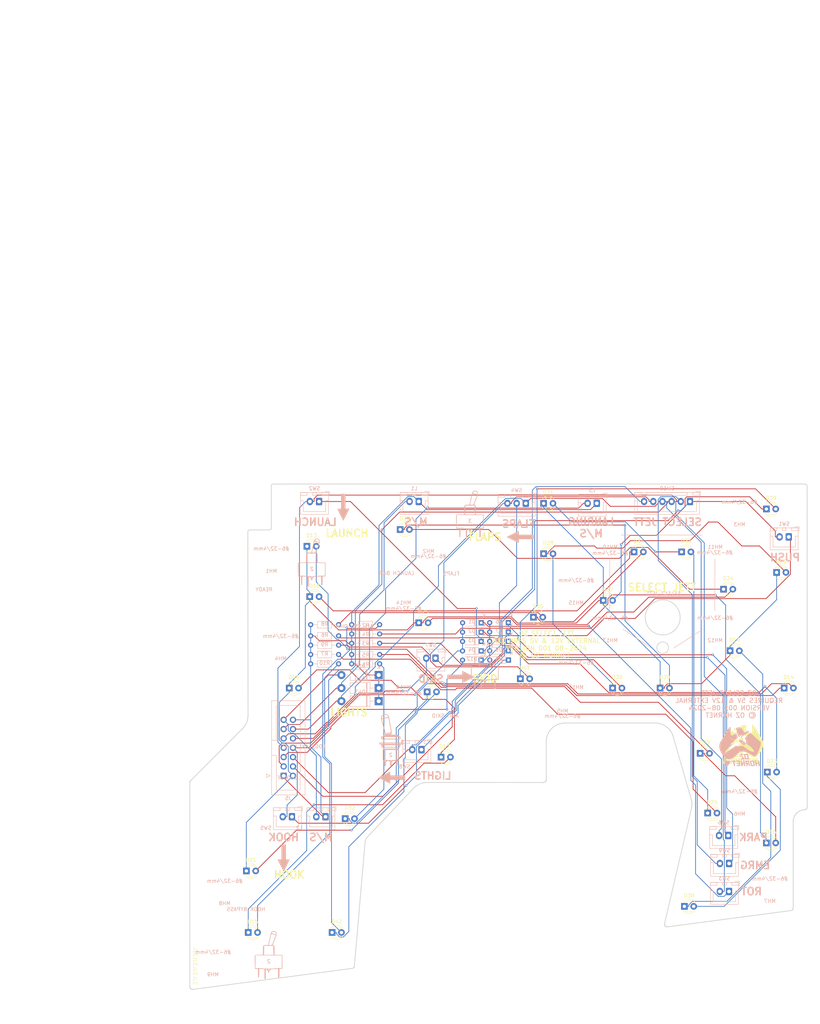
<source format=kicad_pcb>
(kicad_pcb (version 20240108) (generator "pcbnew") (generator_version "8.0")
  (layers (0 "F.Cu" signal) (31 "B.Cu" signal) (34 "B.Paste" user) (35 "F.Paste" user) (36 "B.SilkS" user "B.Silkscreen") (37 "F.SilkS" user "F.Silkscreen") (38 "B.Mask" user) (39 "F.Mask" user) (44 "Edge.Cuts" user))
  (net 0 "")
  (net 1 "/BACKLIGHT_GND")
  (net 2 "Net-(D13-A)")
  (net 3 "Net-(D14-A)")
  (net 4 "Net-(D15-A)")
  (net 5 "Net-(D16-A)")
  (net 6 "Net-(D18-A)")
  (net 7 "Net-(D19-A)")
  (net 8 "Net-(D20-A)")
  (net 9 "Net-(D21-A)")
  (net 10 "Net-(D22-A)")
  (net 11 "Net-(D23-A)")
  (net 12 "Net-(D24-A)")
  (net 13 "Net-(D26-A)")
  (net 14 "Net-(D27-A)")
  (net 15 "Net-(D28-A)")
  (net 16 "Net-(D29-A)")
  (net 17 "Net-(D30-A)")
  (net 18 "Net-(D31-A)")
  (net 19 "Net-(D32-A)")
  (net 20 "Net-(D33-A)")
  (net 21 "Net-(D34-A)")
  (net 22 "Net-(D35-A)")
  (net 23 "Net-(D36-A)")
  (net 24 "/ROW4")
  (net 25 "/LANDING_GEAR_MAG_SW")
  (net 26 "/HOOK_FIELD_MAG_SW")
  (net 27 "/LAUNCH_MAG_SW")
  (net 28 "/ROW3")
  (net 29 "/EXT+12V")
  (net 30 "/ROW2")
  (net 31 "/COL3")
  (net 32 "/ROW5")
  (net 33 "Net-(D37-A)")
  (net 34 "Net-(D16-K)")
  (net 35 "Net-(D39-A)")
  (net 36 "Net-(D17-K)")
  (net 37 "Net-(D41-A)")
  (net 38 "Net-(D42-A)")
  (net 39 "Net-(D2-K)")
  (net 40 "/ROW1")
  (net 41 "Net-(D3-K)")
  (net 42 "Net-(D1-K)")
  (net 43 "Net-(D4-K)")
  (net 44 "Net-(D7-K)")
  (net 45 "Net-(D8-K)")
  (net 46 "Net-(D9-K)")
  (net 47 "Net-(D5-K)")
  (net 48 "Net-(D6-K)")
  (net 49 "Net-(D12-K)")
  (net 50 "/COL1")
  (net 51 "/COL2")
  (net 52 "Net-(D23-K)")
  (net 53 "Net-(D15-K)")
  (footprint "LED_THT:LED_D3.0mm_FlatTop" (layer "F.Cu") (at 174.493 66.548)
    (property "Reference" "D30")
    (property "Value" "LED")
  )
  (footprint "LED_THT:LED_D3.0mm_FlatTop" (layer "F.Cu") (at 149.352 64.008)
    (property "Reference" "D41")
    (property "Value" "LED")
  )
  (footprint "LED_THT:LED_D3.0mm_FlatTop" (layer "F.Cu") (at 200.401 100.584)
    (property "Reference" "D35")
    (property "Value" "LED")
  )
  (footprint "LED_THT:LED_D3.0mm_FlatTop" (layer "F.Cu") (at 206.497 56.388)
    (property "Reference" "D19")
    (property "Value" "LED")
  )
  (footprint "LED_THT:LED_D3.0mm_FlatTop" (layer "F.Cu") (at 152.908 47.244)
    (property "Reference" "D36")
    (property "Value" "LED")
  )
  (footprint "LED_THT:LED_D3.0mm_FlatTop" (layer "F.Cu") (at 123.952 67.564)
    (property "Reference" "D27")
    (property "Value" "LED")
  )
  (footprint "LED_THT:LED_D3.0mm_FlatTop" (layer "F.Cu") (at 74.676 116.332)
    (property "Reference" "D21")
    (property "Value" "LED")
  )
  (footprint "OH_Footprints:631HX_Toggle_13mm_x_13mm" (layer "F.Cu") (at 103.3068 35.1212)
    (property "Reference" "MH22" (hide yes))
    (property "Value" "Switch_631H" (hide yes))
  )
  (footprint "LED_THT:LED_D3.0mm_FlatTop" (layer "F.Cu") (at 127.757 85.344)
    (property "Reference" "D17")
    (property "Value" "LED")
  )
  (footprint "LED_THT:LED_D3.0mm_FlatTop" (layer "F.Cu") (at 155.697 29.972)
    (property "Reference" "D28")
    (property "Value" "LED")
  )
  (footprint "LED_THT:LED_D3.0mm_FlatTop" (layer "F.Cu") (at 193.289 29.464)
    (property "Reference" "D33")
    (property "Value" "LED")
  )
  (footprint "LED_THT:LED_D3.0mm_FlatTop" (layer "F.Cu") (at 91.948 41.656)
    (property "Reference" "D18")
    (property "Value" "LED")
  )
  (footprint "LED_THT:LED_D3.0mm_FlatTop" (layer "F.Cu") (at 219.197 35.052)
    (property "Reference" "D26")
    (property "Value" "LED")
  )
  (footprint "LED_THT:LED_D3.0mm_FlatTop" (layer "F.Cu") (at 171.953 42.672)
    (property "Reference" "D37")
    (property "Value" "LED")
  )
  (footprint "LED_THT:LED_D3.0mm_FlatTop" (layer "F.Cu") (at 91.181 27.94)
    (property "Reference" "D13")
    (property "Value" "LED")
  )
  (footprint "OH_Footprints:631HX_Toggle_13mm_x_13mm" (layer "F.Cu") (at 87.1779 126.5612)
    (property "Reference" "MH25" (hide yes))
    (property "Value" "Switch_631H" (hide yes))
  )
  (footprint "OH_Footprints:100SPX_Toggle_13mm_x_18mm" (layer "F.Cu") (at 103.3068 82.4287)
    (property "Reference" "MH26" (hide yes))
    (property "Value" "Switch_100SPx" (hide yes))
  )
  (footprint "LED_THT:LED_D3.0mm_FlatTop" (layer "F.Cu") (at 216.657 89.408)
    (property "Reference" "D23")
    (property "Value" "LED")
  )
  (footprint "LED_THT:LED_D3.0mm_FlatTop" (layer "F.Cu") (at 116.581 23.368)
    (property "Reference" "D22")
    (property "Value" "LED")
  )
  (footprint "LED_THT:LED_D3.0mm_FlatTop" (layer "F.Cu") (at 194.056 125.984)
    (property "Reference" "D38")
    (property "Value" "LED")
  )
  (footprint "LED_THT:LED_D3.0mm_FlatTop" (layer "F.Cu") (at 198.369 84.328)
    (property "Reference" "D29")
    (property "Value" "LED")
  )
  (footprint "LED_THT:LED_D3.0mm_FlatTop" (layer "F.Cu") (at 216.408 17.78)
    (property "Reference" "D39")
    (property "Value" "LED")
  )
  (footprint "LED_THT:LED_D3.0mm_FlatTop" (layer "F.Cu") (at 216.408 108.712)
    (property "Reference" "D16")
    (property "Value" "LED")
  )
  (footprint "LED_THT:LED_D3.0mm_FlatTop" (layer "F.Cu") (at 86.36 66.548)
    (property "Reference" "D40")
    (property "Value" "LED")
  )
  (footprint "LED_THT:LED_D3.0mm_FlatTop" (layer "F.Cu") (at 204.724 39.624)
    (property "Reference" "D24")
    (property "Value" "LED")
  )
  (footprint "LED_THT:LED_D3.0mm_FlatTop" (layer "F.Cu") (at 121.661 48.768)
    (property "Reference" "D25")
    (property "Value" "LED")
  )
  (footprint "LED_THT:LED_D3.0mm_FlatTop" (layer "F.Cu") (at 155.697 16.256)
    (property "Reference" "D31")
    (property "Value" "LED")
  )
  (footprint "LED_THT:LED_D3.0mm_FlatTop" (layer "F.Cu") (at 101.6 102.108)
    (property "Reference" "D32")
    (property "Value" "LED")
  )
  (footprint "LED_THT:LED_D3.0mm_FlatTop" (layer "F.Cu") (at 221.229 66.548)
    (property "Reference" "D14")
    (property "Value" "LED")
  )
  (footprint "LED_THT:LED_D3.0mm_FlatTop" (layer "F.Cu") (at 187.452 66.548)
    (property "Reference" "D20")
    (property "Value" "LED")
  )
  (footprint "OH_Footprints:631HX_Toggle_13mm_x_13mm" (layer "F.Cu") (at 139.8828 35.1212)
    (property "Reference" "MH23" (hide yes))
    (property "Value" "Switch_631H" (hide yes))
  )
  (footprint "OH_Footprints:631HX_Toggle_13mm_x_13mm" (layer "F.Cu") (at 139.8828 73.9832)
    (property "Reference" "MH24" (hide yes))
    (property "Value" "Switch_631H" (hide yes))
  )
  (footprint "LED_THT:LED_D3.0mm_FlatTop" (layer "F.Cu") (at 75.184 133.096)
    (property "Reference" "D15")
    (property "Value" "LED")
  )
  (footprint "LED_THT:LED_D3.0mm_FlatTop" (layer "F.Cu") (at 98.044 133.096)
    (property "Reference" "D42")
    (property "Value" "LED")
  )
  (footprint "LED_THT:LED_D3.0mm_FlatTop" (layer "F.Cu") (at 180.34 29.464)
    (property "Reference" "D34")
    (property "Value" "LED")
  )
  (footprint "Connector_JST:JST_XH_B2B-XH-A_1x02_P2.50mm_Vertical" (layer "B.Cu") (at 126.218 58.403 180)
    (property "Reference" "SW7")
    (property "Value" "ANTI SKID SW")
  )
  (footprint "Library:D_A-405_P7.62mm_Horizontal-SIGNAL" (layer "B.Cu") (at 146.812 51.308 180)
    (property "Reference" "D7")
    (property "Value" "D")
  )
  (footprint "Resistor_THT:R_Axial_DIN0204_L3.6mm_D1.6mm_P7.62mm_Horizontal" (layer "B.Cu") (at 99.822 54.864 180)
    (property "Reference" "R9")
    (property "Value" "R")
  )
  (footprint "OH_Footprints:MountingHole_6-32_PHS" (layer "B.Cu") (at 202.4311 25.0842 180)
    (property "Reference" "MH11")
    (property "Value" "6x32 / 4mm" (hide yes))
  )
  (footprint "OH_Footprints:MountingHole_6-32_PHS" (layer "B.Cu") (at 65.5879 141.4742 180)
    (property "Reference" "MH9")
    (property "Value" "6x32 / 4mm" (hide yes))
  )
  (footprint "Library:D_A-405_P7.62mm_Horizontal-SIGNAL" (layer "B.Cu") (at 139.4165 56.466 180)
    (property "Reference" "D4")
    (property "Value" "D")
  )
  (footprint "Connector_JST:JST_XH_B2B-XH-A_1x02_P2.50mm_Vertical" (layer "B.Cu") (at 94.488 15.748 180)
    (property "Reference" "SW2")
    (property "Value" "LAUNCH BAR SW")
  )
  (footprint "Connector_JST:JST_XH_B2B-XH-A_1x02_P2.50mm_Vertical" (layer "B.Cu") (at 222.504 25.383 180)
    (property "Reference" "SW1")
    (property "Value" "SEL JETT BTN")
  )
  (footprint "OH_Footprints:MountingHole_6-32_PHS" (layer "B.Cu") (at 173.8511 50.4942 180)
    (property "Reference" "MH13")
    (property "Value" "6x32 / 4mm" (hide yes))
  )
  (footprint "OH_Footprints:MountingHole_6-32_PHS" (layer "B.Cu") (at 124.3253 26.2312 180)
    (property "Reference" "MH2")
    (property "Value" "6x32 / 4mm" (hide yes))
  )
  (footprint "OH_Footprints:MountingHole_6-32_PHS" (layer "B.Cu") (at 209.0978 18.9287 180)
    (property "Reference" "MH3")
    (property "Value" "6x32 / 4mm" (hide yes))
  )
  (footprint "OH_Footprints:631H3_Toggle_Silkscreen" (layer "B.Cu") (at 135.636 19.304 180)
    (property "Reference" "LOGO4" (hide yes))
    (property "Value" "LOGO" (hide yes))
  )
  (footprint "Connector_JST:JST_XH_B2B-XH-A_1x02_P2.50mm_Vertical" (layer "B.Cu") (at 206.215 121.92 180)
    (property "Reference" "SW3")
    (property "Value" "PARK BRAKE 1")
  )
  (footprint "Resistor_THT:R_Axial_DIN0204_L3.6mm_D1.6mm_P7.62mm_Horizontal" (layer "B.Cu") (at 99.822 49.276 180)
    (property "Reference" "R8")
    (property "Value" "R")
  )
  (footprint "Connector_JST:JST_XH_B2B-XH-A_1x02_P2.50mm_Vertical" (layer "B.Cu") (at 170.18 16.239 180)
    (property "Reference" "L3")
    (property "Value" "LANDING")
  )
  (footprint "OH_Footprints:MountingHole_6-32_PHS" (layer "B.Cu") (at 117.5411 40.2442 180)
    (property "Reference" "MH14")
    (property "Value" "6x32 / 4mm" (hide yes))
  )
  (footprint "OH_Footprints:MountingHole_6-32_PHS" (layer "B.Cu") (at 160.8379 69.7287 180)
    (property "Reference" "MH5")
    (property "Value" "6x32 / 4mm" (hide yes))
  )
  (footprint "Connector_JST:JST_XH_B2B-XH-A_1x02_P2.50mm_Vertical" (layer "B.Cu") (at 122.388 83.312 180)
    (property "Reference" "SW8")
    (property "Value" "LDG TAXI SW")
  )
  (footprint "Diode_THT:D_DO-41_SOD81_P10.16mm_Horizontal" (layer "B.Cu") (at 110.744 70.104 180)
    (property "Reference" "D43")
    (property "Value" "D")
  )
  (footprint "OH_Footprints:100SP1_Toggle_Silkscreen" (layer "B.Cu") (at 113.5411 81.9842 180)
    (property "Reference" "LOGO7" (hide yes))
    (property "Value" "LOGO" (hide yes))
  )
  (footprint "OH_Footprints:MountingHole_6-32_PHS" (layer "B.Cu") (at 164.5511 63.2442 180)
    (property "Reference" "MH17")
    (property "Value" "6x32 / 4mm" (hide yes))
  )
  (footprint "OH_Footprints:631H2_Toggle_Silkscreen" (layer "B.Cu") (at 80.772 139.192 180)
    (property "Reference" "LOGO6" (hide yes))
    (property "Value" "LOGO" (hide yes))
  )
  (footprint "OH_Footprints:MountingHole_6-32_PHS" (layer "B.Cu") (at 117.5411 63.2442 180)
    (property "Reference" "MH16")
    (property "Value" "6x32 / 4mm" (hide yes))
  )
  (footprint "Connector_JST:JST_XH_B2B-XH-A_1x02_P2.50mm_Vertical" (layer "B.Cu") (at 96.246 101.583 180)
    (property "Reference" "L2")
    (property "Value" "Mag Hook Bypass")
  )
  (footprint "Diode_THT:D_DO-41_SOD81_P10.16mm_Horizontal" (layer "B.Cu") (at 110.744 62.992 180)
    (property "Reference" "D11")
    (property "Value" "D")
  )
  (footprint "Resistor_THT:R_Axial_DIN0204_L3.6mm_D1.6mm_P7.62mm_Horizontal" (layer "B.Cu") (at 99.822 52.324 180)
    (property "Reference" "R6")
    (property "Value" "R")
  )
  (footprint "Library:D_A-405_P7.62mm_Horizontal-SIGNAL" (layer "B.Cu") (at 146.8195 48.768 180)
    (property "Reference" "D6")
    (property "Value" "D")
  )
  (footprint "Connector_IDC:IDC-Header_2x07_P2.54mm_Vertical" (layer "B.Cu") (at 84.836 90.424)
    (property "Reference" "J5")
    (property "Value" "Conn_02x07_Top_Bottom")
  )
  (footprint "OH_Footprints:MountingHole_6-32_PHS" (layer "B.Cu") (at 81.4628 31.6287 180)
    (property "Reference" "MH1")
    (property "Value" "6x32 / 4mm" (hide yes))
  )
  (footprint "OH_Footprints:MountingHole_6-32_PHS" (layer "B.Cu") (at 68.7628 122.1162 180)
    (property "Reference" "MH8")
    (property "Value" "6x32 / 4mm" (hide yes))
  )
  (footprint "Connector_JST:JST_XH_B2B-XH-A_1x02_P2.50mm_Vertical" (layer "B.Cu") (at 121.646 15.731 180)
    (property "Reference" "L1")
    (property "Value" "Mag Launch Bar")
  )
  (footprint "Library:D_A-405_P7.62mm_Horizontal-SIGNAL" (layer "B.Cu") (at 139.4165 53.886 180)
    (property "Reference" "D3")
    (property "Value" "D")
  )
  (footprint "Resistor_THT:R_Axial_DIN0204_L3.6mm_D1.6mm_P7.62mm_Horizontal" (layer "B.Cu") (at 99.822 57.404 180)
    (property "Reference" "R7")
    (property "Value" "R")
  )
  (footprint "Connector_JST:JST_XH_B2B-XH-A_1x02_P2.50mm_Vertical" (layer "B.Cu") (at 87.102 101.583 180)
    (property "Reference" "SW5")
    (property "Value" "HOOK BYPASS SW")
  )
  (footprint "Diode_THT:D_DO-41_SOD81_P10.16mm_Horizontal" (layer "B.Cu") (at 110.744 66.548 180)
    (property "Reference" "D10")
    (property "Value" "D")
  )
  (footprint "OH_Footprints:631H2_Toggle_Silkscreen" (layer "B.Cu") (at 92.523849 32.339003 180)
    (property "Reference" "LOGO3" (hide yes))
    (property "Value" "LOGO" (hide yes))
  )
  (footprint "Resistor_THT:R_Axial_DIN0204_L3.6mm_D1.6mm_P7.62mm_Horizontal" (layer "B.Cu") (at 99.822 59.944 180)
    (property "Reference" "R10")
    (property "Value" "R")
  )
  (footprint "Resistor_THT:R_Axial_DIN0204_L3.6mm_D1.6mm_P7.62mm_Horizontal" (layer "B.Cu") (at 110.998 49.276 180)
    (property "Reference" "R2")
    (property "Value" "R")
  )
  (footprint "Library:D_A-405_P7.62mm_Horizontal-SIGNAL" (layer "B.Cu") (at 146.812 53.848 180)
    (property "Reference" "D8")
    (property "Value" "D")
  )
  (footprint "Resistor_THT:R_Axial_DIN0204_L3.6mm_D1.6mm_P7.62mm_Horizontal" (layer "B.Cu") (at 110.998 57.404 180)
    (property "Reference" "R5")
    (property "Value" "R")
  )
  (footprint "Resistor_THT:R_Axial_DIN0204_L3.6mm_D1.6mm_P7.62mm_Horizontal" (layer "B.Cu") (at 110.998 51.816 180)
    (property "Reference" "R4")
    (property "Value" "R")
  )
  (footprint "OH_Footprints:MountingHole_6-32_PHS" (layer "B.Cu") (at 217.3528 121.494 180)
    (property "Reference" "MH7")
    (property "Value" "6x32 / 4mm" (hide yes))
  )
  (footprint "OH_Footprints:MountingHole_6-32_PHS" (layer "B.Cu") (at 164.5411 40.2542 180)
    (property "Reference" "MH15")
    (property "Value" "6x32 / 4mm" (hide yes))
  )
  (footprint "Library:D_A-405_P7.62mm_Horizontal-SIGNAL" (layer "B.Cu") (at 139.424 48.806 180)
    (property "Reference" "D1")
    (property "Value" "D")
  )
  (footprint "Connector_JST:JST_XH_B3B-XH-A_1x03_P2.50mm_Vertical" (layer "B.Cu") (at 150.836 16.239 180)
    (property "Reference" "SW4")
    (property "Value" "FLAP SW")
  )
  (footprint "Connector_JST:JST_XH_B6B-XH-A_1x06_P2.50mm_Vertical" (layer "B.Cu") (at 195.58 15.748 180)
    (property "Reference" "SW10")
    (property "Value" "SEL JETT KNOB")
  )
  (footprint "OH_Footprints:MountingHole_6-32_PHS" (layer "B.Cu") (at 209.0979 97.7322 180)
    (property "Reference" "MH6")
    (property "Value" "6x32 / 4mm" (hide yes))
  )
  (footprint "Resistor_THT:R_Axial_DIN0204_L3.6mm_D1.6mm_P7.62mm_Horizontal" (layer "B.Cu") (at 110.998 54.356 180)
    (property "Reference" "R3")
    (property "Value" "R")
  )
  (footprint "Library:D_A-405_P7.62mm_Horizontal-SIGNAL" (layer "B.Cu") (at 146.8329 58.954 180)
    (property "Reference" "D5")
    (property "Value" "D")
  )
  (footprint "OH_Footprints:MountingHole_6-32_PHS" (layer "B.Cu") (at 202.4311 50.4842 180)
    (property "Reference" "MH12")
    (property "Value" "6x32 / 4mm" (hide yes))
  )
  (footprint "Connector_JST:JST_XH_B2B-XH-A_1x02_P2.50mm_Vertical" (layer "B.Cu") (at 206.014 106.697 180)
    (property "Reference" "SW6")
    (property "Value" "PARK BRAKE 2")
  )
  (footprint "OH_Footprints:MountingHole_6-32_PHS" (layer "B.Cu") (at 173.8511 25.0842 180)
    (property "Reference" "MH10")
    (property "Value" "6x32 / 4mm" (hide yes))
  )
  (footprint "Library:D_A-405_P7.62mm_Horizontal-SIGNAL" (layer "B.Cu") (at 139.409 58.966 180)
    (property "Reference" "D12")
    (property "Value" "D")
  )
  (footprint "OH_Footprints:631H2_Toggle_Silkscreen" (layer "B.Cu") (at 139.7 60.452 180)
    (property "Reference" "LOGO5" (hide yes))
    (property "Value" "LOGO" (hide yes))
  )
  (footprint "Resistor_THT:R_Axial_DIN0204_L3.6mm_D1.6mm_P7.62mm_Horizontal" (layer "B.Cu") (at 110.998 59.944 180)
    (property "Reference" "R1")
    (property "Value" "R")
  )
  (footprint "Connector_JST:JST_XH_B2B-XH-A_1x02_P2.50mm_Vertical" (layer "B.Cu") (at 206.248 114.3 180)
    (property "Reference" "SW9")
    (property "Value" "EMER BRAKE")
  )
  (footprint "OH_Footprints:MountingHole_6-32_PHS" (layer "B.Cu") (at 84.0028 55.4412 180)
    (property "Reference" "MH4")
    (property "Value" "6x32 / 4mm" (hide yes))
  )
  (footprint "Library:D_A-405_P7.62mm_Horizontal-SIGNAL" (layer "B.Cu") (at 146.812 56.426 180)
    (property "Reference" "D9")
    (property "Value" "D")
  )
  (footprint "Library:D_A-405_P7.62mm_Horizontal-SIGNAL" (layer "B.Cu") (at 139.4165 51.346 180)
    (property "Reference" "D2")
    (property "Value" "D")
  )
  (gr_line (start 181.101148 24.874195) (end 176.831148 24.874195) (stroke (width 0.12)) (layer "B.SilkS"))
  (gr_poly (pts (xy 208.904484 77.250263) (xy 208.792692 77.264059) (xy 208.680678 77.283266) (xy 208.569891 77.306537) (xy 208.461778 77.332523) (xy 208.085003 77.436662) (xy 208.225729 77.724859) (xy 208.294963 77.864989) (xy 208.365461 78.003135) (xy 208.382692 78.038692) (xy 208.397182 78.074016) (xy 208.408938 78.10909) (xy 208.417965 78.143897) (xy 208.424269 78.17842) (xy 208.427858 78.212643) (xy 208.428736 78.246548) (xy 208.426911 78.28012) (xy 208.422388 78.313342) (xy 208.415174 78.346196) (xy 208.405275 78.378667) (xy 208.392697 78.410738) (xy 208.377446 78.442391) (xy 208.359529 78.473611) (xy 208.338952 78.50438) (xy 208.31572 78.534682) (xy 208.297472 78.555613) (xy 208.278876 78.576718) (xy 208.240843 78.619349) (xy 208.259496 78.619713) (xy 208.268822 78.619833) (xy 208.278149 78.619878) (xy 208.278727 78.619897) (xy 208.279319 78.619954) (xy 208.279923 78.620047) (xy 208.280538 78.620174) (xy 208.281163 78.620334) (xy 208.281795 78.620527) (xy 208.282434 78.62075) (xy 208.283077 78.621003) (xy 208.284371 78.62159) (xy 208.285665 78.622278) (xy 208.286946 78.623056) (xy 208.288203 78.623913) (xy 208.289422 78.624838) (xy 208.290592 78.625821) (xy 208.2917 78.62685) (xy 208.292734 78.627915) (xy 208.293681 78.629005) (xy 208.294528 78.630108) (xy 208.295264 78.631215) (xy 208.295586 78.631766) (xy 208.295876 78.632314) (xy 208.537441 79.118353) (xy 208.68058 79.408601) (xy 208.838537 79.729012) (xy 208.885566 79.825452) (xy 208.932993 79.92348) (xy 208.945689 79.912711) (xy 208.957964 79.902413) (xy 208.963935 79.89734) (xy 208.969791 79.892264) (xy 208.97553 79.887144) (xy 208.981147 79.881941) (xy 209.009474 79.85502) (xy 209.037702 79.8279) (xy 209.09386 79.773462) (xy 209.188018 79.682809) (xy 209.211442 79.660045) (xy 209.234689 79.637098) (xy 209.257693 79.613897) (xy 209.280391 79.59037) (xy 209.297699 79.572806) (xy 209.315466 79.555896) (xy 209.333657 79.539587) (xy 209.352234 79.523827) (xy 209.371162 79.508564) (xy 209.390403 79.493744) (xy 209.429682 79.465222) (xy 209.46978 79.437842) (xy 209.510405 79.411181) (xy 209.59207 79.358331) (xy 209.594527 79.356726) (xy 209.59703 79.355178) (xy 209.602133 79.352208) (xy 209.612443 79.346458) (xy 209.61749 79.343497) (xy 209.619951 79.341956) (xy 209.622357 79.34036) (xy 209.624697 79.338697) (xy 209.626963 79.336956) (xy 209.629144 79.335126) (xy 209.631229 79.333195) (xy 209.63329 79.33128) (xy 209.635356 79.329501) (xy 209.637428 79.327855) (xy 209.639506 79.326339) (xy 209.64159 79.32495) (xy 209.643681 79.323684) (xy 209.645779 79.322537) (xy 209.647885 79.321508) (xy 209.649999 79.320592) (xy 209.652122 79.319787) (xy 209.654253 79.319088) (xy 209.656395 79.318494) (xy 209.658546 79.318) (xy 209.660707 79.317603) (xy 209.665062 79.317089) (xy 209.669464 79.316925) (xy 209.673916 79.317085) (xy 209.678421 79.317544) (xy 209.682984 79.318275) (xy 209.687606 79.319253) (xy 209.692293 79.320451) (xy 209.697047 79.321844) (xy 209.701872 79.323406) (xy 209.716393 79.328052) (xy 209.730972 79.332497) (xy 209.760246 79.340967) (xy 209.818818 79.357537) (xy 209.819607 79.3578) (xy 209.820389 79.358094) (xy 209.821173 79.358419) (xy 209.821964 79.358773) (xy 209.823594 79.359569) (xy 209.825333 79.36048) (xy 209.829348 79.362634) (xy 209.831728 79.363871) (xy 209.834428 79.36521) (xy 209.309495 80.142291) (xy 209.313729 80.147054) (xy 209.39522 80.086729) (xy 209.89396 79.715254) (xy 210.321791 79.397489) (xy 210.817885 79.029983) (xy 211.19571 78.748995) (xy 211.663229 78.402656) (xy 211.662699 78.402655) (xy 211.67821 78.391014) (xy 211.686028 78.385168) (xy 211.69392 78.379372) (xy 211.658466 78.345208) (xy 211.623012 78.310845) (xy 211.591894 78.282494) (xy 211.561088 78.257288) (xy 211.5305 78.23525) (xy 211.500038 78.216405) (xy 211.484826 78.208188) (xy 211.469611 78.200779) (xy 211.454381 78.194181) (xy 211.439125 78.188397) (xy 211.423832 78.183429) (xy 211.408489 78.179282) (xy 211.393086 78.175958) (xy 211.377611 78.17346) (xy 211.362052 78.171792) (xy 211.346397 78.170956) (xy 211.330636 78.170956) (xy 211.314757 78.171794) (xy 211.298747 78.173474) (xy 211.282597 78.175999) (xy 211.266293 78.179373) (xy 211.249825 78.183597) (xy 211.233181 78.188675) (xy 211.21635 78.194611) (xy 211.199319 78.201407) (xy 211.182078 78.209067) (xy 211.146919 78.22699) (xy 211.110778 78.248403) (xy 211.065789 78.278214) (xy 211.023709 78.307902) (xy 210.947512 78.366223) (xy 210.880652 78.422) (xy 210.821593 78.473861) (xy 210.768798 78.52044) (xy 210.720732 78.560366) (xy 210.697993 78.577406) (xy 210.675859 78.59227) (xy 210.65414 78.604787) (xy 210.632643 78.614785) (xy 210.611176 78.622093) (xy 210.589548 78.626541) (xy 210.567566 78.627956) (xy 210.545038 78.626168) (xy 210.521772 78.621006) (xy 210.497576 78.612299) (xy 210.472259 78.599875) (xy 210.445628 78.583564) (xy 210.417492 78.563194) (xy 210.387657 78.538595) (xy 210.355933 78.509594) (xy 210.322127 78.476021) (xy 210.286048 78.437706) (xy 210.247502 78.394476) (xy 210.162247 78.292589) (xy 210.021832 78.096458) (xy 209.884269 77.898293) (xy 209.749435 77.698244) (xy 209.617205 77.496457) (xy 209.589808 77.455338) (xy 209.55928 77.418436) (xy 209.525802 77.385583) (xy 209.489555 77.35661) (xy 209.450721 77.331348) (xy 209.40948 77.309631) (xy 209.366012 77.291287) (xy 209.3205 77.276151) (xy 209.273123 77.264051) (xy 209.224063 77.254822) (xy 209.173501 77.248293) (xy 209.121617 77.244296) (xy 209.014608 77.243226)) (stroke (width -0.000001)) (fill solid) (layer "B.SilkS"))
  (gr_poly (pts (xy 212.156481 86.295042) (xy 212.142853 86.295614) (xy 212.12935 86.296508) (xy 212.116017 86.297778) (xy 212.102901 86.299476) (xy 212.090047 86.301656) (xy 212.0775 86.304372) (xy 212.065307 86.307676) (xy 212.053513 86.311624) (xy 212.042164 86.316267) (xy 212.031305 86.32166) (xy 212.020983 86.327857) (xy 212.011244 86.334909) (xy 212.002132 86.342872) (xy 211.997825 86.347211) (xy 211.993693 86.351798) (xy 211.993693 86.351797) (xy 211.987495 86.359661) (xy 211.981895 86.367987) (xy 211.97689 86.376798) (xy 211.972477 86.386115) (xy 211.968654 86.39596) (xy 211.965416 86.406357) (xy 211.962762 86.417326) (xy 211.960687 86.42889) (xy 211.959189 86.441072) (xy 211.958264 86.453892) (xy 211.95791 86.467374) (xy 211.958124 86.481538) (xy 211.958901 86.496409) (xy 211.96024 86.512006) (xy 211.962137 86.528354) (xy 211.964589 86.545473) (xy 212.123339 87.54454) (xy 212.126481 87.562824) (xy 212.130001 87.580189) (xy 212.1339 87.596655) (xy 212.138175 87.612246) (xy 212.142827 87.626983) (xy 212.147853 87.640889) (xy 212.153255 87.653987) (xy 212.159029 87.666297) (xy 212.165176 87.677844) (xy 212.171695 87.688648) (xy 212.178584 87.698733) (xy 212.185842 87.70812) (xy 212.19347 87.716832) (xy 212.201465 87.724891) (xy 212.209828 87.73232) (xy 212.218556 87.73914) (xy 212.22765 87.745375) (xy 212.237107 87.751045) (xy 212.246928 87.756174) (xy 212.257111 87.760784) (xy 212.267656 87.764898) (xy 212.278561 87.768536) (xy 212.289826 87.771722) (xy 212.301449 87.774479) (xy 212.325768 87.77879) (xy 212.351511 87.781649) (xy 212.378669 87.783234) (xy 212.407237 87.783723) (xy 213.010487 87.783723) (xy 213.038144 87.783328) (xy 213.051883 87.782753) (xy 213.0655 87.781854) (xy 213.078948 87.780577) (xy 213.09218 87.778867) (xy 213.105149 87.776671) (xy 213.117809 87.773933) (xy 213.130112 87.7706) (xy 213.142011 87.766618) (xy 213.153461 87.761931) (xy 213.164413 87.756487) (xy 213.17482 87.75023) (xy 213.184637 87.743107) (xy 213.193816 87.735063) (xy 213.198151 87.730679) (xy 213.20231 87.726044) (xy 213.208468 87.718253) (xy 213.214044 87.709953) (xy 213.21904 87.70113) (xy 213.223456 87.691772) (xy 213.227294 87.681865) (xy 213.230555 87.671396) (xy 213.23324 87.660352) (xy 213.23535 87.64872) (xy 213.236886 87.636486) (xy 213.23785 87.623637) (xy 213.238243 87.61016) (xy 213.238066 87.596043) (xy 213.23732 87.581271) (xy 213.236006 87.565832) (xy 213.234125 87.549712) (xy 213.231679 87.532899) (xy 213.223775 87.483157) (xy 212.912591 87.483157) (xy 212.452481 87.483157) (xy 212.446139 87.483144) (xy 212.438855 87.483057) (xy 212.435153 87.482963) (xy 212.43157 87.482822) (xy 212.428223 87.482625) (xy 212.425228 87.482363) (xy 212.424819 87.48071) (xy 212.424381 87.478717) (xy 212.423912 87.476363) (xy 212.42341 87.473632) (xy 212.42287 87.470503) (xy 212.422289 87.466959) (xy 212.421665 87.462981) (xy 212.420995 87.45855) (xy 212.285793 86.610032) (xy 212.284768 86.601234) (xy 212.284342 86.597605) (xy 212.283941 86.594421) (xy 212.299551 86.594421) (xy 212.299552 86.594949) (xy 212.7422 86.594949) (xy 212.748814 86.594966) (xy 212.756619 86.595082) (xy 212.760534 86.595208) (xy 212.764226 86.595396) (xy 212.767521 86.595659) (xy 212.768965 86.595822) (xy 212.770246 86.596008) (xy 212.77069 86.597294) (xy 212.771225 86.599005) (xy 212.771841 86.601194) (xy 212.772527 86.603912) (xy 212.772895 86.605487) (xy 212.773276 86.607214) (xy 212.773671 86.6091) (xy 212.774078 86.611152) (xy 212.774495 86.613375) (xy 212.774923 86.615777) (xy 212.775358 86.618365) (xy 212.775802 86.621144) (xy 212.911004 87.468076) (xy 212.911549 87.472701) (xy 212.911996 87.476707) (xy 212.912343 87.480167) (xy 212.912591 87.483157) (xy 213.223775 87.483157) (xy 213.072929 86.533832) (xy 213.069785 86.515547) (xy 213.066258 86.498182) (xy 213.062348 86.481716) (xy 213.058057 86.466125) (xy 213.053385 86.451388) (xy 213.048334 86.437482) (xy 213.042905 86.424384) (xy 213.037098 86.412074) (xy 213.030915 86.400527) (xy 213.024357 86.389723) (xy 213.017425 86.379638) (xy 213.010119 86.370251) (xy 213.002441 86.361539) (xy 212.994391 86.353479) (xy 212.985972 86.346051) (xy 212.977183 86.33923) (xy 212.968026 86.332996) (xy 212.958501 86.327325) (xy 212.948611 86.322196) (xy 212.938356 86.317586) (xy 212.927736 86.313473) (xy 212.916753 86.309834) (xy 212.905408 86.306648) (xy 212.893702 86.303892) (xy 212.869212 86.29958) (xy 212.843289 86.296721) (xy 212.815942 86.295137) (xy 212.787179 86.294648) (xy 212.183929 86.294648)) (stroke (width -0.000001)) (fill solid) (layer "B.SilkS"))
  (gr_line (start 202.371148 31.324195) (end 202.361148 45.454195) (stroke (width 0.12)) (layer "B.SilkS"))
  (gr_line (start 181.101148 24.874195) (end 181.871148 24.874195) (stroke (width 0.12)) (layer "B.SilkS"))
  (gr_poly (pts (xy 117.856 91.44) (xy 113.792 91.44) (xy 113.792 92.456) (xy 110.744 90.932) (xy 113.792 89.408) (xy 113.792 90.424) (xy 117.856 90.424)) (stroke (width 0.2)) (fill solid) (layer "B.SilkS"))
  (gr_poly (pts (xy 205.132671 86.262682) (xy 205.118141 86.263974) (xy 205.104323 86.265971) (xy 205.091215 86.268682) (xy 205.078816 86.272116) (xy 205.067121 86.276282) (xy 205.056129 86.281188) (xy 205.045837 86.286844) (xy 205.036243 86.293258) (xy 205.027344 86.30044) (xy 205.019138 86.308398) (xy 205.011623 86.317141) (xy 205.004795 86.326678) (xy 204.998653 86.337019) (xy 204.993194 86.348171) (xy 204.988415 86.360144) (xy 204.984314 86.372947) (xy 204.980889 86.386589) (xy 204.978137 86.401079) (xy 204.976056 86.416424) (xy 204.974642 86.432636) (xy 204.973894 86.449722) (xy 204.97381 86.467691) (xy 204.974386 86.486552) (xy 204.975621 86.506314) (xy 204.983775 86.590967) (xy 204.995054 86.674448) (xy 205.009474 86.756725) (xy 205.027053 86.837767) (xy 205.047809 86.917542) (xy 205.071759 86.996019) (xy 205.09892 87.073167) (xy 205.129311 87.148954) (xy 205.162947 87.223349) (xy 205.199847 87.29632) (xy 205.240029 87.367836) (xy 205.283509 87.437866) (xy 205.330305 87.506378) (xy 205.380435 87.573342) (xy 205.433915 87.638724) (xy 205.490764 87.702495) (xy 205.504157 87.716511) (xy 205.517405 87.729591) (xy 205.530517 87.741736) (xy 205.543502 87.75295) (xy 205.556372 87.763234) (xy 205.569134 87.772592) (xy 205.5818 87.781026) (xy 205.594377 87.788538) (xy 205.606877 87.795131) (xy 205.619309 87.800808) (xy 205.631682 87.805571) (xy 205.644006 87.809423) (xy 205.65629 87.812366) (xy 205.668545 87.814403) (xy 205.68078 87.815537) (xy 205.693005 87.815769) (xy 205.705228 87.815104) (xy 205.717461 87.813542) (xy 205.729712 87.811087) (xy 205.741991 87.807741) (xy 205.754308 87.803508) (xy 205.766673 87.798388) (xy 205.779094 87.792386) (xy 205.791583 87.785504) (xy 205.804147 87.777743) (xy 205.816798 87.769107) (xy 205.829544 87.759599) (xy 205.842396 87.74922) (xy 205.855362 87.737974) (xy 205.868453 87.725863) (xy 205.895047 87.699055) (xy 205.961737 87.625875) (xy 206.027051 87.549541) (xy 206.090818 87.470702) (xy 206.152863 87.390006) (xy 206.213016 87.3081) (xy 206.271104 87.225633) (xy 206.380393 87.061608) (xy 206.47935 86.903114) (xy 206.566597 86.755336) (xy 206.640753 86.623458) (xy 206.700439 86.512663) (xy 206.70361 86.506102) (xy 206.706282 86.499478) (xy 206.708468 86.49281) (xy 206.710178 86.486113) (xy 206.711421 86.479408) (xy 206.71221 86.47271) (xy 206.712554 86.466039) (xy 206.712465 86.459412) (xy 206.711953 86.452846) (xy 206.711029 86.44636) (xy 206.709704 86.43997) (xy 206.707988 86.433696) (xy 206.705891 86.427555) (xy 206.703426 86.421564) (xy 206.700602 86.415741) (xy 206.69743 86.410104) (xy 206.69392 86.404672) (xy 206.690085 86.39946) (xy 206.685933 86.394489) (xy 206.681477 86.389774) (xy 206.676726 86.385335) (xy 206.671691 86.381188) (xy 206.666384 86.377352) (xy 206.660814 86.373844) (xy 206.654992 86.370682) (xy 206.64893 86.367884) (xy 206.642638 86.365468) (xy 206.636126 86.363451) (xy 206.629406 86.361852) (xy 206.622488 86.360687) (xy 206.615382 86.359976) (xy 206.6081 86.359734) (xy 206.317517 86.357316) (xy 206.142049 86.353153) (xy 205.956861 86.346142) (xy 205.769751 86.33562) (xy 205.588516 86.320928) (xy 205.420954 86.301405) (xy 205.344738 86.289625) (xy 205.274865 86.276391) (xy 205.274864 86.276656) (xy 205.234956 86.269235) (xy 205.197968 86.264386) (xy 205.180562 86.262947) (xy 205.163879 86.262177) (xy 205.147917 86.262086)) (stroke (width -0.000001)) (fill solid) (layer "B.SilkS"))
  (gr_line (start 199.071148 50.554195) (end 191.171148 55.644195) (stroke (width 0.12)) (layer "B.SilkS"))
  (gr_poly (pts (xy 208.171258 86.594949) (xy 208.8179 86.594949) (xy 208.864731 86.888107) (xy 208.345883 86.888107) (xy 208.392979 87.188409) (xy 208.912091 87.188409) (xy 208.958923 87.483684) (xy 208.312545 87.483684) (xy 208.359641 87.783986) (xy 209.316639 87.783986) (xy 209.081424 86.294646) (xy 208.124162 86.294646)) (stroke (width -0.000001)) (fill solid) (layer "B.SilkS"))
  (gr_poly (pts (xy 206.996508 86.594949) (xy 207.362956 86.594949) (xy 207.551075 87.783986) (xy 207.861959 87.783986) (xy 207.673841 86.594949) (xy 208.040024 86.594949) (xy 207.992929 86.294646) (xy 206.949412 86.294646)) (stroke (width -0.000001)) (fill solid) (layer "B.SilkS"))
  (gr_poly (pts (xy 210.869812 86.294777) (xy 210.856185 86.295349) (xy 210.842681 86.296244) (xy 210.829349 86.297513) (xy 210.816232 86.299211) (xy 210.803378 86.301391) (xy 210.790831 86.304107) (xy 210.778638 86.307412) (xy 210.766844 86.311359) (xy 210.755495 86.316003) (xy 210.744637 86.321396) (xy 210.734315 86.327592) (xy 210.724575 86.334645) (xy 210.715463 86.342607) (xy 210.711156 86.346947) (xy 210.707024 86.351533) (xy 210.707554 86.351797) (xy 210.701355 86.359661) (xy 210.695755 86.367987) (xy 210.69075 86.376798) (xy 210.686338 86.386115) (xy 210.682514 86.39596) (xy 210.679277 86.406357) (xy 210.676622 86.417326) (xy 210.674547 86.42889) (xy 210.673049 86.441072) (xy 210.672124 86.453892) (xy 210.67177 86.467374) (xy 210.671984 86.481538) (xy 210.672761 86.496409) (xy 210.6741 86.512006) (xy 210.675997 86.528354) (xy 210.678449 86.545473) (xy 210.750945 87.001879) (xy 210.754089 87.020164) (xy 210.757616 87.037528) (xy 210.761526 87.053995) (xy 210.765817 87.069585) (xy 210.770489 87.084323) (xy 210.77554 87.098229) (xy 210.780969 87.111326) (xy 210.786776 87.123637) (xy 210.792959 87.135183) (xy 210.799517 87.145988) (xy 210.80645 87.156072) (xy 210.813756 87.165459) (xy 210.821434 87.174172) (xy 210.829483 87.182231) (xy 210.837903 87.189659) (xy 210.846692 87.19648) (xy 210.855849 87.202714) (xy 210.865373 87.208385) (xy 210.875263 87.213514) (xy 210.885519 87.218124) (xy 210.896138 87.222237) (xy 210.907121 87.225876) (xy 210.918466 87.229062) (xy 210.930172 87.231818) (xy 210.954663 87.23613) (xy 210.980586 87.238989) (xy 211.007933 87.240574) (xy 211.036695 87.241062) (xy 211.07506 87.241062) (xy 210.85572 87.783723) (xy 211.181422 87.783723) (xy 211.400762 87.241062) (xy 211.50977 87.241062) (xy 211.593907 87.783723) (xy 211.905058 87.783723) (xy 211.771969 86.941024) (xy 211.460822 86.941024) (xy 211.079822 86.941024) (xy 211.07348 86.941012) (xy 211.066196 86.940925) (xy 211.062495 86.94083) (xy 211.058912 86.940689) (xy 211.055564 86.940492) (xy 211.05257 86.940231) (xy 211.052161 86.938578) (xy 211.051723 86.936584) (xy 211.051254 86.934231) (xy 211.050751 86.931499) (xy 211.050211 86.928371) (xy 211.049631 86.924827) (xy 211.049007 86.920849) (xy 211.048337 86.916418) (xy 210.999388 86.61056) (xy 210.998363 86.601762) (xy 210.997937 86.598133) (xy 210.997536 86.594949) (xy 211.406053 86.594949) (xy 211.460822 86.941024) (xy 211.771969 86.941024) (xy 211.669843 86.294383) (xy 210.89726 86.294383)) (stroke (width -0.000001)) (fill solid) (layer "B.SilkS"))
  (gr_poly (pts (xy 209.444867 80.638604) (xy 209.421845 80.640161) (xy 209.399005 80.642669) (xy 209.37634 80.646091) (xy 209.353846 80.65039) (xy 209.331516 80.655529) (xy 209.309345 80.661472) (xy 209.287327 80.668181) (xy 209.265455 80.67562) (xy 209.243724 80.683753) (xy 209.222129 80.692541) (xy 209.200663 80.701949) (xy 209.17932 80.711939) (xy 209.166718 80.718271) (xy 209.154417 80.724969) (xy 209.142427 80.732036) (xy 209.130757 80.73948) (xy 209.119417 80.747306) (xy 209.108418 80.755518) (xy 209.097768 80.764122) (xy 209.087477 80.773124) (xy 209.077555 80.782529) (xy 209.068012 80.792342) (xy 209.058857 80.80257) (xy 209.050101 80.813216) (xy 209.041752 80.824288) (xy 209.03382 80.83579) (xy 209.026315 80.847727) (xy 209.019248 80.860106) (xy 209.013484 80.871161) (xy 209.008198 80.882197) (xy 209.003388 80.893208) (xy 208.999051 80.904191) (xy 208.995187 80.915139) (xy 208.991793 80.926047) (xy 208.988868 80.936911) (xy 208.98641 80.947724) (xy 208.984418 80.958483) (xy 208.98289 80.969181) (xy 208.981823 80.979814) (xy 208.981217 80.990377) (xy 208.98107 81.000864) (xy 208.98138 81.01127) (xy 208.982145 81.021591) (xy 208.983363 81.03182) (xy 208.985034 81.041954) (xy 208.987155 81.051986) (xy 208.989724 81.061912) (xy 208.99274 81.071726) (xy 208.996201 81.081424) (xy 209.000106 81.090999) (xy 209.004452 81.100448) (xy 209.009239 81.109765) (xy 209.014464 81.118945) (xy 209.020125 81.127982) (xy 209.026222 81.136872) (xy 209.032751 81.145609) (xy 209.039713 81.154188) (xy 209.047104 81.162605) (xy 209.054923 81.170853) (xy 209.063169 81.178929) (xy 209.063169 81.178664) (xy 209.075654 81.190686) (xy 209.087944 81.202906) (xy 209.112149 81.227744) (xy 209.136206 81.25278) (xy 209.14831 81.265249) (xy 209.160535 81.277618) (xy 209.18751 81.304221) (xy 209.215006 81.331097) (xy 209.272454 81.387156) (xy 209.26098 81.355622) (xy 209.251556 81.324418) (xy 209.244172 81.293538) (xy 209.238819 81.262979) (xy 209.235487 81.232734) (xy 209.234168 81.202799) (xy 209.234851 81.173169) (xy 209.237529 81.143838) (xy 209.24219 81.114802) (xy 209.248827 81.086055) (xy 209.25743 81.057593) (xy 209.267989 81.02941) (xy 209.280495 81.001501) (xy 209.294939 80.973862) (xy 209.311312 80.946488) (xy 209.329604 80.919372) (xy 209.349794 80.892938) (xy 209.371049 80.868744) (xy 209.393329 80.846706) (xy 209.416594 80.826739) (xy 209.440804 80.808758) (xy 209.465921 80.792678) (xy 209.491904 80.778414) (xy 209.518714 80.765881) (xy 209.546312 80.754994) (xy 209.574658 80.74567) (xy 209.603713 80.737821) (xy 209.633436 80.731365) (xy 209.663789 80.726216) (xy 209.694732 80.722288) (xy 209.726225 80.719498) (xy 209.758229 80.71776) (xy 209.731701 80.705079) (xy 209.705056 80.692959) (xy 209.678224 80.68159) (xy 209.651139 80.67116) (xy 209.637479 80.666356) (xy 209.62373 80.661859) (xy 209.609884 80.657691) (xy 209.595932 80.653875) (xy 209.581864 80.650437) (xy 209.567674 80.647399) (xy 209.553352 80.644785) (xy 209.538889 80.642618) (xy 209.515082 80.640004) (xy 209.49148 80.638489) (xy 209.468077 80.638034)) (stroke (width -0.000001)) (fill solid) (layer "B.SilkS"))
  (gr_line (start 173.701148 45.894195) (end 173.711148 31.244195) (stroke (width 0.12)) (layer "B.SilkS"))
  (gr_line (start 181.871148 24.874195) (end 198.941148 24.884195) (stroke (width 0.12)) (layer "B.SilkS"))
  (gr_poly (pts (xy 209.792095 87.171476) (xy 209.65266 86.294646) (xy 209.341774 86.294646) (xy 209.576989 87.783986) (xy 209.918037 87.783986) (xy 210.206962 86.919064) (xy 210.342693 87.783986) (xy 210.653579 87.783986) (xy 210.418364 86.294646) (xy 210.083137 86.294646)) (stroke (width -0.000001)) (fill solid) (layer "B.SilkS"))
  (gr_poly (pts (xy 101.6 13.716) (xy 101.6 17.78) (xy 102.616 17.78) (xy 101.092 20.828) (xy 99.568 17.78) (xy 100.584 17.78) (xy 100.584 13.716)) (stroke (width 0.2)) (fill solid) (layer "B.SilkS"))
  (gr_poly (pts (xy 214.181533 86.888107) (xy 213.695229 86.888107) (xy 213.601302 86.294647) (xy 213.290416 86.294647) (xy 213.525631 87.783987) (xy 213.836516 87.783987) (xy 213.742589 87.188409) (xy 214.228893 87.188409) (xy 214.32282 87.783987) (xy 214.633706 87.783987) (xy 214.398491 86.294647) (xy 214.087606 86.294647)) (stroke (width -0.000001)) (fill solid) (layer "B.SilkS"))
  (gr_poly (pts (xy 210.29432 81.187135) (xy 210.275245 81.190045) (xy 210.237091 81.195762) (xy 210.218118 81.198923) (xy 210.199285 81.202521) (xy 210.180643 81.206733) (xy 210.171411 81.209125) (xy 210.162247 81.211736) (xy 210.162248 81.211736) (xy 210.13878 81.219605) (xy 210.115935 81.228884) (xy 210.093762 81.239513) (xy 210.07231 81.251433) (xy 210.051628 81.264585) (xy 210.031766 81.278908) (xy 210.012772 81.294343) (xy 209.994696 81.310831) (xy 209.977587 81.328312) (xy 209.961495 81.346726) (xy 209.946468 81.366014) (xy 209.932555 81.386116) (xy 209.919806 81.406973) (xy 209.908269 81.428525) (xy 209.897995 81.450712) (xy 209.889032 81.473475) (xy 209.88143 81.496755) (xy 209.875237 81.520491) (xy 209.870502 81.544624) (xy 209.867276 81.569094) (xy 209.865607 81.593843) (xy 209.865544 81.618809) (xy 209.867136 81.643935) (xy 209.870433 81.669159) (xy 209.875484 81.694424) (xy 209.882337 81.719668) (xy 209.891043 81.744832) (xy 209.90165 81.769857) (xy 209.914208 81.794683) (xy 209.928765 81.819251) (xy 209.945371 81.843501) (xy 209.964075 81.867374) (xy 209.96529 81.868808) (xy 209.966552 81.870233) (xy 209.967859 81.871643) (xy 209.969209 81.873033) (xy 209.970599 81.874401) (xy 209.972028 81.875741) (xy 209.973491 81.877049) (xy 209.974989 81.878321) (xy 209.976517 81.879552) (xy 209.978074 81.88074) (xy 209.979657 81.881878) (xy 209.981264 81.882963) (xy 209.982893 81.883991) (xy 209.984542 81.884958) (xy 209.986207 81.885858) (xy 209.987887 81.886688) (xy 210.020402 81.901968) (xy 210.052942 81.917049) (xy 210.08563 81.931634) (xy 210.102069 81.938648) (xy 210.118591 81.945426) (xy 210.130581 81.950077) (xy 210.142638 81.954405) (xy 210.154761 81.958411) (xy 210.166948 81.962095) (xy 210.179199 81.965456) (xy 210.191512 81.968494) (xy 210.203887 81.97121) (xy 210.216322 81.973604) (xy 210.228815 81.975675) (xy 210.241367 81.977424) (xy 210.253975 81.97885) (xy 210.266638 81.979954) (xy 210.279356 81.980735) (xy 210.292126 81.981194) (xy 210.304949 81.981331) (xy 210.317823 81.981145) (xy 210.345588 81.97968) (xy 210.372741 81.976804) (xy 210.3993 81.972566) (xy 210.425285 81.96701) (xy 210.450714 81.960185) (xy 210.475608 81.952137) (xy 210.499986 81.942913) (xy 210.523867 81.932561) (xy 210.54727 81.921126) (xy 210.570216 81.908656) (xy 210.592722 81.895197) (xy 210.614809 81.880797) (xy 210.636496 81.865503) (xy 210.657803 81.849361) (xy 210.678748 81.832419) (xy 210.699352 81.814722) (xy 210.708619 81.806281) (xy 210.717556 81.797619) (xy 210.726141 81.788728) (xy 210.734355 81.779598) (xy 210.742177 81.770221) (xy 210.749586 81.760586) (xy 210.756561 81.750684) (xy 210.763083 81.740506) (xy 210.76913 81.730043) (xy 210.774683 81.719286) (xy 210.77972 81.708225) (xy 210.784221 81.69685) (xy 210.788165 81.685153) (xy 210.791533 81.673124) (xy 210.794302 81.660754) (xy 210.796454 81.648034) (xy 210.7968 81.644948) (xy 210.797038 81.641939) (xy 210.797159 81.639) (xy 210.797156 81.636128) (xy 210.79702 81.633318) (xy 210.796742 81.630566) (xy 210.796313 81.627866) (xy 210.795726 81.625214) (xy 210.794971 81.622606) (xy 210.79404 81.620036) (xy 210.792925 81.617501) (xy 210.791617 81.614995) (xy 210.790107 81.612513) (xy 210.788387 81.610052) (xy 210.786448 81.607607) (xy 210.784283 81.605172) (xy 210.61872 81.427372) (xy 210.536484 81.338025) (xy 210.455141 81.247984) (xy 210.447743 81.240012) (xy 210.440225 81.232574) (xy 210.432569 81.225686) (xy 210.424759 81.21936) (xy 210.416781 81.21361) (xy 210.408618 81.208452) (xy 210.400254 81.203898) (xy 210.391674 81.199962) (xy 210.382861 81.196659) (xy 210.3738 81.194003) (xy 210.364474 81.192007) (xy 210.354868 81.190685) (xy 210.344966 81.190052) (xy 210.334752 81.190121) (xy 210.32421 81.190906) (xy 210.313324 81.192422) (xy 210.313324 81.183955)) (stroke (width -0.000001)) (fill solid) (layer "B.SilkS"))
  (gr_poly (pts (xy 210.524266 84.466241) (xy 210.510638 84.466813) (xy 210.497135 84.467707) (xy 210.483803 84.468977) (xy 210.470686 84.470675) (xy 210.457832 84.472855) (xy 210.445285 84.47557) (xy 210.433092 84.478875) (xy 210.421298 84.482823) (xy 210.409949 84.487466) (xy 210.399091 84.492859) (xy 210.388769 84.499055) (xy 210.379029 84.506108) (xy 210.369917 84.51407) (xy 210.365611 84.51841) (xy 210.361478 84.522997) (xy 210.35528 84.53086) (xy 210.34968 84.539186) (xy 210.344675 84.547997) (xy 210.340262 84.557314) (xy 210.336439 84.56716) (xy 210.333201 84.577556) (xy 210.330546 84.588526) (xy 210.328472 84.60009) (xy 210.326973 84.612271) (xy 210.326049 84.625092) (xy 210.325695 84.638573) (xy 210.325908 84.652738) (xy 210.326686 84.667608) (xy 210.328025 84.683206) (xy 210.329922 84.699553) (xy 210.332374 84.716672) (xy 210.491124 85.715739) (xy 210.494265 85.734023) (xy 210.497786 85.751388) (xy 210.501684 85.767854) (xy 210.50596 85.783445) (xy 210.510611 85.798183) (xy 210.515638 85.812089) (xy 210.521039 85.825186) (xy 210.526814 85.837497) (xy 210.532961 85.849043) (xy 210.539479 85.859848) (xy 210.546368 85.869932) (xy 210.553627 85.87932) (xy 210.561255 85.888032) (xy 210.56925 85.896091) (xy 210.577612 85.90352) (xy 210.586341 85.91034) (xy 210.595434 85.916574) (xy 210.604892 85.922245) (xy 210.614713 85.927374) (xy 210.624896 85.931984) (xy 210.635441 85.936097) (xy 210.646346 85.939736) (xy 210.657611 85.942922) (xy 210.669234 85.945679) (xy 210.693553 85.94999) (xy 210.719295 85.952849) (xy 210.746454 85.954434) (xy 210.775022 85.954922) (xy 211.378272 85.954922) (xy 211.405928 85.954528) (xy 211.419667 85.953953) (xy 211.433284 85.953054) (xy 211.446732 85.951777) (xy 211.459964 85.950067) (xy 211.472934 85.94787) (xy 211.485593 85.945133) (xy 211.497896 85.9418) (xy 211.509796 85.937818) (xy 211.521245 85.933131) (xy 211.532197 85.927687) (xy 211.542605 85.92143) (xy 211.552422 85.914307) (xy 211.561601 85.906263) (xy 211.565936 85.901878) (xy 211.570095 85.897243) (xy 211.576253 85.889452) (xy 211.581829 85.881152) (xy 211.586825 85.872329) (xy 211.591241 85.862971) (xy 211.595079 85.853064) (xy 211.59834 85.842595) (xy 211.601025 85.831551) (xy 211.603135 85.819918) (xy 211.604672 85.807684) (xy 211.605636 85.794836) (xy 211.606028 85.781359) (xy 211.605851 85.767241) (xy 211.605105 85.75247) (xy 211.603791 85.73703) (xy 211.60191 85.720911) (xy 211.599464 85.704097) (xy 211.591518 85.654091) (xy 211.280112 85.654091) (xy 211.262649 85.654091) (xy 211.262649 85.65462) (xy 210.820002 85.65462) (xy 210.81366 85.654607) (xy 210.806376 85.65452) (xy 210.802675 85.654426) (xy 210.799091 85.654285) (xy 210.795744 85.654088) (xy 210.792749 85.653825) (xy 210.79234 85.652173) (xy 210.791902 85.650179) (xy 210.791433 85.647826) (xy 210.790931 85.645094) (xy 210.790391 85.641966) (xy 210.78981 85.638422) (xy 210.789186 85.634444) (xy 210.788516 85.630013) (xy 210.653314 84.781494) (xy 210.652289 84.772697) (xy 210.651863 84.769067) (xy 210.651462 84.765884) (xy 211.10972 84.765884) (xy 211.116334 84.765901) (xy 211.12414 84.766017) (xy 211.128055 84.766143) (xy 211.131746 84.766331) (xy 211.135041 84.766593) (xy 211.136485 84.766756) (xy 211.137765 84.766943) (xy 211.13821 84.768229) (xy 211.138745 84.76994) (xy 211.139361 84.772128) (xy 211.140047 84.774847) (xy 211.140415 84.776421) (xy 211.140796 84.778148) (xy 211.141191 84.780034) (xy 211.141598 84.782086) (xy 211.142015 84.784309) (xy 211.142443 84.786712) (xy 211.142879 84.789299) (xy 211.143322 84.792078) (xy 211.278524 85.63901) (xy 211.27907 85.643636) (xy 211.279516 85.647642) (xy 211.279864 85.651102) (xy 211.280112 85.654091) (xy 211.591518 85.654091) (xy 211.440714 84.70503) (xy 211.43757 84.686745) (xy 211.434043 84.669381) (xy 211.430133 84.652914) (xy 211.425842 84.637324) (xy 211.42117 84.622586) (xy 211.416119 84.60868) (xy 211.41069 84.595583) (xy 211.404883 84.583272) (xy 211.398701 84.571726) (xy 211.392142 84.560922) (xy 211.38521 84.550837) (xy 211.377904 84.54145) (xy 211.370226 84.532738) (xy 211.362176 84.524678) (xy 211.353757 84.51725) (xy 211.344968 84.510429) (xy 211.335811 84.504195) (xy 211.326287 84.498524) (xy 211.316396 84.493395) (xy 211.306141 84.488785) (xy 211.295521 84.484672) (xy 211.284538 84.481033) (xy 211.273193 84.477847) (xy 211.261488 84.475091) (xy 211.236997 84.470779) (xy 211.211074 84.46792) (xy 211.183726 84.466336) (xy 211.154964 84.465847) (xy 210.551714 84.465847)) (stroke (width -0.000001)) (fill solid) (layer "B.SilkS"))
  (gr_poly (pts (xy 206.423369 77.16836) (xy 206.378835 77.187359) (xy 206.329779 77.218235) (xy 206.276004 77.261682) (xy 206.217311 77.318394) (xy 205.908938 77.782883) (xy 205.614652 78.256676) (xy 205.330579 78.737223) (xy 205.052846 79.221971) (xy 204.500913 80.193865) (xy 204.218967 80.675906) (xy 203.927871 81.151941) (xy 203.928399 81.150885) (xy 203.859389 81.271882) (xy 203.798133 81.393389) (xy 203.744517 81.515426) (xy 203.698427 81.638011) (xy 203.659746 81.761166) (xy 203.628362 81.884909) (xy 203.604158 82.009261) (xy 203.587021 82.134241) (xy 203.576835 82.25987) (xy 203.573486 82.386166) (xy 203.576858 82.513149) (xy 203.586839 82.64084) (xy 203.603312 82.769258) (xy 203.626163 82.898423) (xy 203.655277 83.028354) (xy 203.690539 83.159072) (xy 203.744542 83.331914) (xy 203.803881 83.499455) (xy 203.868445 83.662069) (xy 203.938119 83.820129) (xy 204.012789 83.974007) (xy 204.092342 84.124078) (xy 204.176665 84.270713) (xy 204.265644 84.414288) (xy 204.359165 84.555174) (xy 204.457115 84.693745) (xy 204.55938 84.830375) (xy 204.665847 84.965436) (xy 204.776402 85.099301) (xy 204.890931 85.232345) (xy 205.009322 85.36494) (xy 205.131459 85.497459) (xy 205.216908 85.58051) (xy 205.309864 85.655375) (xy 205.409618 85.72197) (xy 205.51546 85.780208) (xy 205.626683 85.830003) (xy 205.742575 85.871269) (xy 205.862429 85.90392) (xy 205.985534 85.92787) (xy 206.111182 85.943033) (xy 206.238663 85.949323) (xy 206.367268 85.946654) (xy 206.496287 85.934939) (xy 206.625013 85.914094) (xy 206.752734 85.884031) (xy 206.878742 85.844665) (xy 207.002328 85.795909) (xy 207.038708 85.779598) (xy 207.074983 85.762522) (xy 207.111102 85.744687) (xy 207.147009 85.726105) (xy 207.182652 85.706783) (xy 207.217975 85.68673) (xy 207.252925 85.665956) (xy 207.287449 85.644468) (xy 207.321492 85.622277) (xy 207.355001 85.599392) (xy 207.387921 85.57582) (xy 207.420199 85.551571) (xy 207.451781 85.526654) (xy 207.482614 85.501077) (xy 207.512642 85.47485) (xy 207.541812 85.447982) (xy 207.69387 85.303848) (xy 207.843127 85.164659) (xy 208.136034 84.893515) (xy 208.281077 84.757759) (xy 208.426112 84.619345) (xy 208.571835 84.476373) (xy 208.718944 84.326943) (xy 208.807454 84.235404) (xy 208.898884 84.153546) (xy 208.993051 84.08104) (xy 209.089771 84.017555) (xy 209.188863 83.962762) (xy 209.290142 83.91633) (xy 209.393427 83.877929) (xy 209.498534 83.847229) (xy 209.605282 83.823899) (xy 209.713486 83.807611) (xy 209.822965 83.798033) (xy 209.933535 83.794836) (xy 210.045013 83.797689) (xy 210.157218 83.806262) (xy 210.269966 83.820226) (xy 210.383074 83.83925) (xy 210.609639 83.891157) (xy 210.835453 83.959343) (xy 211.059051 84.041166) (xy 211.278973 84.133987) (xy 211.493756 84.235164) (xy 211.701937 84.342056) (xy 211.902055 84.452023) (xy 212.092646 84.562422) (xy 212.622705 84.8869) (xy 212.758034 84.963067) (xy 212.826736 84.998861) (xy 212.89628 85.032756) (xy 212.966778 85.064469) (xy 213.03834 85.09372) (xy 213.111081 85.120228) (xy 213.18511 85.143711) (xy 213.227695 85.154448) (xy 213.248066 85.158815) (xy 213.267848 85.162501) (xy 213.287062 85.165497) (xy 213.305728 85.167793) (xy 213.323866 85.169382) (xy 213.341495 85.170252) (xy 213.358637 85.170396) (xy 213.375309 85.169803) (xy 213.391533 85.168464) (xy 213.407329 85.16637) (xy 213.422716 85.163512) (xy 213.437715 85.159881) (xy 213.452345 85.155466) (xy 213.466627 85.15026) (xy 213.48058 85.144251) (xy 213.494224 85.137432) (xy 213.507579 85.129793) (xy 213.520666 85.121325) (xy 213.533504 85.112018) (xy 213.546113 85.101863) (xy 213.558513 85.09085) (xy 213.570724 85.078971) (xy 213.582766 85.066216) (xy 213.594659 85.052576) (xy 213.606423 85.038041) (xy 213.618078 85.022602) (xy 213.629644 85.00625) (xy 213.64114 84.988976) (xy 213.652588 84.97077) (xy 213.664006 84.951624) (xy 213.706706 84.877247) (xy 213.748631 84.802349) (xy 213.789701 84.72693) (xy 213.829834 84.650991) (xy 213.86895 84.57453) (xy 213.906968 84.497549) (xy 213.943808 84.420047) (xy 213.979389 84.342023) (xy 214.109515 84.043374) (xy 214.234183 83.742738) (xy 214.353394 83.440111) (xy 214.467149 83.13549) (xy 214.575446 82.828873) (xy 214.678286 82.520255) (xy 214.775669 82.209635) (xy 214.867596 81.897008) (xy 214.883705 81.833418) (xy 214.89008 81.802251) (xy 214.89534 81.771492) (xy 214.899489 81.741135) (xy 214.90253 81.711172) (xy 214.904467 81.681595) (xy 214.905303 81.652397) (xy 214.905042 81.623571) (xy 214.903687 81.595109) (xy 214.901242 81.567004) (xy 214.89771 81.539249) (xy 214.893095 81.511835) (xy 214.887401 81.484757) (xy 214.880631 81.458005) (xy 214.872788 81.431573) (xy 214.863876 81.405454) (xy 214.853899 81.37964) (xy 214.84286 81.354123) (xy 214.830763 81.328896) (xy 214.817611 81.303952) (xy 214.803408 81.279283) (xy 214.788157 81.254883) (xy 214.771862 81.230742) (xy 214.736153 81.183214) (xy 214.69631 81.136638) (xy 214.652362 81.090956) (xy 214.604335 81.046109) (xy 213.303644 79.879296) (xy 212.658482 79.290234) (xy 212.338651 78.992727) (xy 212.021208 78.69264) (xy 211.950862 78.765036) (xy 211.880715 78.837631) (xy 211.847633 78.872263) (xy 211.814701 78.907118) (xy 211.781967 78.94222) (xy 211.749481 78.977596) (xy 211.746693 78.980531) (xy 211.743877 78.983282) (xy 211.741027 78.985841) (xy 211.738133 78.988204) (xy 211.735188 78.990366) (xy 211.732185 78.992321) (xy 211.729113 78.994063) (xy 211.725966 78.995588) (xy 211.722736 78.996889) (xy 211.719413 78.997962) (xy 211.715991 78.9988) (xy 211.71246 78.999399) (xy 211.708813 78.999753) (xy 211.705042 78.999857) (xy 211.701138 78.999705) (xy 211.697094 78.999292) (xy 211.692556 78.998766) (xy 211.688162 78.998482) (xy 211.683903 78.998445) (xy 211.679768 78.998664) (xy 211.675745 78.999142) (xy 211.671826 78.999887) (xy 211.667998 79.000905) (xy 211.664252 79.002202) (xy 211.660578 79.003785) (xy 211.656965 79.005658) (xy 211.653401 79.00783) (xy 211.649878 79.010305) (xy 211.646384 79.013091) (xy 211.64291 79.016192) (xy 211.639443 79.019616) (xy 211.635975 79.023369) (xy 211.609046 79.053579) (xy 211.581872 79.083525) (xy 211.527 79.142862) (xy 211.416635 79.260965) (xy 211.324461 79.361011) (xy 211.232485 79.461254) (xy 211.043837 79.666307) (xy 210.857042 79.869507) (xy 210.617065 80.130121) (xy 210.53683 80.218492) (xy 210.456198 80.307656) (xy 210.463114 80.319378) (xy 210.466614 80.324986) (xy 210.4702 80.33039) (xy 210.473915 80.335563) (xy 210.477801 80.340478) (xy 210.481902 80.345108) (xy 210.486261 80.349427) (xy 210.490921 80.353409) (xy 210.493377 80.355264) (xy 210.495924 80.357025) (xy 210.498568 80.358689) (xy 210.501314 80.360251) (xy 210.504168 80.361708) (xy 210.507134 80.363058) (xy 210.510219 80.364296) (xy 210.513427 80.36542) (xy 210.516764 80.366426) (xy 210.520236 80.36731) (xy 210.523847 80.36807) (xy 210.527603 80.368702) (xy 210.53151 80.369203) (xy 210.535573 80.369569) (xy 210.540883 80.370153) (xy 210.546196 80.371093) (xy 210.551506 80.372361) (xy 210.55681 80.373926) (xy 210.562103 80.375762) (xy 210.56738 80.377838) (xy 210.572639 80.380127) (xy 210.577873 80.3826) (xy 210.58308 80.385227) (xy 210.588255 80.387981) (xy 210.59849 80.393754) (xy 210.618388 80.405552) (xy 210.638233 80.418091) (xy 210.657022 80.431471) (xy 210.674802 80.445653) (xy 210.691619 80.460598) (xy 210.707522 80.476267) (xy 210.722558 80.492621) (xy 210.736774 80.509621) (xy 210.750216 80.527228) (xy 210.762933 80.545401) (xy 210.774972 80.564103) (xy 210.78638 80.583294) (xy 210.797205 80.602936) (xy 210.807493 80.622988) (xy 210.817291 80.643411) (xy 210.826648 80.664167) (xy 210.835611 80.685217) (xy 210.848129 80.717358) (xy 210.859361 80.749858) (xy 210.869409 80.782681) (xy 210.878374 80.815789) (xy 210.88636 80.849145) (xy 210.893468 80.882712) (xy 210.899801 80.916453) (xy 210.905461 80.95033) (xy 210.908243 80.969525) (xy 210.910504 80.988802) (xy 210.912344 81.00814) (xy 210.913861 81.027522) (xy 210.91869 81.105111) (xy 210.920496 81.133529) (xy 210.92203 81.161997) (xy 210.922547 81.176233) (xy 210.92282 81.190464) (xy 210.922788 81.204682) (xy 210.922394 81.218882) (xy 210.920221 81.261015) (xy 210.917259 81.303036) (xy 210.913194 81.344883) (xy 210.90771 81.386495) (xy 210.904336 81.407194) (xy 210.900488 81.42781) (xy 210.896128 81.448336) (xy 210.891214 81.468764) (xy 210.885709 81.489087) (xy 210.879572 81.509297) (xy 210.872763 81.529386) (xy 210.865244 81.549347) (xy 210.863176 81.554178) (xy 210.860953 81.558975) (xy 210.858593 81.563778) (xy 210.856116 81.568628) (xy 210.850882 81.578628) (xy 210.848163 81.583859) (xy 210.8454 81.589298) (xy 210.902186 81.629316) (xy 210.959965 81.669732) (xy 211.187837 81.828581) (xy 211.415313 81.988025) (xy 211.572607 82.100076) (xy 211.650759 82.156871) (xy 211.728315 82.214508) (xy 211.793133 82.263936) (xy 211.857332 82.314256) (xy 211.920787 82.365569) (xy 211.952196 82.391629) (xy 211.983373 82.417973) (xy 212.059515 82.483846) (xy 212.134913 82.550662) (xy 212.284469 82.685732) (xy 212.321002 82.719486) (xy 212.339102 82.736551) (xy 212.357064 82.753762) (xy 212.374864 82.771134) (xy 212.392481 82.788683) (xy 212.409893 82.806424) (xy 212.427079 82.824373) (xy 212.482667 82.88391) (xy 212.537216 82.944325) (xy 212.590581 83.005725) (xy 212.642615 83.06822) (xy 212.693174 83.131918) (xy 212.742111 83.196927) (xy 212.789281 83.263357) (xy 212.834537 83.331315) (xy 212.870985 83.389763) (xy 212.905652 83.449054) (xy 212.938447 83.509239) (xy 212.969276 83.570366) (xy 212.998047 83.632485) (xy 213.024665 83.695646) (xy 213.049039 83.759899) (xy 213.071075 83.825292) (xy 213.073674 83.833745) (xy 213.076143 83.842263) (xy 213.080864 83.859655) (xy 213.090654 83.896994) (xy 213.046535 83.897358) (xy 213.02569 83.897329) (xy 213.01542 83.897121) (xy 213.005193 83.89673) (xy 212.981385 83.895341) (xy 212.957602 83.893555) (xy 212.933868 83.891372) (xy 212.910208 83.888792) (xy 212.799017 83.876621) (xy 212.743521 83.869891) (xy 212.715841 83.866148) (xy 212.688223 83.86207) (xy 212.630675 83.852443) (xy 212.573518 83.841263) (xy 212.516745 83.828588) (xy 212.46035 83.814478) (xy 212.404328 83.798991) (xy 212.348671 83.782186) (xy 212.293374 83.764123) (xy 212.238431 83.744859) (xy 212.164592 83.717396) (xy 212.127838 83.703127) (xy 212.091224 83.68847) (xy 212.054771 83.673404) (xy 212.0185 83.657907) (xy 211.982435 83.641957) (xy 211.946596 83.625533) (xy 211.861193 83.585071) (xy 211.818669 83.564322) (xy 211.776337 83.543147) (xy 211.734252 83.521489) (xy 211.692472 83.499289) (xy 211.651051 83.476486) (xy 211.610046 83.453024) (xy 211.560309 83.42365) (xy 211.510902 83.393703) (xy 211.461804 83.363229) (xy 211.412997 83.332275) (xy 211.316185 83.269109) (xy 211.220315 83.20458) (xy 211.172403 83.171435) (xy 211.124858 83.13776) (xy 211.030542 83.069279) (xy 210.842754 82.931001) (xy 210.512289 82.690495) (xy 210.207489 82.467451) (xy 210.074966 82.370415) (xy 209.942642 82.272982) (xy 209.940371 82.271405) (xy 209.93812 82.270041) (xy 209.935883 82.268879) (xy 209.933654 82.267909) (xy 209.931429 82.267121) (xy 209.929201 82.266503) (xy 209.926965 82.266046) (xy 209.924716 82.265739) (xy 209.922449 82.265571) (xy 209.920157 82.265533) (xy 209.917836 82.265613) (xy 209.915481 82.265801) (xy 209.913084 82.266087) (xy 209.910643 82.26646) (xy 209.90815 82.26691) (xy 209.9056 82.267426) (xy 209.603016 82.32914) (xy 209.300233 82.389663) (xy 209.283418 82.392821) (xy 209.26652 82.395583) (xy 209.249553 82.397997) (xy 209.232533 82.400114) (xy 209.215476 82.401983) (xy 209.198398 82.403653) (xy 209.164238 82.406596) (xy 209.09994 82.411578) (xy 209.035617 82.416088) (xy 208.971245 82.419953) (xy 208.906798 82.423) (xy 208.888134 82.423461) (xy 208.869451 82.423509) (xy 208.850755 82.423228) (xy 208.832053 82.422703) (xy 208.757309 82.419825) (xy 208.705053 82.41837) (xy 208.691959 82.417867) (xy 208.678876 82.417221) (xy 208.665819 82.416389) (xy 208.652798 82.415327) (xy 208.610508 82.411118) (xy 208.568421 82.406013) (xy 208.52662 82.399686) (xy 208.505852 82.395963) (xy 208.485185 82.391813) (xy 208.46463 82.387194) (xy 208.444196 82.382066) (xy 208.423895 82.376389) (xy 208.403735 82.370121) (xy 208.383727 82.363222) (xy 208.363881 82.355652) (xy 208.344207 82.34737) (xy 208.324715 82.338334) (xy 208.322883 82.337416) (xy 208.321059 82.336451) (xy 208.319247 82.33544) (xy 208.317447 82.334386) (xy 208.315663 82.333289) (xy 208.313897 82.332153) (xy 208.312151 82.330978) (xy 208.310427 82.329768) (xy 208.308729 82.328523) (xy 208.307057 82.327246) (xy 208.305415 82.32594) (xy 208.303805 82.324604) (xy 208.302228 82.323243) (xy 208.300689 82.321857) (xy 208.299188 82.320448) (xy 208.297728 82.319019) (xy 208.271389 82.293127) (xy 208.245175 82.267062) (xy 208.219109 82.240847) (xy 208.193217 82.214509) (xy 208.191705 82.212985) (xy 208.190236 82.211593) (xy 208.188799 82.210343) (xy 208.18738 82.209242) (xy 208.185967 82.208299) (xy 208.185259 82.20789) (xy 208.184548 82.207523) (xy 208.183832 82.2072) (xy 208.18311 82.206922) (xy 208.182381 82.20669) (xy 208.181642 82.206505) (xy 208.180892 82.206368) (xy 208.18013 82.20628) (xy 208.179354 82.206243) (xy 208.178562 82.206256) (xy 208.177753 82.206322) (xy 208.176926 82.206441) (xy 208.176078 82.206615) (xy 208.175209 82.206844) (xy 208.174317 82.20713) (xy 208.1734 82.207474) (xy 208.172456 82.207876) (xy 208.171484 82.208338) (xy 208.170484 82.208861) (xy 208.169452 82.209445) (xy 208.168387 82.210093) (xy 208.167289 82.210805) (xy 207.752951 82.483326) (xy 207.264 82.804) (xy 206.903373 83.040802) (xy 206.527401 83.2866) (xy 206.473492 83.322187) (xy 206.446438 83.339806) (xy 206.432843 83.348464) (xy 206.419186 83.356979) (xy 206.415955 83.359028) (xy 206.412921 83.361113) (xy 206.4101 83.363247) (xy 206.407511 83.365442) (xy 206.40517 83.36771) (xy 206.404097 83.368875) (xy 206.403094 83.370062) (xy 206.40216 83.371274) (xy 206.4013 83.372512) (xy 206.400514 83.373777) (xy 206.399805 83.37507) (xy 206.399175 83.376394) (xy 206.398626 83.37775) (xy 206.398161 83.379139) (xy 206.397781 83.380562) (xy 206.397489 83.382022) (xy 206.397286 83.383519) (xy 206.397176 83.385056) (xy 206.397159 83.386633) (xy 206.397238 83.388253) (xy 206.397416 83.389917) (xy 206.397694 83.391625) (xy 206.398075 83.393381) (xy 206.39856 83.395185) (xy 206.399152 83.397038) (xy 206.399853 83.398943) (xy 206.400665 83.4009) (xy 206.401246 83.402293) (xy 206.401749 83.403646) (xy 206.402176 83.40496) (xy 206.402528 83.406235) (xy 206.402806 83.407475) (xy 206.403013 83.408679) (xy 206.403149 83.409849) (xy 206.403216 83.410987) (xy 206.403215 83.412095) (xy 206.403147 83.413172) (xy 206.403015 83.414221) (xy 206.402818 83.415243) (xy 206.40256 83.41624) (xy 206.402241 83.417213) (xy 206.401862 83.418162) (xy 206.401426 83.41909) (xy 206.400933 83.419998) (xy 206.400384 83.420887) (xy 206.399782 83.421759) (xy 206.399128 83.422615) (xy 206.398422 83.423455) (xy 206.397667 83.424283) (xy 206.396864 83.425098) (xy 206.396014 83.425903) (xy 206.39418 83.427486) (xy 206.392175 83.429043) (xy 206.390011 83.430584) (xy 206.3877 83.432121) (xy 205.854036 83.782165) (xy 205.514046 84.005737) (xy 205.479898 84.028686) (xy 205.445849 84.051808) (xy 205.428738 84.063209) (xy 205.411503 84.074384) (xy 205.394094 84.085243) (xy 205.376462 84.095695) (xy 205.374269 84.096995) (xy 205.372201 84.098316) (xy 205.370255 84.099657) (xy 205.368428 84.101019) (xy 205.366717 84.102403) (xy 205.365118 84.103808) (xy 205.363629 84.105235) (xy 205.362245 84.106684) (xy 205.360964 84.108156) (xy 205.359783 84.10965) (xy 205.358698 84.111168) (xy 205.357705 84.112709) (xy 205.356803 84.114273) (xy 205.355987 84.115862) (xy 205.355254 84.117474) (xy 205.354601 84.119112) (xy 205.353523 84.122461) (xy 205.352725 84.125911) (xy 205.352182 84.129466) (xy 205.351869 84.133126) (xy 205.351758 84.136895) (xy 205.351825 84.140775) (xy 205.352042 84.144768) (xy 205.352385 84.148877) (xy 205.353356 84.158501) (xy 205.354444 84.168125) (xy 205.356751 84.187374) (xy 205.357858 84.196998) (xy 205.358859 84.206623) (xy 205.359699 84.216247) (xy 205.360322 84.225871) (xy 205.362203 84.258895) (xy 205.363861 84.292017) (xy 205.364413 84.308584) (xy 205.364676 84.325139) (xy 205.364573 84.34167) (xy 205.364027 84.358163) (xy 205.363752 84.362986) (xy 205.363328 84.367829) (xy 205.362762 84.372686) (xy 205.362059 84.377552) (xy 205.361226 84.38242) (xy 205.360269 84.387287) (xy 205.359194 84.392145) (xy 205.358008 84.39699) (xy 205.356716 84.401817) (xy 205.355325 84.40662) (xy 205.35227 84.416132) (xy 205.348892 84.425482) (xy 205.345242 84.434628) (xy 205.344003 84.437441) (xy 205.342718 84.440078) (xy 205.34139 84.442538) (xy 205.340021 84.444821) (xy 205.338613 84.446927) (xy 205.33717 84.448856) (xy 205.335692 84.450607) (xy 205.334183 84.452181) (xy 205.332645 84.453578) (xy 205.33108 84.454797) (xy 205.329491 84.455838) (xy 205.32788 84.456701) (xy 205.326249 84.457386) (xy 205.324602 84.457894) (xy 205.322939 84.458223) (xy 205.321264 84.458374) (xy 205.319579 84.458347) (xy 205.317886 84.458142) (xy 205.316188 84.457758) (xy 205.314486 84.457195) (xy 205.312785 84.456454) (xy 205.311085 84.455534) (xy 205.309389 84.454435) (xy 205.3077 84.453157) (xy 205.306019 84.4517) (xy 205.30435 84.450064) (xy 205.302695 84.448249) (xy 205.301056 84.446254) (xy 205.299435 84.44408) (xy 205.297835 84.441726) (xy 205.296258 84.439193) (xy 205.294706 84.43648) (xy 205.292325 84.432028) (xy 205.29004 84.427508) (xy 205.287851 84.422924) (xy 205.285755 84.418281) (xy 205.281837 84.408844) (xy 205.278268 84.399239) (xy 205.275035 84.389511) (xy 205.272121 84.379702) (xy 205.269511 84.369855) (xy 205.267189 84.360015) (xy 205.26511 84.349538) (xy 205.263402 84.338956) (xy 205.262017 84.328287) (xy 205.260905 84.31755) (xy 205.260016 84.306763) (xy 205.259301 84.295945) (xy 205.258194 84.27429) (xy 205.249462 84.065005) (xy 205.243807 83.947133) (xy 205.237556 83.829261) (xy 205.234802 83.784852) (xy 205.231801 83.740493) (xy 205.22565 83.651725) (xy 205.225603 83.65007) (xy 205.22566 83.648432) (xy 205.225818 83.646811) (xy 205.226076 83.645209) (xy 205.226433 83.643629) (xy 205.226886 83.642073) (xy 205.227433 83.640542) (xy 205.228072 83.639038) (xy 205.228803 83.637563) (xy 205.229622 83.636119) (xy 205.230528 83.634707) (xy 205.231519 83.633331) (xy 205.232594 83.631991) (xy 205.23375 83.63069) (xy 205.234986 83.629429) (xy 205.236299 83.62821) (xy 205.239152 83.625908) (xy 205.242295 83.623797) (xy 205.245711 83.621893) (xy 205.249388 83.620211) (xy 205.253309 83.618766) (xy 205.25746 83.617574) (xy 205.261827 83.616649) (xy 205.266395 83.616006) (xy 205.269239 83.61566) (xy 205.272175 83.615267) (xy 205.275148 83.614904) (xy 205.276632 83.614759) (xy 205.278103 83.61465) (xy 205.279556 83.614588) (xy 205.280984 83.614583) (xy 205.282379 83.614643) (xy 205.283734 83.614778) (xy 205.285043 83.614999) (xy 205.286298 83.615315) (xy 205.286904 83.615512) (xy 205.287493 83.615736) (xy 205.288065 83.615988) (xy 205.28862 83.61627) (xy 205.290897 83.617398) (xy 205.293113 83.618353) (xy 205.295271 83.619143) (xy 205.297374 83.619774) (xy 205.299422 83.620252) (xy 205.301419 83.620584) (xy 205.303366 83.620776) (xy 205.305265 83.620835) (xy 205.307118 83.620766) (xy 205.308928 83.620576) (xy 205.310696 83.620273) (xy 205.312424 83.619861) (xy 205.314115 83.619348) (xy 205.31577 83.618739) (xy 205.317392 83.618042) (xy 205.318982 83.617263) (xy 205.320543 83.616407) (xy 205.322076 83.615482) (xy 205.325068 83.613449) (xy 205.327975 83.611214) (xy 205.330814 83.608829) (xy 205.341802 83.598808) (xy 205.494731 83.458844) (xy 205.685231 83.288188) (xy 205.82546 83.160658) (xy 206.033687 82.972804) (xy 206.175239 82.843687) (xy 206.377381 82.661654) (xy 206.476071 82.571431) (xy 206.681123 82.386487) (xy 206.72888 82.342731) (xy 206.752709 82.320891) (xy 206.776638 82.299174) (xy 206.983277 82.112908) (xy 207.118743 81.990141) (xy 207.328823 81.800699) (xy 207.397317 81.738622) (xy 207.465612 81.676345) (xy 207.716173 81.448803) (xy 207.716214 81.448744) (xy 207.716237 81.448666) (xy 207.716245 81.448569) (xy 207.716239 81.448452) (xy 207.716221 81.448315) (xy 207.716192 81.448157) (xy 207.716107 81.447778) (xy 207.715998 81.447312) (xy 207.715876 81.446757) (xy 207.715754 81.446108) (xy 207.715697 81.445748) (xy 207.715644 81.445364) (xy 206.642759 81.997285) (xy 206.62953 81.967651) (xy 206.606379 81.91361) (xy 206.595002 81.886466) (xy 206.584021 81.859172) (xy 206.583612 81.857873) (xy 206.583278 81.856467) (xy 206.58302 81.854973) (xy 206.582839 81.853409) (xy 206.582735 81.851792) (xy 206.582709 81.85014) (xy 206.582763 81.848471) (xy 206.582897 81.846803) (xy 206.583111 81.845153) (xy 206.583406 81.84354) (xy 206.583784 81.841981) (xy 206.584244 81.840494) (xy 206.584789 81.839097) (xy 206.585418 81.837808) (xy 206.585764 81.83721) (xy 206.586132 81.836645) (xy 206.586521 81.836115) (xy 206.586932 81.835624) (xy 206.752825 81.643801) (xy 206.761855 81.633698) (xy 206.771258 81.624094) (xy 206.781 81.614943) (xy 206.791045 81.606197) (xy 206.801359 81.597812) (xy 206.811905 81.58974) (xy 206.82265 81.581934) (xy 206.833556 81.574348) (xy 206.855716 81.559651) (xy 206.878101 81.545277) (xy 206.900431 81.530853) (xy 206.922423 81.516008) (xy 207.184493 81.334537) (xy 207.447357 81.154058) (xy 207.694742 80.983931) (xy 207.691835 80.981564) (xy 207.689049 80.979235) (xy 207.683729 80.974737) (xy 207.681138 80.972593) (xy 207.678557 80.970536) (xy 207.675957 80.968579) (xy 207.674641 80.967641) (xy 207.67331 80.966733) (xy 207.27379 80.696329) (xy 206.850721 80.409256) (xy 206.645008 80.268961) (xy 206.541978 80.199111) (xy 206.438501 80.129856) (xy 206.435046 80.127479) (xy 206.431723 80.125016) (xy 206.425443 80.119846) (xy 206.419607 80.114384) (xy 206.414159 80.108665) (xy 206.409047 80.102725) (xy 206.404215 80.096602) (xy 206.399609 80.090332) (xy 206.395176 80.083951) (xy 206.378077 80.058047) (xy 206.37369 80.051658) (xy 206.369149 80.045377) (xy 206.364401 80.03924) (xy 206.359391 80.033283) (xy 206.363095 80.028256) (xy 207.756656 80.846083) (xy 207.76222 80.819683) (xy 207.767437 80.794026) (xy 207.770117 80.781462) (xy 207.772952 80.769064) (xy 207.776023 80.756829) (xy 207.779409 80.744748) (xy 207.785905 80.725343) (xy 207.79347 80.707111) (xy 207.802083 80.690046) (xy 207.811722 80.674141) (xy 207.822366 80.659391) (xy 207.833992 80.645791) (xy 207.84658 80.633334) (xy 207.860108 80.622014) (xy 207.874553 80.611826) (xy 207.889894 80.602764) (xy 207.90611 80.594822) (xy 207.923178 80.587995) (xy 207.941077 80.582275) (xy 207.959785 80.577659) (xy 207.979281 80.574139) (xy 207.999543 80.57171) (xy 208.009643 80.570933) (xy 208.019702 80.570381) (xy 208.039719 80.569904) (xy 208.059623 80.570189) (xy 208.079447 80.571148) (xy 208.099222 80.57269) (xy 208.118977 80.574724) (xy 208.138746 80.577162) (xy 208.158557 80.579913) (xy 208.16042 80.580094) (xy 208.162329 80.580145) (xy 208.164277 80.580074) (xy 208.166255 80.579888) (xy 208.168255 80.579593) (xy 208.170269 80.579196) (xy 208.172286 80.578705) (xy 208.1743 80.578127) (xy 208.176302 80.577467) (xy 208.178283 80.576734) (xy 208.180234 80.575935) (xy 208.182147 80.575076) (xy 208.184014 80.574164) (xy 208.185825 80.573206) (xy 208.187574 80.572209) (xy 208.18925 80.571181) (xy 208.191642 80.569532) (xy 208.193964 80.56777) (xy 208.196227 80.565913) (xy 208.19844 80.56398) (xy 208.200614 80.561987) (xy 208.20276 80.559954) (xy 208.20701 80.555835) (xy 208.211271 80.551766) (xy 208.213433 80.549795) (xy 208.215629 80.54789) (xy 208.21787 80.546068) (xy 208.220167 80.544348) (xy 208.222529 80.542747) (xy 208.224968 80.541283) (xy 208.22667 80.540331) (xy 208.228256 80.539358) (xy 208.229729 80.538365) (xy 208.231093 80.537352) (xy 208.232351 80.536318) (xy 208.233507 80.535265) (xy 208.234563 80.534191) (xy 208.235523 80.533098) (xy 208.23639 80.531984) (xy 208.237168 80.53085) (xy 208.23786 80.529696) (xy 208.23847 80.528521) (xy 208.239 80.527327) (xy 208.239454 80.526112) (xy 208.239836 80.524877) (xy 208.240149 80.523622) (xy 208.240395 80.522347) (xy 208.240579 80.521052) (xy 208.240773 80.518401) (xy 208.240757 80.515669) (xy 208.240558 80.512857) (xy 208.240202 80.509964) (xy 208.239716 80.506991) (xy 208.238462 80.500802) (xy 208.236432 80.491131) (xy 208.234714 80.481469) (xy 208.233314 80.471817) (xy 208.23224 80.462177) (xy 208.231499 80.452551) (xy 208.231099 80.44294) (xy 208.231047 80.433348) (xy 208.231351 80.423775) (xy 208.232017 80.414224) (xy 208.233054 80.404697) (xy 208.234468 80.395195) (xy 208.236266 80.385721) (xy 208.238457 80.376276) (xy 208.241048 80.366862) (xy 208.244046 80.357482) (xy 208.247457 80.348137) (xy 208.251691 80.338015) (xy 208.256345 80.328277) (xy 208.261407 80.31891) (xy 208.266863 80.309901) (xy 208.272701 80.301238) (xy 208.278907 80.292908) (xy 208.285468 80.284898) (xy 208.292371 80.277196) (xy 208.299602 80.269788) (xy 208.307149 80.262662) (xy 208.314998 80.255805) (xy 208.323137 80.249204) (xy 208.331551 80.242846) (xy 208.340228 80.236719) (xy 208.349155 80.23081) (xy 208.358318 80.225106) (xy 208.374702 80.215646) (xy 208.391304 80.206883) (xy 208.40811 80.198778) (xy 208.425109 80.191289) (xy 208.442287 80.184377) (xy 208.459633 80.178002) (xy 208.477134 80.172123) (xy 208.494777 80.166699) (xy 208.512551 80.161691) (xy 208.530442 80.157059) (xy 208.566529 80.148757) (xy 208.602938 80.141473) (xy 208.63957 80.134883) (xy 208.642151 80.134363) (xy 208.644742 80.1338) (xy 208.649988 80.132568) (xy 208.661002 80.129856) (xy 208.140302 78.728358) (xy 208.023723 78.846178) (xy 207.962751 78.90432) (xy 207.900118 78.961502) (xy 207.835919 79.017385) (xy 207.77025 79.071635) (xy 207.703206 79.123913) (xy 207.634882 79.173883) (xy 207.565373 79.221209) (xy 207.494775 79.265553) (xy 207.423184 79.306578) (xy 207.350694 79.343949) (xy 207.277401 79.377327) (xy 207.203401 79.406376) (xy 207.128788 79.43076) (xy 207.053658 79.450142) (xy 207.036188 79.452512) (xy 207.018961 79.454265) (xy 207.001989 79.455401) (xy 206.985285 79.455918) (xy 206.968863 79.455818) (xy 206.952734 79.4551) (xy 206.936913 79.453763) (xy 206.921412 79.451808) (xy 206.906243 79.449233) (xy 206.891421 79.446039) (xy 206.876957 79.442226) (xy 206.862865 79.437793) (xy 206.849157 79.432741) (xy 206.835848 79.427068) (xy 206.822948 79.420774) (xy 206.810473 79.41386) (xy 206.798433 79.406326) (xy 206.786843 79.39817) (xy 206.775715 79.389392) (xy 206.765063 79.379993) (xy 206.754899 79.369972) (xy 206.745235 79.35933) (xy 206.736086 79.348064) (xy 206.727464 79.336176) (xy 206.719381 79.323666) (xy 206.711852 79.310532) (xy 206.704888 79.296775) (xy 206.698503 79.282394) (xy 206.692709 79.26739) (xy 206.68752 79.251761) (xy 206.682949 79.235508) (xy 206.679008 79.218631) (xy 206.665561 79.148285) (xy 206.65458 79.077091) (xy 206.646047 79.005272) (xy 206.639949 78.933046) (xy 206.636269 78.860635) (xy 206.634992 78.788257) (xy 206.636103 78.716134) (xy 206.639585 78.644485) (xy 206.669897 78.215232) (xy 206.682801 77.91413) (xy 206.68314 77.761369) (xy 206.677289 77.614529) (xy 206.663661 77.479154) (xy 206.653435 77.4175) (xy 206.640671 77.360791) (xy 206.625169 77.309722) (xy 206.606733 77.264985) (xy 206.585162 77.227273) (xy 206.56026 77.197281) (xy 206.531828 77.1757) (xy 206.499668 77.163224) (xy 206.463581 77.160547)) (stroke (width -0.000001)) (fill solid) (layer "B.SilkS"))
  (gr_line (start 185.181148 55.704195) (end 177.291148 50.524195) (stroke (width 0.12)) (layer "B.SilkS"))
  (gr_poly (pts (xy 209.181437 84.758211) (xy 209.946612 85.65462) (xy 209.325899 85.65462) (xy 209.372995 85.954922) (xy 210.387143 85.954922) (xy 210.341634 85.662028) (xy 209.567464 84.765884) (xy 210.199289 84.765884) (xy 210.152193 84.465581) (xy 209.135929 84.465581)) (stroke (width -0.000001)) (fill solid) (layer "B.SilkS"))
  (gr_poly (pts (xy 129.54 62.992) (xy 133.604 62.992) (xy 133.604 61.976) (xy 136.652 63.5) (xy 133.604 65.024) (xy 133.604 64.008) (xy 129.54 64.008)) (stroke (width 0.2)) (fill solid) (layer "B.SilkS"))
  (gr_poly (pts (xy 85.344 109.22) (xy 85.344 113.284) (xy 86.36 113.284) (xy 84.836 116.332) (xy 83.312 113.284) (xy 84.328 113.284) (xy 84.328 109.22)) (stroke (width 0.2)) (fill solid) (layer "B.SilkS"))
  (gr_poly (pts (xy 209.781512 80.756388) (xy 209.771987 80.756699) (xy 209.762462 80.756885) (xy 209.743412 80.757182) (xy 209.728263 80.757775) (xy 209.713184 80.758673) (xy 209.698181 80.759896) (xy 209.68326 80.761465) (xy 209.66843 80.7634) (xy 209.653696 80.765721) (xy 209.639066 80.768449) (xy 209.624548 80.771602) (xy 209.610147 80.775202) (xy 209.59587 80.779269) (xy 209.581726 80.783822) (xy 209.56772 80.788883) (xy 209.55386 80.79447) (xy 209.540153 80.800605) (xy 209.526605 80.807307) (xy 209.513224 80.814597) (xy 209.496065 80.824949) (xy 209.4796 80.835948) (xy 209.463806 80.847569) (xy 209.448666 80.859791) (xy 209.434158 80.872589) (xy 209.420263 80.885941) (xy 209.406959 80.899823) (xy 209.394228 80.914212) (xy 209.382048 80.929085) (xy 209.370401 80.944418) (xy 209.359265 80.960189) (xy 209.34862 80.976373) (xy 209.338447 80.992948) (xy 209.328725 81.00989) (xy 209.319434 81.027177) (xy 209.310553 81.044784) (xy 209.302661 81.061916) (xy 209.295689 81.079071) (xy 209.28962 81.096234) (xy 209.284434 81.113389) (xy 209.280112 81.130521) (xy 209.276637 81.147613) (xy 209.27399 81.164651) (xy 209.272152 81.181619) (xy 209.271103 81.198502) (xy 209.270827 81.215283) (xy 209.271303 81.231947) (xy 209.272514 81.248479) (xy 209.27444 81.264863) (xy 209.277064 81.281084) (xy 209.280365 81.297125) (xy 209.284327 81.312972) (xy 209.288929 81.32861) (xy 209.294154 81.344021) (xy 209.299982 81.359192) (xy 209.306396 81.374105) (xy 209.313376 81.388747) (xy 209.320904 81.4031) (xy 209.328961 81.41715) (xy 209.337528 81.430882) (xy 209.35612 81.457325) (xy 209.37653 81.482306) (xy 209.398609 81.505701) (xy 209.422208 81.527384) (xy 209.422473 81.527649) (xy 209.446532 81.547841) (xy 209.470972 81.567557) (xy 209.520898 81.605668) (xy 209.572063 81.642191) (xy 209.624284 81.677337) (xy 209.677372 81.711317) (xy 209.731142 81.744343) (xy 209.785409 81.776624) (xy 209.839985 81.808372) (xy 209.848121 81.81289) (xy 209.856257 81.817334) (xy 209.872529 81.826099) (xy 209.872201 81.824498) (xy 209.871815 81.822967) (xy 209.871374 81.821501) (xy 209.870883 81.820096) (xy 209.870346 81.818747) (xy 209.869766 81.817448) (xy 209.869148 81.816196) (xy 209.868494 81.814986) (xy 209.867809 81.813814) (xy 209.867098 81.812673) (xy 209.866363 81.811561) (xy 209.865608 81.810472) (xy 209.864057 81.808345) (xy 209.862474 81.806255) (xy 209.854146 81.795569) (xy 209.846141 81.78474) (xy 209.838478 81.77376) (xy 209.831175 81.762624) (xy 209.824252 81.751322) (xy 209.817728 81.73985) (xy 209.811622 81.728199) (xy 209.805953 81.716363) (xy 209.800739 81.704335) (xy 209.796001 81.692107) (xy 209.791756 81.679673) (xy 209.788023 81.667026) (xy 209.784823 81.654159) (xy 209.782173 81.641065) (xy 209.780093 81.627737) (xy 209.778602 81.614168) (xy 209.777018 81.587702) (xy 209.776918 81.561784) (xy 209.778287 81.536419) (xy 209.781107 81.511609) (xy 209.785363 81.487356) (xy 209.791038 81.463665) (xy 209.798116 81.440539) (xy 209.806581 81.417979) (xy 209.816417 81.39599) (xy 209.827606 81.374575) (xy 209.840134 81.353737) (xy 209.853983 81.333478) (xy 209.869137 81.313802) (xy 209.885581 81.294712) (xy 209.903297 81.276212) (xy 209.92227 81.258303) (xy 209.94355 81.240039) (xy 209.965321 81.223055) (xy 209.987585 81.207359) (xy 210.010343 81.192959) (xy 210.033598 81.179866) (xy 210.05735 81.168086) (xy 210.081602 81.157628) (xy 210.106354 81.148501) (xy 210.131609 81.140714) (xy 210.157367 81.134275) (xy 210.183631 81.129192) (xy 210.210402 81.125474) (xy 210.237681 81.12313) (xy 210.26547 81.122168) (xy 210.293771 81.122596) (xy 210.322585 81.124424) (xy 210.32129 81.122735) (xy 210.320162 81.121228) (xy 210.318285 81.118702) (xy 210.317474 81.117652) (xy 210.317087 81.117173) (xy 210.316706 81.116722) (xy 210.316329 81.116298) (xy 210.315951 81.115898) (xy 210.315568 81.11552) (xy 210.315177 81.115163) (xy 210.265366 81.070334) (xy 210.214891 81.026404) (xy 210.16366 80.983479) (xy 210.11158 80.941663) (xy 210.058556 80.901063) (xy 210.004498 80.861783) (xy 209.94931 80.82393) (xy 209.892902 80.787609) (xy 209.886296 80.783619) (xy 209.879672 80.779887) (xy 209.873024 80.776415) (xy 209.866344 80.773206) (xy 209.859627 80.770264) (xy 209.852867 80.767592) (xy 209.846057 80.765193) (xy 209.839191 80.763069) (xy 209.832263 80.761225) (xy 209.825267 80.759663) (xy 209.818197 80.758386) (xy 209.811046 80.757397) (xy 209.803808 80.7567) (xy 209.796477 80.756298) (xy 209.789047 80.756193)) (stroke (width -0.000001)) (fill solid) (layer "B.SilkS"))
  (gr_poly (pts (xy 152.908 25.908) (xy 148.844 25.908) (xy 148.844 26.924) (xy 145.796 25.4) (xy 148.844 23.876) (xy 148.844 24.892) (xy 152.908 24.892)) (stroke (width 0.2)) (fill solid) (layer "B.SilkS"))
  (gr_poly (pts (xy 211.013078 85.959755) (xy 210.366436 85.959755) (xy 210.319605 86.252913) (xy 210.838453 86.252913) (xy 210.791357 86.553215) (xy 210.272245 86.553215) (xy 210.225413 86.84849) (xy 210.871791 86.84849) (xy 210.824695 87.148792) (xy 209.867697 87.148792) (xy 210.102912 85.659452) (xy 211.060174 85.659452)) (stroke (width -0.000001)) (fill solid) (layer "F.SilkS"))
  (gr_poly (pts (xy 212.187828 85.959755) (xy 211.82138 85.959755) (xy 211.633261 87.148792) (xy 211.322377 87.148792) (xy 211.510495 85.959755) (xy 211.144312 85.959755) (xy 211.191407 85.659452) (xy 212.234924 85.659452)) (stroke (width -0.000001)) (fill solid) (layer "F.SilkS"))
  (gr_poly (pts (xy 208.66007 83.831047) (xy 208.673698 83.831619) (xy 208.687201 83.832513) (xy 208.700533 83.833783) (xy 208.71365 83.835481) (xy 208.726504 83.837661) (xy 208.739051 83.840376) (xy 208.751244 83.843681) (xy 208.763038 83.847629) (xy 208.774387 83.852272) (xy 208.785245 83.857665) (xy 208.795567 83.863861) (xy 208.805307 83.870914) (xy 208.814419 83.878876) (xy 208.818725 83.883216) (xy 208.822858 83.887803) (xy 208.829056 83.895666) (xy 208.834656 83.903992) (xy 208.839661 83.912803) (xy 208.844074 83.92212) (xy 208.847897 83.931966) (xy 208.851135 83.942362) (xy 208.85379 83.953332) (xy 208.855864 83.964896) (xy 208.857363 83.977077) (xy 208.858287 83.989898) (xy 208.858641 84.003379) (xy 208.858428 84.017544) (xy 208.85765 84.032414) (xy 208.856311 84.048012) (xy 208.854414 84.064359) (xy 208.851962 84.081478) (xy 208.693212 85.080545) (xy 208.690071 85.098829) (xy 208.68655 85.116194) (xy 208.682652 85.13266) (xy 208.678376 85.148251) (xy 208.673725 85.162989) (xy 208.668698 85.176895) (xy 208.663297 85.189992) (xy 208.657522 85.202303) (xy 208.651375 85.213849) (xy 208.644857 85.224654) (xy 208.637968 85.234738) (xy 208.630709 85.244126) (xy 208.623081 85.252838) (xy 208.615086 85.260897) (xy 208.606724 85.268326) (xy 208.597995 85.275146) (xy 208.588902 85.28138) (xy 208.579444 85.287051) (xy 208.569623 85.29218) (xy 208.55944 85.29679) (xy 208.548895 85.300903) (xy 208.53799 85.304542) (xy 208.526725 85.307728) (xy 208.515102 85.310485) (xy 208.490783 85.314796) (xy 208.465041 85.317655) (xy 208.437882 85.31924) (xy 208.409314 85.319728) (xy 207.806064 85.319728) (xy 207.778408 85.319334) (xy 207.764669 85.318759) (xy 207.751052 85.31786) (xy 207.737604 85.316583) (xy 207.724372 85.314873) (xy 207.711402 85.312676) (xy 207.698743 85.309939) (xy 207.68644 85.306606) (xy 207.67454 85.302624) (xy 207.663091 85.297937) (xy 207.652139 85.292493) (xy 207.641731 85.286236) (xy 207.631914 85.279113) (xy 207.622735 85.271069) (xy 207.6184 85.266684) (xy 207.614241 85.262049) (xy 207.608083 85.254258) (xy 207.602507 85.245958) (xy 207.597511 85.237135) (xy 207.593095 85.227777) (xy 207.589257 85.21787) (xy 207.585996 85.207401) (xy 207.583311 85.196357) (xy 207.581201 85.184724) (xy 207.579664 85.17249) (xy 207.5787 85.159642) (xy 207.578308 85.146165) (xy 207.578485 85.132047) (xy 207.579231 85.117276) (xy 207.580545 85.101836) (xy 207.582426 85.085717) (xy 207.584872 85.068903) (xy 207.592818 85.018897) (xy 207.904224 85.018897) (xy 207.921687 85.018897) (xy 207.921687 85.019426) (xy 208.364334 85.019426) (xy 208.370676 85.019413) (xy 208.37796 85.019326) (xy 208.381661 85.019232) (xy 208.385245 85.019091) (xy 208.388592 85.018894) (xy 208.391587 85.018631) (xy 208.391996 85.016979) (xy 208.392434 85.014985) (xy 208.392903 85.012632) (xy 208.393405 85.0099) (xy 208.393945 85.006772) (xy 208.394526 85.003228) (xy 208.39515 84.99925) (xy 208.39582 84.994819) (xy 208.531022 84.1463) (xy 208.532047 84.137503) (xy 208.532473 84.133873) (xy 208.532874 84.13069) (xy 208.074616 84.13069) (xy 208.068002 84.130707) (xy 208.060196 84.130823) (xy 208.056281 84.130949) (xy 208.05259 84.131137) (xy 208.049295 84.131399) (xy 208.047851 84.131562) (xy 208.046571 84.131749) (xy 208.046126 84.133035) (xy 208.045591 84.134746) (xy 208.044975 84.136934) (xy 208.044289 84.139653) (xy 208.043921 84.141227) (xy 208.04354 84.142954) (xy 208.043145 84.14484) (xy 208.042738 84.146892) (xy 208.042321 84.149115) (xy 208.041893 84.151518) (xy 208.041457 84.154105) (xy 208.041014 84.156884) (xy 207.905812 85.003816) (xy 207.905266 85.008442) (xy 207.90482 85.012448) (xy 207.904472 85.015908) (xy 207.904224 85.018897) (xy 207.592818 85.018897) (xy 207.743622 84.069836) (xy 207.746766 84.051551) (xy 207.750293 84.034187) (xy 207.754203 84.01772) (xy 207.758494 84.00213) (xy 207.763166 83.987392) (xy 207.768217 83.973486) (xy 207.773646 83.960389) (xy 207.779453 83.948078) (xy 207.785635 83.936532) (xy 207.792194 83.925728) (xy 207.799126 83.915643) (xy 207.806432 83.906256) (xy 207.81411 83.897544) (xy 207.82216 83.889484) (xy 207.830579 83.882056) (xy 207.839368 83.875235) (xy 207.848525 83.869001) (xy 207.858049 83.86333) (xy 207.86794 83.858201) (xy 207.878195 83.853591) (xy 207.888815 83.849478) (xy 207.899798 83.845839) (xy 207.911143 83.842653) (xy 207.922848 83.839897) (xy 207.947339 83.835585) (xy 207.973262 83.832726) (xy 208.00061 83.831142) (xy 208.029372 83.830653) (xy 208.632622 83.830653)) (stroke (width -0.000001)) (fill solid) (layer "F.SilkS"))
  (gr_poly (pts (xy 212.760967 76.533166) (xy 212.805501 76.552165) (xy 212.854557 76.583041) (xy 212.908332 76.626488) (xy 212.967025 76.6832) (xy 213.275398 77.147689) (xy 213.569684 77.621482) (xy 213.853757 78.102029) (xy 214.13149 78.586777) (xy 214.683423 79.558671) (xy 214.965369 80.040712) (xy 215.256465 80.516747) (xy 215.255937 80.515691) (xy 215.324947 80.636688) (xy 215.386203 80.758195) (xy 215.439819 80.880232) (xy 215.485909 81.002817) (xy 215.52459 81.125972) (xy 215.555974 81.249715) (xy 215.580178 81.374067) (xy 215.597315 81.499047) (xy 215.607501 81.624676) (xy 215.61085 81.750972) (xy 215.607478 81.877955) (xy 215.597497 82.005646) (xy 215.581024 82.134064) (xy 215.558173 82.263229) (xy 215.529059 82.39316) (xy 215.493797 82.523878) (xy 215.439794 82.69672) (xy 215.380455 82.864261) (xy 215.315891 83.026875) (xy 215.246217 83.184935) (xy 215.171547 83.338813) (xy 215.091994 83.488884) (xy 215.007671 83.635519) (xy 214.918692 83.779094) (xy 214.825171 83.91998) (xy 214.727221 84.058551) (xy 214.624956 84.195181) (xy 214.518489 84.330242) (xy 214.407934 84.464107) (xy 214.293405 84.597151) (xy 214.175014 84.729746) (xy 214.052877 84.862265) (xy 213.967428 84.945316) (xy 213.874472 85.020181) (xy 213.774718 85.086776) (xy 213.668876 85.145014) (xy 213.557653 85.194809) (xy 213.441761 85.236075) (xy 213.321907 85.268726) (xy 213.198802 85.292676) (xy 213.073154 85.307839) (xy 212.945673 85.314129) (xy 212.817068 85.31146) (xy 212.688049 85.299745) (xy 212.559323 85.2789) (xy 212.431602 85.248837) (xy 212.305594 85.209471) (xy 212.182008 85.160715) (xy 212.145628 85.144404) (xy 212.109353 85.127328) (xy 212.073234 85.109493) (xy 212.037327 85.090911) (xy 212.001684 85.071589) (xy 211.966361 85.051536) (xy 211.931411 85.030762) (xy 211.896887 85.009274) (xy 211.862844 84.987083) (xy 211.829335 84.964198) (xy 211.796415 84.940626) (xy 211.764137 84.916377) (xy 211.732555 84.89146) (xy 211.701722 84.865883) (xy 211.671694 84.839656) (xy 211.642524 84.812788) (xy 211.490466 84.668654) (xy 211.341209 84.529465) (xy 211.048302 84.258321) (xy 210.903259 84.122565) (xy 210.758224 83.984151) (xy 210.612501 83.841179) (xy 210.465392 83.691749) (xy 210.376882 83.60021) (xy 210.285452 83.518352) (xy 210.191285 83.445846) (xy 210.094565 83.382361) (xy 209.995473 83.327568) (xy 209.894194 83.281136) (xy 209.790909 83.242735) (xy 209.685802 83.212035) (xy 209.579054 83.188705) (xy 209.47085 83.172417) (xy 209.361371 83.162839) (xy 209.250801 83.159642) (xy 209.139323 83.162495) (xy 209.027118 83.171068) (xy 208.91437 83.185032) (xy 208.801262 83.204056) (xy 208.574697 83.255963) (xy 208.348883 83.324149) (xy 208.125285 83.405972) (xy 207.905363 83.498793) (xy 207.69058 83.59997) (xy 207.482399 83.706862) (xy 207.282281 83.816829) (xy 207.09169 83.927228) (xy 206.561631 84.251706) (xy 206.426302 84.327873) (xy 206.3576 84.363667) (xy 206.288056 84.397562) (xy 206.217558 84.429275) (xy 206.145996 84.458526) (xy 206.073255 84.485034) (xy 205.999226 84.508517) (xy 205.956641 84.519254) (xy 205.93627 84.523621) (xy 205.916488 84.527307) (xy 205.897274 84.530303) (xy 205.878608 84.532599) (xy 205.86047 84.534188) (xy 205.842841 84.535058) (xy 205.825699 84.535202) (xy 205.809027 84.534609) (xy 205.792803 84.53327) (xy 205.777007 84.531176) (xy 205.76162 84.528318) (xy 205.746621 84.524687) (xy 205.731991 84.520272) (xy 205.717709 84.515066) (xy 205.703756 84.509057) (xy 205.690112 84.502238) (xy 205.676757 84.494599) (xy 205.66367 84.486131) (xy 205.650832 84.476824) (xy 205.638223 84.466669) (xy 205.625823 84.455656) (xy 205.613612 84.443777) (xy 205.60157 84.431022) (xy 205.589677 84.417382) (xy 205.577913 84.402847) (xy 205.566258 84.387408) (xy 205.554692 84.371056) (xy 205.543196 84.353782) (xy 205.531748 84.335576) (xy 205.52033 84.31643) (xy 205.47763 84.242053) (xy 205.435705 84.167155) (xy 205.394635 84.091736) (xy 205.354502 84.015797) (xy 205.315386 83.939336) (xy 205.277368 83.862355) (xy 205.240528 83.784853) (xy 205.204947 83.706829) (xy 205.074821 83.40818) (xy 204.950153 83.107544) (xy 204.830942 82.804917) (xy 204.717187 82.500296) (xy 204.60889 82.193679) (xy 204.50605 81.885061) (xy 204.408667 81.574441) (xy 204.31674 81.261814) (xy 204.300631 81.198224) (xy 204.294256 81.167057) (xy 204.288996 81.136298) (xy 204.284847 81.105941) (xy 204.281806 81.075978) (xy 204.279869 81.046401) (xy 204.279033 81.017203) (xy 204.279294 80.988377) (xy 204.280649 80.959915) (xy 204.283094 80.93181) (xy 204.286626 80.904055) (xy 204.291241 80.876641) (xy 204.296935 80.849563) (xy 204.303705 80.822811) (xy 204.311548 80.796379) (xy 204.32046 80.77026) (xy 204.330437 80.744446) (xy 204.341476 80.718929) (xy 204.353573 80.693702) (xy 204.366725 80.668758) (xy 204.380928 80.644089) (xy 204.396179 80.619689) (xy 204.412474 80.595548) (xy 204.448183 80.54802) (xy 204.488026 80.501444) (xy 204.531974 80.455762) (xy 204.580001 80.410915) (xy 205.880692 79.244102) (xy 206.525854 78.65504) (xy 206.845685 78.357533) (xy 207.163128 78.057446) (xy 207.233474 78.129842) (xy 207.303621 78.202437) (xy 207.336703 78.237069) (xy 207.369635 78.271924) (xy 207.402369 78.307026) (xy 207.434855 78.342402) (xy 207.437643 78.345337) (xy 207.440459 78.348088) (xy 207.443309 78.350647) (xy 207.446203 78.35301) (xy 207.449148 78.355172) (xy 207.452151 78.357127) (xy 207.455223 78.358869) (xy 207.45837 78.360394) (xy 207.4616 78.361695) (xy 207.464923 78.362768) (xy 207.468345 78.363606) (xy 207.471876 78.364205) (xy 207.475523 78.364559) (xy 207.479294 78.364663) (xy 207.483198 78.364511) (xy 207.487242 78.364098) (xy 207.49178 78.363572) (xy 207.496174 78.363288) (xy 207.500433 78.363251) (xy 207.504568 78.36347) (xy 207.508591 78.363948) (xy 207.51251 78.364693) (xy 207.516338 78.365711) (xy 207.520084 78.367008) (xy 207.523758 78.368591) (xy 207.527371 78.370464) (xy 207.530935 78.372636) (xy 207.534458 78.375111) (xy 207.537952 78.377897) (xy 207.541426 78.380998) (xy 207.544893 78.384422) (xy 207.548361 78.388175) (xy 207.57529 78.418385) (xy 207.602464 78.448331) (xy 207.657336 78.507668) (xy 207.767701 78.625771) (xy 207.859875 78.725817) (xy 207.951851 78.82606) (xy 208.140499 79.031113) (xy 208.327294 79.234313) (xy 208.567271 79.494927) (xy 208.647506 79.583298) (xy 208.728138 79.672462) (xy 208.721222 79.684184) (xy 208.717722 79.689792) (xy 208.714136 79.695196) (xy 208.710421 79.700369) (xy 208.706535 79.705284) (xy 208.702434 79.709914) (xy 208.698075 79.714233) (xy 208.693415 79.718215) (xy 208.690959 79.72007) (xy 208.688412 79.721831) (xy 208.685768 79.723495) (xy 208.683022 79.725057) (xy 208.680168 79.726514) (xy 208.677202 79.727864) (xy 208.674117 79.729102) (xy 208.670909 79.730226) (xy 208.667572 79.731232) (xy 208.6641 79.732116) (xy 208.660489 79.732876) (xy 208.656733 79.733508) (xy 208.652826 79.734009) (xy 208.648763 79.734375) (xy 208.643453 79.734959) (xy 208.63814 79.735899) (xy 208.63283 79.737167) (xy 208.627526 79.738732) (xy 208.622233 79.740568) (xy 208.616956 79.742644) (xy 208.611697 79.744933) (xy 208.606463 79.747406) (xy 208.601256 79.750033) (xy 208.596081 79.752787) (xy 208.585846 79.75856) (xy 208.565948 79.770358) (xy 208.546103 79.782897) (xy 208.527314 79.796277) (xy 208.509534 79.810459) (xy 208.492717 79.825404) (xy 208.476814 79.841073) (xy 208.461778 79.857427) (xy 208.447562 79.874427) (xy 208.43412 79.892034) (xy 208.421403 79.910207) (xy 208.409364 79.928909) (xy 208.397956 79.9481) (xy 208.387131 79.967742) (xy 208.376843 79.987794) (xy 208.367045 80.008217) (xy 208.357688 80.028973) (xy 208.348725 80.050023) (xy 208.336207 80.082164) (xy 208.324975 80.114664) (xy 208.314927 80.147487) (xy 208.305962 80.180595) (xy 208.297976 80.213951) (xy 208.290868 80.247518) (xy 208.284535 80.281259) (xy 208.278875 80.315136) (xy 208.276093 80.334331) (xy 208.273832 80.353608) (xy 208.271992 80.372946) (xy 208.270475 80.392328) (xy 208.265646 80.469917) (xy 208.26384 80.498335) (xy 208.262306 80.526803) (xy 208.261789 80.541039) (xy 208.261516 80.55527) (xy 208.261548 80.569488) (xy 208.261942 80.583688) (xy 208.264115 80.625821) (xy 208.267077 80.667842) (xy 208.271142 80.709689) (xy 208.276626 80.751301) (xy 208.28 80.772) (xy 208.283848 80.792616) (xy 208.288208 80.813142) (xy 208.293122 80.83357) (xy 208.298627 80.853893) (xy 208.304764 80.874103) (xy 208.311573 80.894192) (xy 208.319092 80.914153) (xy 208.32116 80.918984) (xy 208.323383 80.923781) (xy 208.325743 80.928584) (xy 208.32822 80.933434) (xy 208.333454 80.943434) (xy 208.336173 80.948665) (xy 208.338936 80.954104) (xy 208.28215 80.994122) (xy 208.224371 81.034538) (xy 207.996499 81.193387) (xy 207.769023 81.352831) (xy 207.611729 81.464882) (xy 207.533577 81.521677) (xy 207.456021 81.579314) (xy 207.391203 81.628742) (xy 207.327004 81.679062) (xy 207.263549 81.730375) (xy 207.23214 81.756435) (xy 207.200963 81.782779) (xy 207.124821 81.848652) (xy 207.049423 81.915468) (xy 206.899867 82.050538) (xy 206.863334 82.084292) (xy 206.845234 82.101357) (xy 206.827272 82.118568) (xy 206.809472 82.13594) (xy 206.791855 82.153489) (xy 206.774443 82.17123) (xy 206.757257 82.189179) (xy 206.701669 82.248716) (xy 206.64712 82.309131) (xy 206.593755 82.370531) (xy 206.541721 82.433026) (xy 206.491162 82.496724) (xy 206.442225 82.561733) (xy 206.395055 82.628163) (xy 206.349799 82.696121) (xy 206.313351 82.754569) (xy 206.278684 82.81386) (xy 206.245889 82.874045) (xy 206.21506 82.935172) (xy 206.186289 82.997291) (xy 206.159671 83.060452) (xy 206.135297 83.124705) (xy 206.113261 83.190098) (xy 206.110662 83.198551) (xy 206.108193 83.207069) (xy 206.103472 83.224461) (xy 206.093682 83.2618) (xy 206.137801 83.262164) (xy 206.158646 83.262135) (xy 206.168916 83.261927) (xy 206.179143 83.261536) (xy 206.202951 83.260147) (xy 206.226734 83.258361) (xy 206.250468 83.256178) (xy 206.274128 83.253598) (xy 206.385319 83.241427) (xy 206.440815 83.234697) (xy 206.468495 83.230954) (xy 206.496113 83.226876) (xy 206.553661 83.217249) (xy 206.610818 83.206069) (xy 206.667591 83.193394) (xy 206.723986 83.179284) (xy 206.780008 83.163797) (xy 206.835665 83.146992) (xy 206.890962 83.128929) (xy 206.945905 83.109665) (xy 207.019744 83.082202) (xy 207.056498 83.067933) (xy 207.093112 83.053276) (xy 207.129565 83.03821) (xy 207.165836 83.022713) (xy 207.201901 83.006763) (xy 207.23774 82.990339) (xy 207.323143 82.949877) (xy 207.365667 82.929128) (xy 207.407999 82.907953) (xy 207.450084 82.886295) (xy 207.491864 82.864095) (xy 207.533285 82.841292) (xy 207.57429 82.81783) (xy 207.624027 82.788456) (xy 207.673434 82.758509) (xy 207.722532 82.728035) (xy 207.771339 82.697081) (xy 207.868151 82.633915) (xy 207.964021 82.569386) (xy 208.011933 82.536241) (xy 208.059478 82.502566) (xy 208.153794 82.434085) (xy 208.341582 82.295807) (xy 208.672047 82.055301) (xy 208.976847 81.832257) (xy 209.10937 81.735221) (xy 209.241694 81.637788) (xy 209.243965 81.636211) (xy 209.246216 81.634847) (xy 209.248453 81.633685) (xy 209.250682 81.632715) (xy 209.252907 81.631927) (xy 209.255135 81.631309) (xy 209.257371 81.630852) (xy 209.25962 81.630545) (xy 209.261887 81.630377) (xy 209.264179 81.630339) (xy 209.2665 81.630419) (xy 209.268855 81.630607) (xy 209.271252 81.630893) (xy 209.273693 81.631266) (xy 209.276186 81.631716) (xy 209.278736 81.632232) (xy 209.58132 81.693946) (xy 209.884103 81.754469) (xy 209.900918 81.757627) (xy 209.917816 81.760389) (xy 209.934783 81.762803) (xy 209.951803 81.76492) (xy 209.96886 81.766789) (xy 209.985938 81.768459) (xy 210.020098 81.771402) (xy 210.084396 81.776384) (xy 210.148719 81.780894) (xy 210.213091 81.784759) (xy 210.277538 81.787806) (xy 210.296202 81.788267) (xy 210.314885 81.788315) (xy 210.333581 81.788034) (xy 210.352283 81.787509) (xy 210.427027 81.784631) (xy 210.479283 81.783176) (xy 210.492377 81.782673) (xy 210.50546 81.782027) (xy 210.518517 81.781195) (xy 210.531538 81.780133) (xy 210.573828 81.775924) (xy 210.615915 81.770819) (xy 210.657716 81.764492) (xy 210.678484 81.760769) (xy 210.699151 81.756619) (xy 210.719706 81.752) (xy 210.74014 81.746872) (xy 210.760441 81.741195) (xy 210.780601 81.734927) (xy 210.800609 81.728028) (xy 210.820455 81.720458) (xy 210.840129 81.712176) (xy 210.859621 81.70314) (xy 210.861453 81.702222) (xy 210.863277 81.701257) (xy 210.865089 81.700246) (xy 210.866889 81.699192) (xy 210.868673 81.698095) (xy 210.870439 81.696959) (xy 210.872185 81.695784) (xy 210.873909 81.694574) (xy 210.875607 81.693329) (xy 210.877279 81.692052) (xy 210.878921 81.690746) (xy 210.880531 81.68941) (xy 210.882108 81.688049) (xy 210.883647 81.686663) (xy 210.885148 81.685254) (xy 210.886608 81.683825) (xy 210.912947 81.657933) (xy 210.939161 81.631868) (xy 210.965227 81.605653) (xy 210.991119 81.579315) (xy 210.992631 81.577791) (xy 210.9941 81.576399) (xy 210.995537 81.575149) (xy 210.996956 81.574048) (xy 210.998369 81.573105) (xy 210.999077 81.572696) (xy 210.999788 81.572329) (xy 211.000504 81.572006) (xy 211.001226 81.571728) (xy 211.001955 81.571496) (xy 211.002694 81.571311) (xy 211.003444 81.571174) (xy 211.004206 81.571086) (xy 211.004982 81.571049) (xy 211.005774 81.571062) (xy 211.006583 81.571128) (xy 211.00741 81.571247) (xy 211.008258 81.571421) (xy 211.009127 81.57165) (xy 211.010019 81.571936) (xy 211.010936 81.57228) (xy 211.01188 81.572682) (xy 211.012852 81.573144) (xy 211.013852 81.573667) (xy 211.014884 81.574251) (xy 211.015949 81.574899) (xy 211.017047 81.575611) (xy 211.431385 81.848132) (xy 211.920336 82.168806) (xy 212.280963 82.405608) (xy 212.656935 82.651406) (xy 212.710844 82.686993) (xy 212.737898 82.704612) (xy 212.751493 82.71327) (xy 212.76515 82.721785) (xy 212.768381 82.723834) (xy 212.771415 82.725919) (xy 212.774236 82.728053) (xy 212.776825 82.730248) (xy 212.779166 82.732516) (xy 212.780239 82.733681) (xy 212.781242 82.734868) (xy 212.782176 82.73608) (xy 212.783036 82.737318) (xy 212.783822 82.738583) (xy 212.784531 82.739876) (xy 212.785161 82.7412) (xy 212.78571 82.742556) (xy 212.786175 82.743945) (xy 212.786555 82.745368) (xy 212.786847 82.746828) (xy 212.78705 82.748325) (xy 212.78716 82.749862) (xy 212.787177 82.751439) (xy 212.787098 82.753059) (xy 212.78692 82.754723) (xy 212.786642 82.756431) (xy 212.786261 82.758187) (xy 212.785776 82.759991) (xy 212.785184 82.761844) (xy 212.784483 82.763749) (xy 212.783671 82.765706) (xy 212.78309 82.767099) (xy 212.782587 82.768452) (xy 212.78216 82.769766) (xy 212.781808 82.771041) (xy 212.78153 82.772281) (xy 212.781323 82.773485) (xy 212.781187 82.774655) (xy 212.78112 82.775793) (xy 212.781121 82.776901) (xy 212.781189 82.777978) (xy 212.781321 82.779027) (xy 212.781518 82.780049) (xy 212.781776 82.781046) (xy 212.782095 82.782019) (xy 212.782474 82.782968) (xy 212.78291 82.783896) (xy 212.783403 82.784804) (xy 212.783952 82.785693) (xy 212.784554 82.786565) (xy 212.785208 82.787421) (xy 212.785914 82.788261) (xy 212.786669 82.789089) (xy 212.787472 82.789904) (xy 212.788322 82.790709) (xy 212.790156 82.792292) (xy 212.792161 82.793849) (xy 212.794325 82.79539) (xy 212.796636 82.796927) (xy 213.3303 83.146971) (xy 213.67029 83.370543) (xy 213.704438 83.393492) (xy 213.738487 83.416614) (xy 213.755598 83.428015) (xy 213.772833 83.43919) (xy 213.790242 83.450049) (xy 213.807874 83.460501) (xy 213.810067 83.461801) (xy 213.812135 83.463122) (xy 213.814081 83.464463) (xy 213.815908 83.465825) (xy 213.817619 83.467209) (xy 213.819218 83.468614) (xy 213.820707 83.470041) (xy 213.822091 83.47149) (xy 213.823372 83.472962) (xy 213.824553 83.474456) (xy 213.825638 83.475974) (xy 213.826631 83.477515) (xy 213.827533 83.479079) (xy 213.828349 83.480668) (xy 213.829082 83.48228) (xy 213.829735 83.483918) (xy 213.830813 83.487267) (xy 213.831611 83.490717) (xy 213.832154 83.494272) (xy 213.832467 83.497932) (xy 213.832578 83.501701) (xy 213.832511 83.505581) (xy 213.832294 83.509574) (xy 213.831951 83.513683) (xy 213.83098 83.523307) (xy 213.829892 83.532931) (xy 213.827585 83.55218) (xy 213.826478 83.561804) (xy 213.825477 83.571429) (xy 213.824637 83.581053) (xy 213.824014 83.590677) (xy 213.822133 83.623701) (xy 213.820475 83.656823) (xy 213.819923 83.67339) (xy 213.81966 83.689945) (xy 213.819763 83.706476) (xy 213.820309 83.722969) (xy 213.820584 83.727792) (xy 213.821008 83.732635) (xy 213.821574 83.737492) (xy 213.822277 83.742358) (xy 213.82311 83.747226) (xy 213.824067 83.752093) (xy 213.825142 83.756951) (xy 213.826328 83.761796) (xy 213.82762 83.766623) (xy 213.829011 83.771426) (xy 213.832066 83.780938) (xy 213.835444 83.790288) (xy 213.839094 83.799434) (xy 213.840333 83.802247) (xy 213.841618 83.804884) (xy 213.842946 83.807344) (xy 213.844315 83.809627) (xy 213.845723 83.811733) (xy 213.847166 83.813662) (xy 213.848644 83.815413) (xy 213.850153 83.816987) (xy 213.851691 83.818384) (xy 213.853256 83.819603) (xy 213.854845 83.820644) (xy 213.856456 83.821507) (xy 213.858087 83.822192) (xy 213.859734 83.8227) (xy 213.861397 83.823029) (xy 213.863072 83.82318) (xy 213.864757 83.823153) (xy 213.86645 83.822948) (xy 213.868148 83.822564) (xy 213.86985 83.822001) (xy 213.871551 83.82126) (xy 213.873251 83.82034) (xy 213.874947 83.819241) (xy 213.876636 83.817963) (xy 213.878317 83.816506) (xy 213.879986 83.81487) (xy 213.881641 83.813055) (xy 213.88328 83.81106) (xy 213.884901 83.808886) (xy 213.886501 83.806532) (xy 213.888078 83.803999) (xy 213.88963 83.801286) (xy 213.892011 83.796834) (xy 213.894296 83.792314) (xy 213.896485 83.78773) (xy 213.898581 83.783087) (xy 213.902499 83.77365) (xy 213.906068 83.764045) (xy 213.909301 83.754317) (xy 213.912215 83.744508) (xy 213.914825 83.734661) (xy 213.917147 83.724821) (xy 213.919226 83.714344) (xy 213.920934 83.703762) (xy 213.922319 83.693093) (xy 213.923431 83.682356) (xy 213.92432 83.671569) (xy 213.925035 83.660751) (xy 213.926142 83.639096) (xy 213.934874 83.429811) (xy 213.940529 83.311939) (xy 213.94678 83.194067) (xy 213.949534 83.149658) (xy 213.952535 83.105299) (xy 213.958686 83.016531) (xy 213.958733 83.014876) (xy 213.958676 83.013238) (xy 213.958518 83.011617) (xy 213.95826 83.010015) (xy 213.957903 83.008435) (xy 213.95745 83.006879) (xy 213.956903 83.005348) (xy 213.956264 83.003844) (xy 213.955533 83.002369) (xy 213.954714 83.000925) (xy 213.953808 82.999513) (xy 213.952817 82.998137) (xy 213.951742 82.996797) (xy 213.950586 82.995496) (xy 213.94935 82.994235) (xy 213.948037 82.993016) (xy 213.945184 82.990714) (xy 213.942041 82.988603) (xy 213.938625 82.986699) (xy 213.934948 82.985017) (xy 213.931027 82.983572) (xy 213.926876 82.98238) (xy 213.922509 82.981455) (xy 213.917941 82.980812) (xy 213.915097 82.980466) (xy 213.912161 82.980073) (xy 213.909188 82.97971) (xy 213.907704 82.979565) (xy 213.906233 82.979456) (xy 213.90478 82.979394) (xy 213.903352 82.979389) (xy 213.901957 82.979449) (xy 213.900602 82.979584) (xy 213.899293 82.979805) (xy 213.898038 82.980121) (xy 213.897432 82.980318) (xy 213.896843 82.980542) (xy 213.896271 82.980794) (xy 213.895716 82.981076) (xy 213.893439 82.982204) (xy 213.891223 82.983159) (xy 213.889065 82.983949) (xy 213.886962 82.98458) (xy 213.884914 82.985058) (xy 213.882917 82.98539) (xy 213.88097 82.985582) (xy 213.879071 82.985641) (xy 213.877218 82.985572) (xy 213.875408 82.985382) (xy 213.87364 82.985079) (xy 213.871912 82.984667) (xy 213.870221 82.984154) (xy 213.868566 82.983545) (xy 213.866944 82.982848) (xy 213.865354 82.982069) (xy 213.863793 82.981213) (xy 213.86226 82.980288) (xy 213.859268 82.978255) (xy 213.856361 82.97602) (xy 213.853522 82.973635) (xy 213.842534 82.963614) (xy 213.689605 82.82365) (xy 213.499105 82.652994) (xy 213.358876 82.525464) (xy 213.150649 82.33761) (xy 213.009097 82.208493) (xy 212.806955 82.02646) (xy 212.708265 81.936237) (xy 212.503213 81.751293) (xy 212.455456 81.707537) (xy 212.431627 81.685697) (xy 212.407698 81.66398) (xy 212.201059 81.477714) (xy 212.065593 81.354947) (xy 211.855513 81.165505) (xy 211.787019 81.103428) (xy 211.718724 81.041151) (xy 211.468163 80.813609) (xy 211.468122 80.81355) (xy 211.468099 80.813472) (xy 211.468091 80.813375) (xy 211.468097 80.813258) (xy 211.468115 80.813121) (xy 211.468144 80.812963) (xy 211.468229 80.812584) (xy 211.468338 80.812118) (xy 211.46846 80.811563) (xy 211.468582 80.810914) (xy 211.468639 80.810554) (xy 211.468692 80.81017) (xy 212.541577 81.362091) (xy 212.554806 81.332457) (xy 212.577957 81.278416) (xy 212.589334 81.251272) (xy 212.600315 81.223978) (xy 212.600724 81.222679) (xy 212.601058 81.221273) (xy 212.601316 81.219779) (xy 212.601497 81.218215) (xy 212.601601 81.216598) (xy 212.601627 81.214946) (xy 212.601573 81.213277) (xy 212.601439 81.211609) (xy 212.601225 81.209959) (xy 212.60093 81.208346) (xy 212.600552 81.206787) (xy 212.600092 81.2053) (xy 212.599547 81.203903) (xy 212.598918 81.202614) (xy 212.598572 81.202016) (xy 212.598204 81.201451) (xy 212.597815 81.200921) (xy 212.597404 81.20043) (xy 212.431511 81.008607) (xy 212.422481 80.998504) (xy 212.413078 80.9889) (xy 212.403336 80.979749) (xy 212.393291 80.971003) (xy 212.382977 80.962618) (xy 212.372431 80.954546) (xy 212.361686 80.94674) (xy 212.35078 80.939154) (xy 212.32862 80.924457) (xy 212.306235 80.910083) (xy 212.283905 80.895659) (xy 212.261913 80.880814) (xy 211.999843 80.699343) (xy 211.736979 80.518864) (xy 211.489594 80.348737) (xy 211.492501 80.34637) (xy 211.495287 80.344041) (xy 211.500607 80.339543) (xy 211.503198 80.337399) (xy 211.505779 80.335342) (xy 211.508379 80.333385) (xy 211.509695 80.332447) (xy 211.511026 80.331539) (xy 211.910546 80.061135) (xy 212.333615 79.774062) (xy 212.539328 79.633767) (xy 212.642358 79.563917) (xy 212.745835 79.494662) (xy 212.74929 79.492285) (xy 212.752613 79.489822) (xy 212.758893 79.484652) (xy 212.764729 79.47919) (xy 212.770177 79.473471) (xy 212.775289 79.467531) (xy 212.780121 79.461408) (xy 212.784727 79.455138) (xy 212.78916 79.448757) (xy 212.806259 79.422853) (xy 212.810646 79.416464) (xy 212.815187 79.410183) (xy 212.819935 79.404046) (xy 212.824945 79.398089) (xy 212.821241 79.393062) (xy 211.42768 80.210889) (xy 211.422116 80.184489) (xy 211.416899 80.158832) (xy 211.414219 80.146268) (xy 211.411384 80.13387) (xy 211.408313 80.121635) (xy 211.404927 80.109554) (xy 211.398431 80.090149) (xy 211.390866 80.071917) (xy 211.382253 80.054852) (xy 211.372614 80.038947) (xy 211.36197 80.024197) (xy 211.350344 80.010597) (xy 211.337756 79.99814) (xy 211.324228 79.98682) (xy 211.309783 79.976632) (xy 211.294442 79.96757) (xy 211.278226 79.959628) (xy 211.261158 79.952801) (xy 211.243259 79.947081) (xy 211.224551 79.942465) (xy 211.205055 79.938945) (xy 211.184793 79.936516) (xy 211.174693 79.935739) (xy 211.164634 79.935187) (xy 211.144617 79.93471) (xy 211.124713 79.934995) (xy 211.104889 79.935954) (xy 211.085114 79.937496) (xy 211.065359 79.93953) (xy 211.04559 79.941968) (xy 211.025779 79.944719) (xy 211.023916 79.9449) (xy 211.022007 79.944951) (xy 211.020059 79.94488) (xy 211.018081 79.944694) (xy 211.016081 79.944399) (xy 211.014067 79.944002) (xy 211.01205 79.943511) (xy 211.010036 79.942933) (xy 211.008034 79.942273) (xy 211.006053 79.94154) (xy 211.004102 79.940741) (xy 211.002189 79.939882) (xy 211.000322 79.93897) (xy 210.998511 79.938012) (xy 210.996762 79.937015) (xy 210.995086 79.935987) (xy 210.992694 79.934338) (xy 210.990372 79.932576) (xy 210.988109 79.930719) (xy 210.985896 79.928786) (xy 210.983722 79.926793) (xy 210.981576 79.92476) (xy 210.977326 79.920641) (xy 210.973065 79.916572) (xy 210.970903 79.914601) (xy 210.968707 79.912696) (xy 210.966466 79.910874) (xy 210.964169 79.909154) (xy 210.961807 79.907553) (xy 210.959368 79.906089) (xy 210.957666 79.905137) (xy 210.95608 79.904164) (xy 210.954607 79.903171) (xy 210.953243 79.902158) (xy 210.951985 79.901124) (xy 210.950829 79.900071) (xy 210.949773 79.898997) (xy 210.948813 79.897904) (xy 210.947946 79.89679) (xy 210.947168 79.895656) (xy 210.946476 79.894502) (xy 210.945866 79.893327) (xy 210.945336 79.892133) (xy 210.944882 79.890918) (xy 210.9445 79.889683) (xy 210.944187 79.888428) (xy 210.943941 79.887153) (xy 210.943757 79.885858) (xy 210.943563 79.883207) (xy 210.943579 79.880475) (xy 210.943778 79.877663) (xy 210.944134 79.87477) (xy 210.94462 79.871797) (xy 210.945874 79.865608) (xy 210.947904 79.855937) (xy 210.949622 79.846275) (xy 210.951022 79.836623) (xy 210.952096 79.826983) (xy 210.952837 79.817357) (xy 210.953237 79.807746) (xy 210.953289 79.798154) (xy 210.952985 79.788581) (xy 210.952319 79.77903) (xy 210.951282 79.769503) (xy 210.949868 79.760001) (xy 210.94807 79.750527) (xy 210.945879 79.741082) (xy 210.943288 79.731668) (xy 210.94029 79.722288) (xy 210.936879 79.712943) (xy 210.932645 79.702821) (xy 210.927991 79.693083) (xy 210.922929 79.683716) (xy 210.917473 79.674707) (xy 210.911635 79.666044) (xy 210.905429 79.657714) (xy 210.898868 79.649704) (xy 210.891965 79.642002) (xy 210.884734 79.634594) (xy 210.877187 79.627468) (xy 210.869338 79.620611) (xy 210.861199 79.61401) (xy 210.852785 79.607652) (xy 210.844108 79.601525) (xy 210.835181 79.595616) (xy 210.826018 79.589912) (xy 210.809634 79.580452) (xy 210.793032 79.571689) (xy 210.776226 79.563584) (xy 210.759227 79.556095) (xy 210.742049 79.549183) (xy 210.724703 79.542808) (xy 210.707202 79.536929) (xy 210.689559 79.531505) (xy 210.671785 79.526497) (xy 210.653894 79.521865) (xy 210.617807 79.513563) (xy 210.581398 79.506279) (xy 210.544766 79.499689) (xy 210.542185 79.499169) (xy 210.539594 79.498606) (xy 210.534348 79.497374) (xy 210.523334 79.494662) (xy 211.044034 78.093164) (xy 211.160613 78.210984) (xy 211.221585 78.269126) (xy 211.284218 78.326308) (xy 211.348417 78.382191) (xy 211.414086 78.436441) (xy 211.48113 78.488719) (xy 211.549454 78.538689) (xy 211.618963 78.586015) (xy 211.689561 78.630359) (xy 211.761152 78.671384) (xy 211.833642 78.708755) (xy 211.906935 78.742133) (xy 211.980935 78.771182) (xy 212.055548 78.795566) (xy 212.130678 78.814948) (xy 212.148148 78.817318) (xy 212.165375 78.819071) (xy 212.182347 78.820207) (xy 212.199051 78.820724) (xy 212.215473 78.820624) (xy 212.231602 78.819906) (xy 212.247423 78.818569) (xy 212.262924 78.816614) (xy 212.278093 78.814039) (xy 212.292915 78.810845) (xy 212.307379 78.807032) (xy 212.321471 78.802599) (xy 212.335179 78.797547) (xy 212.348488 78.791874) (xy 212.361388 78.78558) (xy 212.373863 78.778666) (xy 212.385903 78.771132) (xy 212.397493 78.762976) (xy 212.408621 78.754198) (xy 212.419273 78.744799) (xy 212.429437 78.734778) (xy 212.439101 78.724136) (xy 212.44825 78.71287) (xy 212.456872 78.700982) (xy 212.464955 78.688472) (xy 212.472484 78.675338) (xy 212.479448 78.661581) (xy 212.485833 78.6472) (xy 212.491627 78.632196) (xy 212.496816 78.616567) (xy 212.501387 78.600314) (xy 212.505328 78.583437) (xy 212.518775 78.513091) (xy 212.529756 78.441897) (xy 212.538289 78.370078) (xy 212.544387 78.297852) (xy 212.548067 78.225441) (xy 212.549344 78.153063) (xy 212.548233 78.08094) (xy 212.544751 78.009291) (xy 212.514439 77.580038) (xy 212.501535 77.278936) (xy 212.501196 77.126175) (xy 212.507047 76.979335) (xy 212.520675 76.84396) (xy 212.530901 76.782306) (xy 212.543665 76.725597) (xy 212.559167 76.674528) (xy 212.577603 76.629791) (xy 212.599174 76.592079) (xy 212.624076 76.562087) (xy 212.652508 76.540506) (xy 212.684668 76.52803) (xy 212.720755 76.525353)) (stroke (width -0.000001)) (fill solid) (layer "F.SilkS"))
  (gr_poly (pts (xy 209.392241 86.536282) (xy 209.531676 85.659452) (xy 209.842562 85.659452) (xy 209.607347 87.148792) (xy 209.266299 87.148792) (xy 208.977374 86.28387) (xy 208.841643 87.148792) (xy 208.530757 87.148792) (xy 208.765972 85.659452) (xy 209.101199 85.659452)) (stroke (width -0.000001)) (fill solid) (layer "F.SilkS"))
  (gr_poly (pts (xy 209.739469 80.00341) (xy 209.762491 80.004967) (xy 209.785331 80.007475) (xy 209.807996 80.010897) (xy 209.83049 80.015196) (xy 209.85282 80.020335) (xy 209.874991 80.026278) (xy 209.897009 80.032987) (xy 209.918881 80.040426) (xy 209.940612 80.048559) (xy 209.962207 80.057347) (xy 209.983673 80.066755) (xy 210.005016 80.076745) (xy 210.017618 80.083077) (xy 210.029919 80.089775) (xy 210.041909 80.096842) (xy 210.053579 80.104286) (xy 210.064919 80.112112) (xy 210.075918 80.120324) (xy 210.086568 80.128928) (xy 210.096859 80.13793) (xy 210.106781 80.147335) (xy 210.116324 80.157148) (xy 210.125479 80.167376) (xy 210.134235 80.178022) (xy 210.142584 80.189094) (xy 210.150516 80.200596) (xy 210.158021 80.212533) (xy 210.165088 80.224912) (xy 210.170852 80.235967) (xy 210.176138 80.247003) (xy 210.180948 80.258014) (xy 210.185285 80.268997) (xy 210.189149 80.279945) (xy 210.192543 80.290853) (xy 210.195468 80.301717) (xy 210.197926 80.31253) (xy 210.199918 80.323289) (xy 210.201446 80.333987) (xy 210.202513 80.34462) (xy 210.203119 80.355183) (xy 210.203266 80.36567) (xy 210.202956 80.376076) (xy 210.202191 80.386397) (xy 210.200973 80.396626) (xy 210.199302 80.40676) (xy 210.197181 80.416792) (xy 210.194612 80.426718) (xy 210.191596 80.436532) (xy 210.188135 80.44623) (xy 210.18423 80.455805) (xy 210.179884 80.465254) (xy 210.175097 80.474571) (xy 210.169872 80.483751) (xy 210.164211 80.492788) (xy 210.158114 80.501678) (xy 210.151585 80.510415) (xy 210.144623 80.518994) (xy 210.137232 80.527411) (xy 210.129413 80.535659) (xy 210.121167 80.543735) (xy 210.121167 80.54347) (xy 210.108682 80.555492) (xy 210.096392 80.567712) (xy 210.072187 80.59255) (xy 210.04813 80.617586) (xy 210.036026 80.630055) (xy 210.023801 80.642424) (xy 209.996826 80.669027) (xy 209.96933 80.695903) (xy 209.911882 80.751962) (xy 209.923356 80.720428) (xy 209.93278 80.689224) (xy 209.940164 80.658344) (xy 209.945517 80.627785) (xy 209.948849 80.59754) (xy 209.950168 80.567605) (xy 209.949485 80.537975) (xy 209.946807 80.508644) (xy 209.942146 80.479608) (xy 209.935509 80.450861) (xy 209.926906 80.422399) (xy 209.916347 80.394216) (xy 209.903841 80.366307) (xy 209.889397 80.338668) (xy 209.873024 80.311294) (xy 209.854732 80.284178) (xy 209.834542 80.257744) (xy 209.813287 80.23355) (xy 209.791007 80.211512) (xy 209.767742 80.191545) (xy 209.743532 80.173564) (xy 209.718415 80.157484) (xy 209.692432 80.14322) (xy 209.665622 80.130687) (xy 209.638024 80.1198) (xy 209.609678 80.110476) (xy 209.580623 80.102627) (xy 209.5509 80.096171) (xy 209.520547 80.091022) (xy 209.489604 80.087094) (xy 209.458111 80.084304) (xy 209.426107 80.082566) (xy 209.452635 80.069885) (xy 209.47928 80.057765) (xy 209.506112 80.046396) (xy 209.533197 80.035966) (xy 209.546857 80.031162) (xy 209.560606 80.026665) (xy 209.574452 80.022497) (xy 209.588404 80.018681) (xy 209.602472 80.015243) (xy 209.616662 80.012205) (xy 209.630984 80.009591) (xy 209.645447 80.007424) (xy 209.669254 80.00481) (xy 209.692856 80.003295) (xy 209.716259 80.00284)) (stroke (width -0.000001)) (fill solid) (layer "F.SilkS"))
  (gr_poly (pts (xy 214.051665 85.627488) (xy 214.066195 85.62878) (xy 214.080013 85.630777) (xy 214.093121 85.633488) (xy 214.10552 85.636922) (xy 214.117215 85.641088) (xy 214.128207 85.645994) (xy 214.138499 85.65165) (xy 214.148093 85.658064) (xy 214.156992 85.665246) (xy 214.165198 85.673204) (xy 214.172713 85.681947) (xy 214.179541 85.691484) (xy 214.185683 85.701825) (xy 214.191142 85.712977) (xy 214.195921 85.72495) (xy 214.200022 85.737753) (xy 214.203447 85.751395) (xy 214.206199 85.765885) (xy 214.20828 85.78123) (xy 214.209694 85.797442) (xy 214.210442 85.814528) (xy 214.210526 85.832497) (xy 214.20995 85.851358) (xy 214.208715 85.87112) (xy 214.200561 85.955773) (xy 214.189282 86.039254) (xy 214.174862 86.121531) (xy 214.157283 86.202573) (xy 214.136527 86.282348) (xy 214.112577 86.360825) (xy 214.085416 86.437973) (xy 214.055025 86.51376) (xy 214.021389 86.588155) (xy 213.984489 86.661126) (xy 213.944307 86.732642) (xy 213.900827 86.802672) (xy 213.854031 86.871184) (xy 213.803901 86.938148) (xy 213.750421 87.00353) (xy 213.693572 87.067301) (xy 213.680179 87.081317) (xy 213.666931 87.094397) (xy 213.653819 87.106542) (xy 213.640834 87.117756) (xy 213.627964 87.12804) (xy 213.615202 87.137398) (xy 213.602536 87.145832) (xy 213.589959 87.153344) (xy 213.577459 87.159937) (xy 213.565027 87.165614) (xy 213.552654 87.170377) (xy 213.54033 87.174229) (xy 213.528046 87.177172) (xy 213.515791 87.179209) (xy 213.503556 87.180343) (xy 213.491331 87.180575) (xy 213.479108 87.17991) (xy 213.466875 87.178348) (xy 213.454624 87.175893) (xy 213.442345 87.172547) (xy 213.430028 87.168314) (xy 213.417663 87.163194) (xy 213.405242 87.157192) (xy 213.392753 87.15031) (xy 213.380189 87.142549) (xy 213.367538 87.133913) (xy 213.354792 87.124405) (xy 213.34194 87.114026) (xy 213.328974 87.10278) (xy 213.315883 87.090669) (xy 213.289289 87.063861) (xy 213.222599 86.990681) (xy 213.157285 86.914347) (xy 213.093518 86.835508) (xy 213.031473 86.754812) (xy 212.97132 86.672906) (xy 212.913232 86.590439) (xy 212.803943 86.426414) (xy 212.704986 86.26792) (xy 212.617739 86.120142) (xy 212.543583 85.988264) (xy 212.483897 85.877469) (xy 212.480726 85.870908) (xy 212.478054 85.864284) (xy 212.475868 85.857616) (xy 212.474158 85.850919) (xy 212.472915 85.844214) (xy 212.472126 85.837516) (xy 212.471782 85.830845) (xy 212.471871 85.824218) (xy 212.472383 85.817652) (xy 212.473307 85.811166) (xy 212.474632 85.804776) (xy 212.476348 85.798502) (xy 212.478445 85.792361) (xy 212.48091 85.78637) (xy 212.483734 85.780547) (xy 212.486906 85.77491) (xy 212.490416 85.769478) (xy 212.494251 85.764266) (xy 212.498403 85.759295) (xy 212.502859 85.75458) (xy 212.50761 85.750141) (xy 212.512645 85.745994) (xy 212.517952 85.742158) (xy 212.523522 85.73865) (xy 212.529344 85.735488) (xy 212.535406 85.73269) (xy 212.541698 85.730274) (xy 212.54821 85.728257) (xy 212.55493 85.726658) (xy 212.561848 85.725493) (xy 212.568954 85.724782) (xy 212.576236 85.72454) (xy 212.866819 85.722122) (xy 213.042287 85.717959) (xy 213.227475 85.710948) (xy 213.414585 85.700426) (xy 213.59582 85.685734) (xy 213.763382 85.666211) (xy 213.839598 85.654431) (xy 213.909471 85.641197) (xy 213.909472 85.641462) (xy 213.94938 85.634041) (xy 213.986368 85.629192) (xy 214.003774 85.627753) (xy 214.020457 85.626983) (xy 214.036419 85.626892)) (stroke (width -0.000001)) (fill solid) (layer "F.SilkS"))
  (gr_poly (pts (xy 207.027855 85.659848) (xy 207.041483 85.66042) (xy 207.054986 85.661314) (xy 207.068319 85.662584) (xy 207.081435 85.664282) (xy 207.094289 85.666462) (xy 207.106836 85.669178) (xy 207.119029 85.672482) (xy 207.130823 85.67643) (xy 207.142172 85.681073) (xy 207.153031 85.686466) (xy 207.163353 85.692663) (xy 207.173092 85.699715) (xy 207.182204 85.707678) (xy 207.186511 85.712017) (xy 207.190643 85.716604) (xy 207.190643 85.716603) (xy 207.196841 85.724467) (xy 207.202441 85.732793) (xy 207.207446 85.741604) (xy 207.211859 85.750921) (xy 207.215682 85.760766) (xy 207.21892 85.771163) (xy 207.221574 85.782132) (xy 207.223649 85.793696) (xy 207.225147 85.805878) (xy 207.226072 85.818698) (xy 207.226426 85.83218) (xy 207.226212 85.846344) (xy 207.225435 85.861215) (xy 207.224096 85.876812) (xy 207.222199 85.89316) (xy 207.219747 85.910279) (xy 207.060997 86.909346) (xy 207.057855 86.92763) (xy 207.054335 86.944995) (xy 207.050436 86.961461) (xy 207.046161 86.977052) (xy 207.041509 86.991789) (xy 207.036483 87.005695) (xy 207.031081 87.018793) (xy 207.025307 87.031103) (xy 207.01916 87.04265) (xy 207.012641 87.053454) (xy 207.005752 87.063539) (xy 206.998494 87.072926) (xy 206.990866 87.081638) (xy 206.982871 87.089697) (xy 206.974508 87.097126) (xy 206.96578 87.103946) (xy 206.956686 87.110181) (xy 206.947229 87.115851) (xy 206.937408 87.12098) (xy 206.927225 87.12559) (xy 206.91668 87.129704) (xy 206.905775 87.133342) (xy 206.89451 87.136528) (xy 206.882887 87.139285) (xy 206.858568 87.143596) (xy 206.832825 87.146455) (xy 206.805667 87.14804) (xy 206.777099 87.148529) (xy 206.173849 87.148529) (xy 206.146192 87.148134) (xy 206.132453 87.147559) (xy 206.118836 87.14666) (xy 206.105388 87.145383) (xy 206.092156 87.143673) (xy 206.079187 87.141477) (xy 206.066527 87.138739) (xy 206.054224 87.135406) (xy 206.042325 87.131424) (xy 206.030875 87.126737) (xy 206.019923 87.121293) (xy 206.009516 87.115036) (xy 205.999699 87.107913) (xy 205.99052 87.099869) (xy 205.986185 87.095485) (xy 205.982026 87.09085) (xy 205.975868 87.083059) (xy 205.970292 87.074759) (xy 205.965296 87.065936) (xy 205.96088 87.056578) (xy 205.957042 87.046671) (xy 205.953781 87.036202) (xy 205.951096 87.025158) (xy 205.948986 87.013526) (xy 205.94745 87.001292) (xy 205.946486 86.988443) (xy 205.946093 86.974966) (xy 205.94627 86.960849) (xy 205.947016 86.946077) (xy 205.94833 86.930638) (xy 205.950211 86.914518) (xy 205.952657 86.897705) (xy 205.960561 86.847963) (xy 206.271745 86.847963) (xy 206.731855 86.847963) (xy 206.738197 86.84795) (xy 206.745481 86.847863) (xy 206.749183 86.847769) (xy 206.752766 86.847628) (xy 206.756113 86.847431) (xy 206.759108 86.847169) (xy 206.759517 86.845516) (xy 206.759955 86.843523) (xy 206.760424 86.841169) (xy 206.760926 86.838438) (xy 206.761466 86.835309) (xy 206.762047 86.831765) (xy 206.762671 86.827787) (xy 206.763341 86.823356) (xy 206.898543 85.974838) (xy 206.899568 85.96604) (xy 206.899994 85.962411) (xy 206.900395 85.959227) (xy 206.884785 85.959227) (xy 206.884784 85.959755) (xy 206.442136 85.959755) (xy 206.435522 85.959772) (xy 206.427717 85.959888) (xy 206.423802 85.960014) (xy 206.42011 85.960202) (xy 206.416815 85.960465) (xy 206.415371 85.960628) (xy 206.41409 85.960814) (xy 206.413646 85.9621) (xy 206.413111 85.963811) (xy 206.412495 85.966) (xy 206.411809 85.968718) (xy 206.411441 85.970293) (xy 206.41106 85.97202) (xy 206.410665 85.973906) (xy 206.410258 85.975958) (xy 206.409841 85.978181) (xy 206.409413 85.980583) (xy 206.408978 85.983171) (xy 206.408534 85.98595) (xy 206.273332 86.832882) (xy 206.272787 86.837507) (xy 206.27234 86.841513) (xy 206.271993 86.844973) (xy 206.271745 86.847963) (xy 205.960561 86.847963) (xy 206.111407 85.898638) (xy 206.114551 85.880353) (xy 206.118078 85.862988) (xy 206.121988 85.846522) (xy 206.126279 85.830931) (xy 206.130951 85.816194) (xy 206.136002 85.802288) (xy 206.141431 85.78919) (xy 206.147238 85.77688) (xy 206.153421 85.765333) (xy 206.159979 85.754529) (xy 206.166911 85.744444) (xy 206.174217 85.735057) (xy 206.181895 85.726345) (xy 206.189945 85.718285) (xy 206.198364 85.710857) (xy 206.207153 85.704036) (xy 206.21631 85.697802) (xy 206.225835 85.692131) (xy 206.235725 85.687002) (xy 206.24598 85.682392) (xy 206.2566 85.678279) (xy 206.267583 85.67464) (xy 206.278928 85.671454) (xy 206.290634 85.668698) (xy 206.315124 85.664386) (xy 206.341047 85.661527) (xy 206.368394 85.659943) (xy 206.397157 85.659454) (xy 207.000407 85.659454)) (stroke (width -0.000001)) (fill solid) (layer "F.SilkS"))
  (gr_poly (pts (xy 210.279852 76.615069) (xy 210.391644 76.628865) (xy 210.503658 76.648072) (xy 210.614445 76.671343) (xy 210.722558 76.697329) (xy 211.099333 76.801468) (xy 210.958607 77.089665) (xy 210.889373 77.229795) (xy 210.818875 77.367941) (xy 210.801644 77.403498) (xy 210.787154 77.438822) (xy 210.775398 77.473896) (xy 210.766371 77.508703) (xy 210.760067 77.543226) (xy 210.756478 77.577449) (xy 210.7556 77.611354) (xy 210.757425 77.644926) (xy 210.761948 77.678148) (xy 210.769162 77.711002) (xy 210.779061 77.743473) (xy 210.791639 77.775544) (xy 210.80689 77.807197) (xy 210.824807 77.838417) (xy 210.845384 77.869186) (xy 210.868616 77.899488) (xy 210.886864 77.920419) (xy 210.90546 77.941524) (xy 210.943493 77.984155) (xy 210.92484 77.984519) (xy 210.915514 77.984639) (xy 210.906187 77.984684) (xy 210.905609 77.984703) (xy 210.905017 77.98476) (xy 210.904413 77.984853) (xy 210.903798 77.98498) (xy 210.903173 77.98514) (xy 210.902541 77.985333) (xy 210.901902 77.985556) (xy 210.901259 77.985809) (xy 210.899965 77.986396) (xy 210.898671 77.987084) (xy 210.89739 77.987862) (xy 210.896133 77.988719) (xy 210.894914 77.989644) (xy 210.893744 77.990627) (xy 210.892636 77.991656) (xy 210.891602 77.992721) (xy 210.890655 77.993811) (xy 210.889808 77.994914) (xy 210.889072 77.996021) (xy 210.88875 77.996572) (xy 210.88846 77.99712) (xy 210.646895 78.483159) (xy 210.503756 78.773407) (xy 210.345799 79.093818) (xy 210.29877 79.190258) (xy 210.251343 79.288286) (xy 210.238647 79.277517) (xy 210.226372 79.267219) (xy 210.220401 79.262146) (xy 210.214545 79.25707) (xy 210.208806 79.25195) (xy 210.203189 79.246747) (xy 210.174862 79.219826) (xy 210.146634 79.192706) (xy 210.090476 79.138268) (xy 209.996318 79.047615) (xy 209.972894 79.024851) (xy 209.949647 79.001904) (xy 209.926643 78.978703) (xy 209.903945 78.955176) (xy 209.886637 78.937612) (xy 209.86887 78.920702) (xy 209.850679 78.904393) (xy 209.832102 78.888633) (xy 209.813174 78.87337) (xy 209.793933 78.85855) (xy 209.754654 78.830028) (xy 209.714556 78.802648) (xy 209.673931 78.775987) (xy 209.592266 78.723137) (xy 209.589809 78.721532) (xy 209.587306 78.719984) (xy 209.582203 78.717014) (xy 209.571893 78.711264) (xy 209.566846 78.708303) (xy 209.564385 78.706762) (xy 209.561979 78.705166) (xy 209.559639 78.703503) (xy 209.557373 78.701762) (xy 209.555192 78.699932) (xy 209.553107 78.698001) (xy 209.551046 78.696086) (xy 209.54898 78.694307) (xy 209.546908 78.692661) (xy 209.54483 78.691145) (xy 209.542746 78.689756) (xy 209.540655 78.68849) (xy 209.538557 78.687343) (xy 209.536451 78.686314) (xy 209.534337 78.685398) (xy 209.532214 78.684593) (xy 209.530083 78.683894) (xy 209.527941 78.6833) (xy 209.52579 78.682806) (xy 209.523629 78.682409) (xy 209.519274 78.681895) (xy 209.514872 78.681731) (xy 209.51042 78.681891) (xy 209.505915 78.68235) (xy 209.501352 78.683081) (xy 209.49673 78.684059) (xy 209.492043 78.685257) (xy 209.487289 78.68665) (xy 209.482464 78.688212) (xy 209.467943 78.692858) (xy 209.453364 78.697303) (xy 209.42409 78.705773) (xy 209.365518 78.722343) (xy 209.364729 78.722606) (xy 209.363947 78.7229) (xy 209.363163 78.723225) (xy 209.362372 78.723579) (xy 209.360742 78.724375) (xy 209.359003 78.725286) (xy 209.354988 78.72744) (xy 209.352608 78.728677) (xy 209.349908 78.730016) (xy 209.874841 79.507097) (xy 209.870607 79.51186) (xy 209.789116 79.451535) (xy 209.290376 79.08006) (xy 208.862545 78.762295) (xy 208.366451 78.394789) (xy 207.988626 78.113801) (xy 207.521107 77.767462) (xy 207.521637 77.767461) (xy 207.506126 77.75582) (xy 207.498308 77.749974) (xy 207.490416 77.744178) (xy 207.52587 77.710014) (xy 207.561324 77.675651) (xy 207.592442 77.6473) (xy 207.623248 77.622094) (xy 207.653836 77.600056) (xy 207.684298 77.581211) (xy 207.69951 77.572994) (xy 207.714725 77.565585) (xy 207.729955 77.558987) (xy 207.745211 77.553203) (xy 207.760504 77.548235) (xy 207.775847 77.544088) (xy 207.79125 77.540764) (xy 207.806725 77.538266) (xy 207.822284 77.536598) (xy 207.837939 77.535762) (xy 207.8537 77.535762) (xy 207.869579 77.5366) (xy 207.885589 77.53828) (xy 207.901739 77.540805) (xy 207.918043 77.544179) (xy 207.934511 77.548403) (xy 207.951155 77.553481) (xy 207.967986 77.559417) (xy 207.985017 77.566213) (xy 208.002258 77.573873) (xy 208.037417 77.591796) (xy 208.073558 77.613209) (xy 208.118547 77.64302) (xy 208.160627 77.672708) (xy 208.236824 77.731029) (xy 208.303684 77.786806) (xy 208.362743 77.838667) (xy 208.415538 77.885246) (xy 208.463604 77.925172) (xy 208.486343 77.942212) (xy 208.508477 77.957076) (xy 208.530196 77.969593) (xy 208.551693 77.979591) (xy 208.57316 77.986899) (xy 208.594788 77.991347) (xy 208.61677 77.992762) (xy 208.639298 77.990974) (xy 208.662564 77.985812) (xy 208.68676 77.977105) (xy 208.712077 77.964681) (xy 208.738708 77.94837) (xy 208.766844 77.928) (xy 208.796679 77.903401) (xy 208.828403 77.8744) (xy 208.862209 77.840827) (xy 208.898288 77.802512) (xy 208.936834 77.759282) (xy 209.022089 77.657395) (xy 209.162504 77.461264) (xy 209.300067 77.263099) (xy 209.434901 77.06305) (xy 209.567131 76.861263) (xy 209.594528 76.820144) (xy 209.625056 76.783242) (xy 209.658534 76.750389) (xy 209.694781 76.721416) (xy 209.733615 76.696154) (xy 209.774856 76.674437) (xy 209.818324 76.656093) (xy 209.863836 76.640957) (xy 209.911213 76.628857) (xy 209.960273 76.619628) (xy 210.010835 76.613099) (xy 210.062719 76.609102) (xy 210.169728 76.608032)) (stroke (width -0.000001)) (fill solid) (layer "F.SilkS"))
  (gr_poly (pts (xy 208.314524 85.659583) (xy 208.328151 85.660155) (xy 208.341655 85.66105) (xy 208.354987 85.662319) (xy 208.368104 85.664017) (xy 208.380958 85.666197) (xy 208.393505 85.668913) (xy 208.405698 85.672218) (xy 208.417492 85.676165) (xy 208.428841 85.680809) (xy 208.439699 85.686202) (xy 208.450021 85.692398) (xy 208.459761 85.699451) (xy 208.468873 85.707413) (xy 208.47318 85.711753) (xy 208.477312 85.716339) (xy 208.476782 85.716603) (xy 208.482981 85.724467) (xy 208.488581 85.732793) (xy 208.493586 85.741604) (xy 208.497998 85.750921) (xy 208.501822 85.760766) (xy 208.505059 85.771163) (xy 208.507714 85.782132) (xy 208.509789 85.793696) (xy 208.511287 85.805878) (xy 208.512212 85.818698) (xy 208.512566 85.83218) (xy 208.512352 85.846344) (xy 208.511575 85.861215) (xy 208.510236 85.876812) (xy 208.508339 85.89316) (xy 208.505887 85.910279) (xy 208.433391 86.366685) (xy 208.430247 86.38497) (xy 208.42672 86.402334) (xy 208.42281 86.418801) (xy 208.418519 86.434391) (xy 208.413847 86.449129) (xy 208.408796 86.463035) (xy 208.403367 86.476132) (xy 208.39756 86.488443) (xy 208.391377 86.499989) (xy 208.384819 86.510794) (xy 208.377886 86.520878) (xy 208.37058 86.530265) (xy 208.362902 86.538978) (xy 208.354853 86.547037) (xy 208.346433 86.554465) (xy 208.337644 86.561286) (xy 208.328487 86.56752) (xy 208.318963 86.573191) (xy 208.309073 86.57832) (xy 208.298817 86.58293) (xy 208.288198 86.587043) (xy 208.277215 86.590682) (xy 208.26587 86.593868) (xy 208.254164 86.596624) (xy 208.229673 86.600936) (xy 208.20375 86.603795) (xy 208.176403 86.60538) (xy 208.147641 86.605868) (xy 208.109276 86.605868) (xy 208.328616 87.148529) (xy 208.002914 87.148529) (xy 207.783574 86.605868) (xy 207.674566 86.605868) (xy 207.590429 87.148529) (xy 207.279278 87.148529) (xy 207.412367 86.30583) (xy 207.723514 86.30583) (xy 208.104514 86.30583) (xy 208.110856 86.305818) (xy 208.11814 86.305731) (xy 208.121841 86.305636) (xy 208.125424 86.305495) (xy 208.128772 86.305298) (xy 208.131766 86.305037) (xy 208.132175 86.303384) (xy 208.132613 86.30139) (xy 208.133082 86.299037) (xy 208.133585 86.296305) (xy 208.134125 86.293177) (xy 208.134705 86.289633) (xy 208.135329 86.285655) (xy 208.135999 86.281224) (xy 208.184948 85.975366) (xy 208.185973 85.966568) (xy 208.186399 85.962939) (xy 208.1868 85.959755) (xy 207.778283 85.959755) (xy 207.723514 86.30583) (xy 207.412367 86.30583) (xy 207.514493 85.659189) (xy 208.287076 85.659189)) (stroke (width -0.000001)) (fill solid) (layer "F.SilkS"))
  (gr_poly (pts (xy 205.002803 86.252913) (xy 205.489107 86.252913) (xy 205.583034 85.659453) (xy 205.89392 85.659453) (xy 205.658705 87.148793) (xy 205.34782 87.148793) (xy 205.441747 86.553215) (xy 204.955443 86.553215) (xy 204.861516 87.148793) (xy 204.55063 87.148793) (xy 204.785845 85.659453) (xy 205.09673 85.659453)) (stroke (width -0.000001)) (fill solid) (layer "F.SilkS"))
  (gr_poly (pts (xy 210.002899 84.123017) (xy 209.237724 85.019426) (xy 209.858437 85.019426) (xy 209.811341 85.319728) (xy 208.797193 85.319728) (xy 208.842702 85.026834) (xy 209.616872 84.13069) (xy 208.985047 84.13069) (xy 209.032143 83.830387) (xy 210.048407 83.830387)) (stroke (width -0.000001)) (fill solid) (layer "F.SilkS"))
  (gr_poly (pts (xy 208.890016 80.551941) (xy 208.909091 80.554851) (xy 208.947245 80.560568) (xy 208.966218 80.563729) (xy 208.985051 80.567327) (xy 209.003693 80.571539) (xy 209.012925 80.573931) (xy 209.022089 80.576542) (xy 209.022088 80.576542) (xy 209.045556 80.584411) (xy 209.068401 80.59369) (xy 209.090574 80.604319) (xy 209.112026 80.616239) (xy 209.132708 80.629391) (xy 209.15257 80.643714) (xy 209.171564 80.659149) (xy 209.18964 80.675637) (xy 209.206749 80.693118) (xy 209.222841 80.711532) (xy 209.237868 80.73082) (xy 209.251781 80.750922) (xy 209.26453 80.771779) (xy 209.276067 80.793331) (xy 209.286341 80.815518) (xy 209.295304 80.838281) (xy 209.302906 80.861561) (xy 209.309099 80.885297) (xy 209.313834 80.90943) (xy 209.31706 80.9339) (xy 209.318729 80.958649) (xy 209.318792 80.983615) (xy 209.3172 81.008741) (xy 209.313903 81.033965) (xy 209.308852 81.05923) (xy 209.301999 81.084474) (xy 209.293293 81.109638) (xy 209.282686 81.134663) (xy 209.270128 81.159489) (xy 209.255571 81.184057) (xy 209.238965 81.208307) (xy 209.220261 81.23218) (xy 209.219046 81.233614) (xy 209.217784 81.235039) (xy 209.216477 81.236449) (xy 209.215127 81.237839) (xy 209.213737 81.239207) (xy 209.212308 81.240547) (xy 209.210845 81.241855) (xy 209.209347 81.243127) (xy 209.207819 81.244358) (xy 209.206262 81.245546) (xy 209.204679 81.246684) (xy 209.203072 81.247769) (xy 209.201443 81.248797) (xy 209.199794 81.249764) (xy 209.198129 81.250664) (xy 209.196449 81.251494) (xy 209.163934 81.266774) (xy 209.131394 81.281855) (xy 209.098706 81.29644) (xy 209.082267 81.303454) (xy 209.065745 81.310232) (xy 209.053755 81.314883) (xy 209.041698 81.319211) (xy 209.029575 81.323217) (xy 209.017388 81.326901) (xy 209.005137 81.330262) (xy 208.992824 81.3333) (xy 208.980449 81.336016) (xy 208.968014 81.33841) (xy 208.955521 81.340481) (xy 208.942969 81.34223) (xy 208.930361 81.343656) (xy 208.917698 81.34476) (xy 208.90498 81.345541) (xy 208.89221 81.346) (xy 208.879387 81.346137) (xy 208.866513 81.345951) (xy 208.838748 81.344486) (xy 208.811595 81.34161) (xy 208.785036 81.337372) (xy 208.759051 81.331816) (xy 208.733622 81.324991) (xy 208.708728 81.316943) (xy 208.68435 81.307719) (xy 208.660469 81.297367) (xy 208.637066 81.285932) (xy 208.61412 81.273462) (xy 208.591614 81.260003) (xy 208.569527 81.245603) (xy 208.54784 81.230309) (xy 208.526533 81.214167) (xy 208.505588 81.197225) (xy 208.484984 81.179528) (xy 208.475717 81.171087) (xy 208.46678 81.162425) (xy 208.458195 81.153534) (xy 208.449981 81.144404) (xy 208.442159 81.135027) (xy 208.43475 81.125392) (xy 208.427775 81.11549) (xy 208.421253 81.105312) (xy 208.415206 81.094849) (xy 208.409653 81.084092) (xy 208.404616 81.073031) (xy 208.400115 81.061656) (xy 208.396171 81.049959) (xy 208.392803 81.03793) (xy 208.390034 81.02556) (xy 208.387882 81.01284) (xy 208.387536 81.009754) (xy 208.387298 81.006745) (xy 208.387177 81.003806) (xy 208.38718 81.000934) (xy 208.387316 80.998124) (xy 208.387594 80.995372) (xy 208.388023 80.992672) (xy 208.38861 80.99002) (xy 208.389365 80.987412) (xy 208.390296 80.984842) (xy 208.391411 80.982307) (xy 208.392719 80.979801) (xy 208.394229 80.977319) (xy 208.395949 80.974858) (xy 208.397888 80.972413) (xy 208.400053 80.969978) (xy 208.565616 80.792178) (xy 208.647852 80.702831) (xy 208.729195 80.61279) (xy 208.736593 80.604818) (xy 208.744111 80.59738) (xy 208.751767 80.590492) (xy 208.759577 80.584166) (xy 208.767555 80.578416) (xy 208.775718 80.573258) (xy 208.784082 80.568704) (xy 208.792662 80.564768) (xy 208.801475 80.561465) (xy 208.810536 80.558809) (xy 208.819862 80.556813) (xy 208.829468 80.555491) (xy 208.83937 80.554858) (xy 208.849584 80.554927) (xy 208.860126 80.555712) (xy 208.871012 80.557228) (xy 208.871012 80.548761)) (stroke (width -0.000001)) (fill solid) (layer "F.SilkS"))
  (gr_poly (pts (xy 209.402824 80.121194) (xy 209.412349 80.121505) (xy 209.421874 80.121691) (xy 209.440924 80.121988) (xy 209.456073 80.122581) (xy 209.471152 80.123479) (xy 209.486155 80.124702) (xy 209.501076 80.126271) (xy 209.515906 80.128206) (xy 209.53064 80.130527) (xy 209.54527 80.133255) (xy 209.559788 80.136408) (xy 209.574189 80.140008) (xy 209.588466 80.144075) (xy 209.60261 80.148628) (xy 209.616616 80.153689) (xy 209.630476 80.159276) (xy 209.644183 80.165411) (xy 209.657731 80.172113) (xy 209.671112 80.179403) (xy 209.688271 80.189755) (xy 209.704736 80.200754) (xy 209.72053 80.212375) (xy 209.73567 80.224597) (xy 209.750178 80.237395) (xy 209.764073 80.250747) (xy 209.777377 80.264629) (xy 209.790108 80.279018) (xy 209.802288 80.293891) (xy 209.813935 80.309224) (xy 209.825071 80.324995) (xy 209.835716 80.341179) (xy 209.845889 80.357754) (xy 209.855611 80.374696) (xy 209.864902 80.391983) (xy 209.873783 80.40959) (xy 209.881675 80.426722) (xy 209.888647 80.443877) (xy 209.894716 80.46104) (xy 209.899902 80.478195) (xy 209.904224 80.495327) (xy 209.907699 80.512419) (xy 209.910346 80.529457) (xy 209.912184 80.546425) (xy 209.913233 80.563308) (xy 209.913509 80.580089) (xy 209.913033 80.596753) (xy 209.911822 80.613285) (xy 209.909896 80.629669) (xy 209.907272 80.64589) (xy 209.903971 80.661931) (xy 209.900009 80.677778) (xy 209.895407 80.693416) (xy 209.890182 80.708827) (xy 209.884354 80.723998) (xy 209.87794 80.738911) (xy 209.87096 80.753553) (xy 209.863432 80.767906) (xy 209.855375 80.781956) (xy 209.846808 80.795688) (xy 209.828216 80.822131) (xy 209.807806 80.847112) (xy 209.785727 80.870507) (xy 209.762128 80.89219) (xy 209.761863 80.892455) (xy 209.737804 80.912647) (xy 209.713364 80.932363) (xy 209.663438 80.970474) (xy 209.612273 81.006997) (xy 209.560052 81.042143) (xy 209.506964 81.076123) (xy 209.453194 81.109149) (xy 209.398927 81.14143) (xy 209.344351 81.173178) (xy 209.336215 81.177696) (xy 209.328079 81.18214) (xy 209.311807 81.190905) (xy 209.312135 81.189304) (xy 209.312521 81.187773) (xy 209.312962 81.186307) (xy 209.313453 81.184902) (xy 209.31399 81.183553) (xy 209.31457 81.182254) (xy 209.315188 81.181002) (xy 209.315842 81.179792) (xy 209.316527 81.17862) (xy 209.317238 81.177479) (xy 209.317973 81.176367) (xy 209.318728 81.175278) (xy 209.320279 81.173151) (xy 209.321862 81.171061) (xy 209.33019 81.160375) (xy 209.338195 81.149546) (xy 209.345858 81.138566) (xy 209.353161 81.12743) (xy 209.360084 81.116128) (xy 209.366608 81.104656) (xy 209.372714 81.093005) (xy 209.378383 81.081169) (xy 209.383597 81.069141) (xy 209.388335 81.056913) (xy 209.39258 81.044479) (xy 209.396313 81.031832) (xy 209.399513 81.018965) (xy 209.402163 81.005871) (xy 209.404243 80.992543) (xy 209.405734 80.978974) (xy 209.407318 80.952508) (xy 209.407418 80.92659) (xy 209.406049 80.901225) (xy 209.403229 80.876415) (xy 209.398973 80.852162) (xy 209.393298 80.828471) (xy 209.38622 80.805345) (xy 209.377755 80.782785) (xy 209.367919 80.760796) (xy 209.35673 80.739381) (xy 209.344202 80.718543) (xy 209.330353 80.698284) (xy 209.315199 80.678608) (xy 209.298755 80.659518) (xy 209.281039 80.641018) (xy 209.262066 80.623109) (xy 209.240786 80.604845) (xy 209.219015 80.587861) (xy 209.196751 80.572165) (xy 209.173993 80.557765) (xy 209.150738 80.544672) (xy 209.126986 80.532892) (xy 209.102734 80.522434) (xy 209.077982 80.513307) (xy 209.052727 80.50552) (xy 209.026969 80.499081) (xy 209.000705 80.493998) (xy 208.973934 80.49028) (xy 208.946655 80.487936) (xy 208.918866 80.486974) (xy 208.890565 80.487402) (xy 208.861751 80.48923) (xy 208.863046 80.487541) (xy 208.864174 80.486034) (xy 208.866051 80.483508) (xy 208.866862 80.482458) (xy 208.867249 80.481979) (xy 208.86763 80.481528) (xy 208.868007 80.481104) (xy 208.868385 80.480704) (xy 208.868768 80.480326) (xy 208.869159 80.479969) (xy 208.91897 80.43514) (xy 208.969445 80.39121) (xy 209.020676 80.348285) (xy 209.072756 80.306469) (xy 209.12578 80.265869) (xy 209.179838 80.226589) (xy 209.235026 80.188736) (xy 209.291434 80.152415) (xy 209.29804 80.148425) (xy 209.304664 80.144693) (xy 209.311312 80.141221) (xy 209.317992 80.138012) (xy 209.324709 80.13507) (xy 209.331469 80.132398) (xy 209.338279 80.129999) (xy 209.345145 80.127875) (xy 209.352073 80.126031) (xy 209.359069 80.124469) (xy 209.366139 80.123192) (xy 209.37329 80.122203) (xy 209.380528 80.121506) (xy 209.387859 80.121104) (xy 209.395289 80.120999)) (stroke (width -0.000001)) (fill solid) (layer "F.SilkS"))
  (gr_line (start 227.291624 99.480054) (end 227.264937 99.504001) (stroke (width 0.2)) (layer "Edge.Cuts"))
  (gr_line (start 120.328516 93.741842) (end 120.059835 94.031918) (stroke (width 0.2)) (layer "Edge.Cuts"))
  (gr_line (start 223.701689 126.55273) (end 223.693076 126.586077) (stroke (width 0.2)) (layer "Edge.Cuts"))
  (gr_line (start 187.937968 76.400002) (end 187.746563 76.33083) (stroke (width 0.2)) (layer "Edge.Cuts"))
  (gr_line (start 189.104076 131.493924) (end 189.062839 131.474423) (stroke (width 0.2)) (layer "Edge.Cuts"))
  (gr_line (start 196.101049 97.778622) (end 196.084115 97.61765) (stroke (width 0.2)) (layer "Edge.Cuts"))
  (gr_line (start 188.717274 131.114992) (end 188.699383 131.072951) (stroke (width 0.2)) (layer "Edge.Cuts"))
  (gr_line (start 156.798416 79.198747) (end 156.709193 79.429937) (stroke (width 0.2)) (layer "Edge.Cuts"))
  (gr_line (start 157.562161 77.923292) (end 157.40854 78.12049) (stroke (width 0.2)) (layer "Edge.Cuts"))
  (gr_line (start 158.67334 76.916283) (end 158.469434 77.059602) (stroke (width 0.2)) (layer "Edge.Cuts"))
  (gr_line (start 189.462111 131.555811) (end 189.415722 131.557631) (stroke (width 0.2)) (layer "Edge.Cuts"))
  (gr_line (start 223.261126 127.07863) (end 223.22919 127.091522) (stroke (width 0.2)) (layer "Edge.Cuts"))
  (gr_line (start 190.935563 79.534135) (end 190.865039 79.336329) (stroke (width 0.2)) (layer "Edge.Cuts"))
  (gr_line (start 73.643831 77.576086) (end 73.817537 77.39355) (stroke (width 0.2)) (layer "Edge.Cuts"))
  (gr_line (start 59.875633 148.578641) (end 59.83631 148.570039) (stroke (width 0.2)) (layer "Edge.Cuts"))
  (gr_line (start 156.410781 91.53107) (end 156.407989 91.568598) (stroke (width 0.2)) (layer "Edge.Cuts"))
  (gr_line (start 226.021139 99.807206) (end 225.87474 99.852979) (stroke (width 0.2)) (layer "Edge.Cuts"))
  (gr_line (start 188.125975 76.476598) (end 187.937968 76.400002) (stroke (width 0.2)) (layer "Edge.Cuts"))
  (gr_line (start 160.253479 76.215989) (end 160.014289 76.282366) (stroke (width 0.2)) (layer "Edge.Cuts"))
  (gr_line (start 225.455324 100.030113) (end 225.322727 100.101794) (stroke (width 0.2)) (layer "Edge.Cuts"))
  (gr_line (start 159.099605 76.66124) (end 158.883536 76.783438) (stroke (width 0.2)) (layer "Edge.Cuts"))
  (gr_line (start 189.323756 131.552864) (end 189.278414 131.546363) (stroke (width 0.2)) (layer "Edge.Cuts"))
  (gr_line (start 156.072486 92.127259) (end 156.040956 92.147185) (stroke (width 0.2)) (layer "Edge.Cuts"))
  (gr_line (start 59.995983 148.59186) (end 59.955552 148.589576) (stroke (width 0.2)) (layer "Edge.Cuts"))
  (gr_line (start 155.799075 92.240502) (end 155.762247 92.246927) (stroke (width 0.2)) (layer "Edge.Cuts"))
  (gr_line (start 223.737405 102.542363) (end 223.725669 102.700077) (stroke (width 0.2)) (layer "Edge.Cuts"))
  (gr_line (start 187.354358 76.215361) (end 187.153957 76.169366) (stroke (width 0.2)) (layer "Edge.Cuts"))
  (gr_line (start 74.533265 76.37611) (end 74.644643 76.154585) (stroke (width 0.2)) (layer "Edge.Cuts"))
  (gr_line (start 60.03662 148.591988) (end 59.995983 148.59186) (stroke (width 0.2)) (layer "Edge.Cuts"))
  (gr_line (start 227.014986 99.646477) (end 226.979849 99.657463) (stroke (width 0.2)) (layer "Edge.Cuts"))
  (gr_line (start 223.163155 127.113049) (end 223.129124 127.121607) (stroke (width 0.2)) (layer "Edge.Cuts"))
  (gr_line (start 158.469434 77.059602) (end 158.272234 77.213223) (stroke (width 0.2)) (layer "Edge.Cuts"))
  (gr_line (start 188.653873 130.89676) (end 188.649168 130.851313) (stroke (width 0.2)) (layer "Edge.Cuts"))
  (gr_line (start 59.429289 91.795901) (end 59.453851 91.767391) (stroke (width 0.2)) (layer "Edge.Cuts"))
  (gr_line (start 224.615735 100.651236) (end 224.51439 100.760925) (stroke (width 0.2)) (layer "Edge.Cuts"))
  (gr_line (start 156.396942 91.642636) (end 156.388738 91.679021) (stroke (width 0.2)) (layer "Edge.Cuts"))
  (gr_line (start 188.699383 131.072951) (end 188.684065 131.029986) (stroke (width 0.2)) (layer "Edge.Cuts"))
  (gr_line (start 190.289468 78.244408) (end 190.169999 78.079642) (stroke (width 0.2)) (layer "Edge.Cuts"))
  (gr_line (start 188.671354 130.986218) (end 188.661279 130.941768) (stroke (width 0.2)) (layer "Edge.Cuts"))
  (gr_line (start 227.425838 99.312521) (end 227.406775 99.343053) (stroke (width 0.2)) (layer "Edge.Cuts"))
  (gr_line (start 189.330109 77.208048) (end 189.171479 77.083685) (stroke (width 0.2)) (layer "Edge.Cuts"))
  (gr_line (start 189.022779 131.452451) (end 188.984012 131.428054) (stroke (width 0.2)) (layer "Edge.Cuts"))
  (gr_line (start 223.408615 126.994469) (end 223.380857 127.013798) (stroke (width 0.2)) (layer "Edge.Cuts"))
  (gr_line (start 190.509027 78.589301) (end 190.402544 78.414344) (stroke (width 0.2)) (layer "Edge.Cuts"))
  (gr_line (start 224.022014 101.510424) (end 223.960955 101.64879) (stroke (width 0.2)) (layer "Edge.Cuts"))
  (gr_line (start 196.034836 97.297334) (end 196.002495 97.138238) (stroke (width 0.2)) (layer "Edge.Cuts"))
  (gr_line (start 187.746563 76.33083) (end 187.55196 76.269233) (stroke (width 0.2)) (layer "Edge.Cuts"))
  (gr_line (start 103.640911 142.838234) (end 103.589469 142.854699) (stroke (width 0.2)) (layer "Edge.Cuts"))
  (gr_line (start 157.265221 78.324394) (end 157.132377 78.534589) (stroke (width 0.2)) (layer "Edge.Cuts"))
  (gr_line (start 104.01361 142.548934) (end 103.982074 142.592079) (stroke (width 0.2)) (layer "Edge.Cuts"))
  (gr_line (start 225.322727 100.101794) (end 225.194041 100.179476) (stroke (width 0.2)) (layer "Edge.Cuts"))
  (gr_line (start 223.658651 126.682467) (end 223.644427 126.713249) (stroke (width 0.2)) (layer "Edge.Cuts"))
  (gr_line (start 75.125477 74.235894) (end 75.13172 73.983992) (stroke (width 0.2)) (layer "Edge.Cuts"))
  (gr_line (start 223.756741 102.386842) (end 223.737405 102.542363) (stroke (width 0.2)) (layer "Edge.Cuts"))
  (gr_line (start 223.574708 126.828599) (end 223.554244 126.855296) (stroke (width 0.2)) (layer "Edge.Cuts"))
  (gr_line (start 188.910831 131.372152) (end 188.876654 131.340736) (stroke (width 0.2)) (layer "Edge.Cuts"))
  (gr_line (start 75.13172 73.983992) (end 75.081148 23.984195) (stroke (width 0.2)) (layer "Edge.Cuts"))
  (gr_line (start 156.214598 92.00472) (end 156.188543 92.032103) (stroke (width 0.2)) (layer "Edge.Cuts"))
  (gr_line (start 223.960955 101.64879) (end 223.906389 101.790492) (stroke (width 0.2)) (layer "Edge.Cuts"))
  (gr_line (start 104.089707 142.406087) (end 104.079065 142.431199) (stroke (width 0.2)) (layer "Edge.Cuts"))
  (gr_line (start 196.108528 98.58667) (end 196.117334 98.425049) (stroke (width 0.2)) (layer "Edge.Cuts"))
  (gr_line (start 227.530764 98.963173) (end 227.527947 99.001024) (stroke (width 0.2)) (layer "Edge.Cuts"))
  (gr_line (start 189.483744 77.338634) (end 189.330109 77.208048) (stroke (width 0.2)) (layer "Edge.Cuts"))
  (gr_line (start 103.482416 142.876677) (end 60.118178 148.585676) (stroke (width 0.2)) (layer "Edge.Cuts"))
  (gr_line (start 189.91268 77.766224) (end 189.775229 77.617872) (stroke (width 0.2)) (layer "Edge.Cuts"))
  (gr_line (start 156.303625 91.884511) (end 156.283699 91.91604) (stroke (width 0.2)) (layer "Edge.Cuts"))
  (gr_arc (start 107.051148 108.264195) (mid 107.291043 107.625024) (end 107.678057 107.062608) (stroke (width 0.2)) (layer "Edge.Cuts"))
  (gr_line (start 59.3422 148.180875) (end 59.324637 148.144684) (stroke (width 0.2)) (layer "Edge.Cuts"))
  (gr_line (start 223.725669 102.700077) (end 223.721715 102.859793) (stroke (width 0.2)) (layer "Edge.Cuts"))
  (gr_line (start 59.256714 147.830198) (end 59.256729 92.278815) (stroke (width 0.2)) (layer "Edge.Cuts"))
  (gr_line (start 59.580601 148.45366) (end 59.547852 148.429311) (stroke (width 0.2)) (layer "Edge.Cuts"))
  (gr_line (start 224.418246 100.875282) (end 224.327489 100.994117) (stroke (width 0.2)) (layer "Edge.Cuts"))
  (gr_line (start 60.077379 148.589935) (end 60.03662 148.591988) (stroke (width 0.2)) (layer "Edge.Cuts"))
  (gr_line (start 227.208259 99.548079) (end 227.178357 99.568117) (stroke (width 0.2)) (layer "Edge.Cuts"))
  (gr_line (start 223.817473 102.083139) (end 223.783492 102.233704) (stroke (width 0.2)) (layer "Edge.Cuts"))
  (gr_line (start 226.32272 99.73671) (end 226.170527 99.768386) (stroke (width 0.2)) (layer "Edge.Cuts"))
  (gr_line (start 190.044336 77.920197) (end 189.91268 77.766224) (stroke (width 0.2)) (layer "Edge.Cuts"))
  (gr_line (start 59.721872 148.531998) (end 59.685178 148.515323) (stroke (width 0.2)) (layer "Edge.Cuts"))
  (gr_line (start 224.722099 100.546405) (end 224.615735 100.651236) (stroke (width 0.2)) (layer "Edge.Cuts"))
  (gr_line (start 155.725037 92.251549) (end 155.687509 92.254341) (stroke (width 0.2)) (layer "Edge.Cuts"))
  (gr_line (start 156.378782 91.714899) (end 156.3671 91.750208) (stroke (width 0.2)) (layer "Edge.Cuts"))
  (gr_line (start 226.634784 99.695549) (end 226.477534 99.712367) (stroke (width 0.2)) (layer "Edge.Cuts"))
  (gr_line (start 122.327927 92.510664) (end 121.9561 92.649752) (stroke (width 0.2)) (layer "Edge.Cuts"))
  (gr_line (start 190.998296 79.736059) (end 190.935563 79.534135) (stroke (width 0.2)) (layer "Edge.Cuts"))
  (gr_line (start 59.382984 148.250315) (end 59.361661 148.216111) (stroke (width 0.2)) (layer "Edge.Cuts"))
  (gr_line (start 223.714412 126.484448) (end 223.708812 126.518841) (stroke (width 0.2)) (layer "Edge.Cuts"))
  (gr_line (start 156.564932 79.904525) (end 156.510238 80.14709) (stroke (width 0.2)) (layer "Edge.Cuts"))
  (gr_line (start 74.912137 75.461432) (end 74.978513 75.222242) (stroke (width 0.2)) (layer "Edge.Cuts"))
  (gr_line (start 227.474297 99.215481) (end 227.459643 99.248689) (stroke (width 0.2)) (layer "Edge.Cuts"))
  (gr_line (start 156.040956 92.147185) (end 156.008545 92.165514) (stroke (width 0.2)) (layer "Edge.Cuts"))
  (gr_line (start 59.295346 148.069753) (end 59.28369 148.031169) (stroke (width 0.2)) (layer "Edge.Cuts"))
  (gr_line (start 156.411718 91.493284) (end 156.410781 91.53107) (stroke (width 0.2)) (layer "Edge.Cuts"))
  (gr_line (start 124.205632 92.239162) (end 123.508965 92.271787) (stroke (width 0.2)) (layer "Edge.Cuts"))
  (gr_line (start 156.353717 91.784887) (end 156.33866 91.818871) (stroke (width 0.2)) (layer "Edge.Cuts"))
  (gr_line (start 161.239831 76.069024) (end 160.989638 76.087639) (stroke (width 0.2)) (layer "Edge.Cuts"))
  (gr_line (start 59.431076 148.315312) (end 59.406134 148.283408) (stroke (width 0.2)) (layer "Edge.Cuts"))
  (gr_line (start 227.498885 99.146709) (end 227.487392 99.181472) (stroke (width 0.2)) (layer "Edge.Cuts"))
  (gr_line (start 59.346492 91.920002) (end 59.364821 91.887593) (stroke (width 0.2)) (layer "Edge.Cuts"))
  (gr_line (start 187.55196 76.269233) (end 187.354358 76.215361) (stroke (width 0.2)) (layer "Edge.Cuts"))
  (gr_line (start 224.949141 100.352081) (end 224.833295 100.446623) (stroke (width 0.2)) (layer "Edge.Cuts"))
  (gr_line (start 59.457773 148.345948) (end 59.431076 148.315312) (stroke (width 0.2)) (layer "Edge.Cuts"))
  (gr_line (start 104.108388 142.354429) (end 104.099488 142.380492) (stroke (width 0.2)) (layer "Edge.Cuts"))
  (gr_line (start 59.406134 148.283408) (end 59.382984 148.250315) (stroke (width 0.2)) (layer "Edge.Cuts"))
  (gr_line (start 189.062839 131.474423) (end 189.022779 131.452451) (stroke (width 0.2)) (layer "Edge.Cuts"))
  (gr_line (start 189.508611 131.55113) (end 189.462111 131.555811) (stroke (width 0.2)) (layer "Edge.Cuts"))
  (gr_line (start 224.327489 100.994117) (end 224.242303 101.117239) (stroke (width 0.2)) (layer "Edge.Cuts"))
  (gr_line (start 223.721715 102.859793) (end 223.721731 126.378637) (stroke (width 0.2)) (layer "Edge.Cuts"))
  (gr_line (start 156.262202 91.946627) (end 156.23916 91.976207) (stroke (width 0.2)) (layer "Edge.Cuts"))
  (gr_line (start 223.322663 127.04879) (end 223.292295 127.064373) (stroke (width 0.2)) (layer "Edge.Cuts"))
  (gr_line (start 225.87474 99.852979) (end 225.731515 99.905515) (stroke (width 0.2)) (layer "Edge.Cuts"))
  (gr_line (start 227.531713 98.924841) (end 227.530764 98.963173) (stroke (width 0.2)) (layer "Edge.Cuts"))
  (gr_line (start 196.084115 97.61765) (end 196.062043 97.457179) (stroke (width 0.2)) (layer "Edge.Cuts"))
  (gr_line (start 160.989638 76.087639) (end 160.74157 76.118453) (stroke (width 0.2)) (layer "Edge.Cuts"))
  (gr_line (start 156.467397 80.392614) (end 156.436583 80.64068) (stroke (width 0.2)) (layer "Edge.Cuts"))
  (gr_line (start 103.690758 142.818291) (end 103.640911 142.838234) (stroke (width 0.2)) (layer "Edge.Cuts"))
  (gr_line (start 156.417969 80.890872) (end 156.411725 81.142775) (stroke (width 0.2)) (layer "Edge.Cuts"))
  (gr_line (start 123.105864 92.320586) (end 122.711683 92.400576) (stroke (width 0.2)) (layer "Edge.Cuts"))
  (gr_line (start 155.941329 92.197277) (end 155.90665 92.21066) (stroke (width 0.2)) (layer "Edge.Cuts"))
  (gr_line (start 190.402544 78.414344) (end 190.289468 78.244408) (stroke (width 0.2)) (layer "Edge.Cuts"))
  (gr_line (start 186.328357 76.067144) (end 186.116956 76.062781) (stroke (width 0.2)) (layer "Edge.Cuts"))
  (gr_line (start 223.612064 126.772559) (end 223.593993 126.801007) (stroke (width 0.2)) (layer "Edge.Cuts"))
  (gr_line (start 188.876654 131.340736) (end 188.844243 131.307066) (stroke (width 0.2)) (layer "Edge.Cuts"))
  (gr_line (start 121.9561 92.649752) (end 121.597705 92.816744) (stroke (width 0.2)) (layer "Edge.Cuts"))
  (gr_line (start 156.631308 79.665335) (end 156.564932 79.904525) (stroke (width 0.2)) (layer "Edge.Cuts"))
  (gr_line (start 188.649168 130.851313) (end 188.647193 130.805551) (stroke (width 0.2)) (layer "Edge.Cuts"))
  (gr_line (start 155.649724 92.255278) (end 124.205632 92.239162) (stroke (width 0.2)) (layer "Edge.Cuts"))
  (gr_line (start 223.486118 126.929618) (end 223.46128 126.95234) (stroke (width 0.2)) (layer "Edge.Cuts"))
  (gr_line (start 188.737708 131.155987) (end 188.717274 131.114992) (stroke (width 0.2)) (layer "Edge.Cuts"))
  (gr_line (start 223.671523 126.650984) (end 223.658651 126.682467) (stroke (width 0.2)) (layer "Edge.Cuts"))
  (gr_line (start 59.79752 148.559382) (end 59.759347 148.546693) (stroke (width 0.2)) (layer "Edge.Cuts"))
  (gr_line (start 223.8585 101.935338) (end 223.817473 102.083139) (stroke (width 0.2)) (layer "Edge.Cuts"))
  (gr_line (start 227.406775 99.343053) (end 227.38633 99.372602) (stroke (width 0.2)) (layer "Edge.Cuts"))
  (gr_line (start 59.547852 148.429311) (end 59.516295 148.403105) (stroke (width 0.2)) (layer "Edge.Cuts"))
  (gr_line (start 59.915408 148.585162) (end 59.875633 148.578641) (stroke (width 0.2)) (layer "Edge.Cuts"))
  (gr_line (start 223.059209 127.134115) (end 189.508611 131.55113) (stroke (width 0.2)) (layer "Edge.Cuts"))
  (gr_line (start 104.099488 142.380492) (end 104.089707 142.406087) (stroke (width 0.2)) (layer "Edge.Cuts"))
  (gr_line (start 59.516295 148.403105) (end 59.486192 148.375239) (stroke (width 0.2)) (layer "Edge.Cuts"))
  (gr_line (start 156.510238 80.14709) (end 156.467397 80.392614) (stroke (width 0.2)) (layer "Edge.Cuts"))
  (gr_line (start 156.161163 92.058158) (end 156.132652 92.08272) (stroke (width 0.2)) (layer "Edge.Cuts"))
  (gr_line (start 157.899618 77.55068) (end 157.725911 77.733217) (stroke (width 0.2)) (layer "Edge.Cuts"))
  (gr_line (start 156.103072 92.105762) (end 156.072486 92.127259) (stroke (width 0.2)) (layer "Edge.Cuts"))
  (gr_line (start 227.08293 99.619682) (end 227.049361 99.633868) (stroke (width 0.2)) (layer "Edge.Cuts"))
  (gr_line (start 225.591648 99.964623) (end 225.455324 100.030113) (stroke (width 0.2)) (layer "Edge.Cuts"))
  (gr_line (start 59.83631 148.570039) (end 59.79752 148.559382) (stroke (width 0.2)) (layer "Edge.Cuts"))
  (gr_line (start 196.021703 99.229497) (end 196.051155 99.069587) (stroke (width 0.2)) (layer "Edge.Cuts"))
  (gr_line (start 188.310385 76.56047) (end 188.125975 76.476598) (stroke (width 0.2)) (layer "Edge.Cuts"))
  (gr_line (start 190.608718 78.769129) (end 190.509027 78.589301) (stroke (width 0.2)) (layer "Edge.Cuts"))
  (gr_line (start 159.321132 76.549861) (end 159.099605 76.66124) (stroke (width 0.2)) (layer "Edge.Cuts"))
  (gr_line (start 104.067581 142.45581) (end 104.042164 142.503468) (stroke (width 0.2)) (layer "Edge.Cuts"))
  (gr_line (start 196.051155 99.069587) (end 196.075442 98.909064) (stroke (width 0.2)) (layer "Edge.Cuts"))
  (gr_arc (start 81.481148 22.984195) (mid 81.334706 23.337769) (end 80.981148 23.484195) (stroke (width 0.2)) (layer "Edge.Cuts"))
  (gr_line (start 195.922429 96.82279) (end 190.998296 79.736059) (stroke (width 0.2)) (layer "Edge.Cuts"))
  (gr_line (start 160.496045 76.161294) (end 160.253479 76.215989) (stroke (width 0.2)) (layer "Edge.Cuts"))
  (gr_line (start 226.979849 99.657463) (end 226.943995 99.666779) (stroke (width 0.2)) (layer "Edge.Cuts"))
  (gr_line (start 59.453851 91.767391) (end 59.479907 91.740011) (stroke (width 0.2)) (layer "Edge.Cuts"))
  (gr_line (start 186.745556 76.101602) (end 186.537957 76.080135) (stroke (width 0.2)) (layer "Edge.Cuts"))
  (gr_line (start 227.487392 99.181472) (end 227.474297 99.215481) (stroke (width 0.2)) (layer "Edge.Cuts"))
  (gr_line (start 59.257664 92.241029) (end 59.260456 92.203501) (stroke (width 0.2)) (layer "Edge.Cuts"))
  (gr_line (start 188.946657 131.401273) (end 188.910831 131.372152) (stroke (width 0.2)) (layer "Edge.Cuts"))
  (gr_line (start 224.242303 101.117239) (end 224.162872 101.244457) (stroke (width 0.2)) (layer "Edge.Cuts"))
  (gr_line (start 224.162872 101.244457) (end 224.089381 101.375583) (stroke (width 0.2)) (layer "Edge.Cuts"))
  (gr_line (start 156.3671 91.750208) (end 156.353717 91.784887) (stroke (width 0.2)) (layer "Edge.Cuts"))
  (gr_arc (start 226.871148 10.974195) (mid 227.323667 11.161663) (end 227.511148 11.614195) (stroke (width 0.2)) (layer "Edge.Cuts"))
  (gr_line (start 156.388738 91.679021) (end 156.378782 91.714899) (stroke (width 0.2)) (layer "Edge.Cuts"))
  (gr_line (start 189.189602 131.525344) (end 189.146369 131.510912) (stroke (width 0.2)) (layer "Edge.Cuts"))
  (gr_line (start 156.321954 91.8521) (end 156.303625 91.884511) (stroke (width 0.2)) (layer "Edge.Cuts"))
  (gr_line (start 223.22919 127.091522) (end 223.196522 127.103007) (stroke (width 0.2)) (layer "Edge.Cuts"))
  (gr_line (start 223.644427 126.713249) (end 223.628887 126.743293) (stroke (width 0.2)) (layer "Edge.Cuts"))
  (gr_line (start 196.002495 97.138238) (end 195.965026 96.980016) (stroke (width 0.2)) (layer "Edge.Cuts"))
  (gr_line (start 59.61446 148.476129) (end 59.580601 148.45366) (stroke (width 0.2)) (layer "Edge.Cuts"))
  (gr_line (start 188.647193 130.805551) (end 188.647982 130.759595) (stroke (width 0.2)) (layer "Edge.Cuts"))
  (gr_line (start 227.178357 99.568117) (end 227.147472 99.586761) (stroke (width 0.2)) (layer "Edge.Cuts"))
  (gr_line (start 223.783492 102.233704) (end 223.756741 102.386842) (stroke (width 0.2)) (layer "Edge.Cuts"))
  (gr_line (start 156.33866 91.818871) (end 156.321954 91.8521) (stroke (width 0.2)) (layer "Edge.Cuts"))
  (gr_line (start 226.477534 99.712367) (end 226.32272 99.73671) (stroke (width 0.2)) (layer "Edge.Cuts"))
  (gr_line (start 59.329785 91.95323) (end 59.346492 91.920002) (stroke (width 0.2)) (layer "Edge.Cuts"))
  (gr_line (start 74.834251 75.69683) (end 74.912137 75.461432) (stroke (width 0.2)) (layer "Edge.Cuts"))
  (gr_line (start 223.380857 127.013798) (end 223.352195 127.031918) (stroke (width 0.2)) (layer "Edge.Cuts"))
  (gr_line (start 160.014289 76.282366) (end 159.77889 76.360252) (stroke (width 0.2)) (layer "Edge.Cuts"))
  (gr_line (start 189.171479 77.083685) (end 189.008053 76.965695) (stroke (width 0.2)) (layer "Edge.Cuts"))
  (gr_line (start 155.83546 92.232298) (end 155.799075 92.240502) (stroke (width 0.2)) (layer "Edge.Cuts"))
  (gr_line (start 189.775229 77.617872) (end 189.632184 77.475292) (stroke (width 0.2)) (layer "Edge.Cuts"))
  (gr_line (start 190.701417 78.953676) (end 190.608718 78.769129) (stroke (width 0.2)) (layer "Edge.Cuts"))
  (gr_line (start 156.436583 80.64068) (end 156.417969 80.890872) (stroke (width 0.2)) (layer "Edge.Cuts"))
  (gr_line (start 186.950956 76.131396) (end 186.745556 76.101602) (stroke (width 0.2)) (layer "Edge.Cuts"))
  (gr_line (start 227.443475 99.28105) (end 227.425838 99.312521) (stroke (width 0.2)) (layer "Edge.Cuts"))
  (gr_line (start 157.01018 78.750656) (end 156.898802 78.972181) (stroke (width 0.2)) (layer "Edge.Cuts"))
  (gr_line (start 225.069451 100.262968) (end 224.949141 100.352081) (stroke (width 0.2)) (layer "Edge.Cuts"))
  (gr_line (start 103.563198 142.861586) (end 103.536586 142.867556) (stroke (width 0.2)) (layer "Edge.Cuts"))
  (gr_line (start 103.871112 142.706299) (end 103.829187 142.738872) (stroke (width 0.2)) (layer "Edge.Cuts"))
  (gr_line (start 159.547698 76.449475) (end 159.321132 76.549861) (stroke (width 0.2)) (layer "Edge.Cuts"))
  (gr_line (start 196.119487 98.101576) (end 196.11284 97.939972) (stroke (width 0.2)) (layer "Edge.Cuts"))
  (gr_line (start 156.23916 91.976207) (end 156.214598 92.00472) (stroke (width 0.2)) (layer "Edge.Cuts"))
  (gr_line (start 188.786079 131.23435) (end 188.760654 131.195813) (stroke (width 0.2)) (layer "Edge.Cuts"))
  (gr_line (start 120.927224 93.23006) (end 120.618147 93.47419) (stroke (width 0.2)) (layer "Edge.Cuts"))
  (gr_line (start 188.667612 76.749435) (end 188.490997 76.651465) (stroke (width 0.2)) (layer "Edge.Cuts"))
  (gr_line (start 74.411068 76.592178) (end 74.533265 76.37611) (stroke (width 0.2)) (layer "Edge.Cuts"))
  (gr_line (start 195.965026 96.980016) (end 195.922429 96.82279) (stroke (width 0.2)) (layer "Edge.Cuts"))
  (gr_line (start 189.632184 77.475292) (end 189.483744 77.338634) (stroke (width 0.2)) (layer "Edge.Cuts"))
  (gr_line (start 104.079065 142.431199) (end 104.067581 142.45581) (stroke (width 0.2)) (layer "Edge.Cuts"))
  (gr_line (start 223.129124 127.121607) (end 223.094464 127.128642) (stroke (width 0.2)) (layer "Edge.Cuts"))
  (gr_line (start 196.11284 97.939972) (end 196.101049 97.778622) (stroke (width 0.2)) (layer "Edge.Cuts"))
  (gr_line (start 155.871339 92.222342) (end 155.83546 92.232298) (stroke (width 0.2)) (layer "Edge.Cuts"))
  (gr_line (start 196.094565 98.74805) (end 196.108528 98.58667) (stroke (width 0.2)) (layer "Edge.Cuts"))
  (gr_line (start 155.975315 92.18222) (end 155.941329 92.197277) (stroke (width 0.2)) (layer "Edge.Cuts"))
  (gr_line (start 59.685178 148.515323) (end 59.649346 148.496691) (stroke (width 0.2)) (layer "Edge.Cuts"))
  (gr_line (start 159.77889 76.360252) (end 159.547698 76.449475) (stroke (width 0.2)) (layer "Edge.Cuts"))
  (gr_line (start 104.042164 142.503468) (end 104.01361 142.548934) (stroke (width 0.2)) (layer "Edge.Cuts"))
  (gr_line (start 158.883536 76.783438) (end 158.67334 76.916283) (stroke (width 0.2)) (layer "Edge.Cuts"))
  (gr_line (start 225.731515 99.905515) (end 225.591648 99.964623) (stroke (width 0.2)) (layer "Edge.Cuts"))
  (gr_line (start 223.593993 126.801007) (end 223.574708 126.828599) (stroke (width 0.2)) (layer "Edge.Cuts"))
  (gr_line (start 59.486192 148.375239) (end 59.457773 148.345948) (stroke (width 0.2)) (layer "Edge.Cuts"))
  (gr_line (start 223.720906 126.414307) (end 223.718455 126.44959) (stroke (width 0.2)) (layer "Edge.Cuts"))
  (gr_line (start 188.760654 131.195813) (end 188.737708 131.155987) (stroke (width 0.2)) (layer "Edge.Cuts"))
  (gr_line (start 188.684065 131.029986) (end 188.671354 130.986218) (stroke (width 0.2)) (layer "Edge.Cuts"))
  (gr_line (start 188.984012 131.428054) (end 188.946657 131.401273) (stroke (width 0.2)) (layer "Edge.Cuts"))
  (gr_line (start 155.90665 92.21066) (end 155.871339 92.222342) (stroke (width 0.2)) (layer "Edge.Cuts"))
  (gr_line (start 223.628887 126.743293) (end 223.612064 126.772559) (stroke (width 0.2)) (layer "Edge.Cuts"))
  (gr_line (start 155.687509 92.254341) (end 155.649724 92.255278) (stroke (width 0.2)) (layer "Edge.Cuts"))
  (gr_line (start 189.008053 76.965695) (end 188.84003 76.854228) (stroke (width 0.2)) (layer "Edge.Cuts"))
  (gr_circle (center 188.148648 55.564195) (end 189.736148 55.564195) (stroke (width 0.2)) (fill none) (layer "Edge.Cuts"))
  (gr_line (start 103.589469 142.854699) (end 103.563198 142.861586) (stroke (width 0.2)) (layer "Edge.Cuts"))
  (gr_line (start 81.971148 10.984195) (end 226.871148 10.974195) (stroke (width 0.2)) (layer "Edge.Cuts"))
  (gr_line (start 74.134906 77.006277) (end 74.278224 76.802372) (stroke (width 0.2)) (layer "Edge.Cuts"))
  (gr_line (start 80.981148 23.484195) (end 75.581148 23.484195) (stroke (width 0.2)) (layer "Edge.Cuts"))
  (gr_line (start 227.049361 99.633868) (end 227.014986 99.646477) (stroke (width 0.2)) (layer "Edge.Cuts"))
  (gr_line (start 227.508732 99.111237) (end 227.498885 99.146709) (stroke (width 0.2)) (layer "Edge.Cuts"))
  (gr_line (start 59.257817 147.871205) (end 59.256714 147.830198) (stroke (width 0.2)) (layer "Edge.Cuts"))
  (gr_line (start 59.260456 92.203501) (end 59.265077 92.166291) (stroke (width 0.2)) (layer "Edge.Cuts"))
  (gr_line (start 226.832568 99.684261) (end 226.794286 99.686445) (stroke (width 0.2)) (layer "Edge.Cuts"))
  (gr_line (start 161.491735 76.062781) (end 161.239831 76.069024) (stroke (width 0.2)) (layer "Edge.Cuts"))
  (gr_line (start 59.384748 91.856065) (end 59.406245 91.82548) (stroke (width 0.2)) (layer "Edge.Cuts"))
  (gr_line (start 226.87031 99.680224) (end 226.832568 99.684261) (stroke (width 0.2)) (layer "Edge.Cuts"))
  (gr_line (start 224.089381 101.375583) (end 224.022014 101.510424) (stroke (width 0.2)) (layer "Edge.Cuts"))
  (gr_arc (start 75.081148 23.984195) (mid 75.227599 23.630662) (end 75.581148 23.484195) (stroke (width 0.2)) (layer "Edge.Cuts"))
  (gr_line (start 188.657975 130.667587) (end 188.667241 130.621779) (stroke (width 0.2)) (layer "Edge.Cuts"))
  (gr_line (start 188.844243 131.307066) (end 188.813953 131.271475) (stroke (width 0.2)) (layer "Edge.Cuts"))
  (gr_line (start 60.118178 148.585676) (end 60.077379 148.589935) (stroke (width 0.2)) (layer "Edge.Cuts"))
  (gr_line (start 156.132652 92.08272) (end 156.103072 92.105762) (stroke (width 0.2)) (layer "Edge.Cuts"))
  (gr_line (start 74.644643 76.154585) (end 74.745029 75.92802) (stroke (width 0.2)) (layer "Edge.Cuts"))
  (gr_line (start 188.490997 76.651465) (end 188.310385 76.56047) (stroke (width 0.2)) (layer "Edge.Cuts"))
  (gr_line (start 223.094464 127.128642) (end 223.059209 127.134115) (stroke (width 0.2)) (layer "Edge.Cuts"))
  (gr_line (start 223.292295 127.064373) (end 223.261126 127.07863) (stroke (width 0.2)) (layer "Edge.Cuts"))
  (gr_line (start 59.261101 147.911884) (end 59.257817 147.871205) (stroke (width 0.2)) (layer "Edge.Cuts"))
  (gr_line (start 190.865039 79.336329) (end 190.786924 79.142793) (stroke (width 0.2)) (layer "Edge.Cuts"))
  (gr_line (start 59.256729 92.278815) (end 59.257664 92.241029) (stroke (width 0.2)) (layer "Edge.Cuts"))
  (gr_line (start 188.667241 130.621779) (end 195.987081 99.38867) (stroke (width 0.2)) (layer "Edge.Cuts"))
  (gr_line (start 189.278414 131.546363) (end 189.233656 131.537175) (stroke (width 0.2)) (layer "Edge.Cuts"))
  (gr_line (start 225.194041 100.179476) (end 225.069451 100.262968) (stroke (width 0.2)) (layer "Edge.Cuts"))
  (gr_line (start 188.651565 130.713566) (end 188.657975 130.667587) (stroke (width 0.2)) (layer "Edge.Cuts"))
  (gr_line (start 188.813953 131.271475) (end 188.786079 131.23435) (stroke (width 0.2)) (layer "Edge.Cuts"))
  (gr_line (start 156.407989 91.568598) (end 156.403367 91.605808) (stroke (width 0.2)) (layer "Edge.Cuts"))
  (gr_line (start 59.759347 148.546693) (end 59.721872 148.531998) (stroke (width 0.2)) (layer "Edge.Cuts"))
  (gr_line (start 227.527947 99.001024) (end 227.523307 99.038349) (stroke (width 0.2)) (layer "Edge.Cuts"))
  (gr_line (start 103.78505 142.768481) (end 103.738856 142.794997) (stroke (width 0.2)) (layer "Edge.Cuts"))
  (gr_line (start 223.721731 126.378637) (end 223.720906 126.414307) (stroke (width 0.2)) (layer "Edge.Cuts"))
  (gr_line (start 59.479907 91.740011) (end 73.643831 77.576086) (stroke (width 0.2)) (layer "Edge.Cuts"))
  (gr_line (start 59.324637 148.144684) (end 59.309007 148.107617) (stroke (width 0.2)) (layer "Edge.Cuts"))
  (gr_line (start 196.117334 98.425049) (end 196.120986 98.26331) (stroke (width 0.2)) (layer "Edge.Cuts"))
  (gr_line (start 121.597705 92.816744) (end 121.254245 93.010546) (stroke (width 0.2)) (layer "Edge.Cuts"))
  (gr_line (start 158.082157 77.376973) (end 157.899618 77.55068) (stroke (width 0.2)) (layer "Edge.Cuts"))
  (gr_line (start 188.661279 130.941768) (end 188.653873 130.89676) (stroke (width 0.2)) (layer "Edge.Cuts"))
  (gr_line (start 74.978513 75.222242) (end 75.033207 74.979677) (stroke (width 0.2)) (layer "Edge.Cuts"))
  (gr_line (start 196.120986 98.26331) (end 196.119487 98.101576) (stroke (width 0.2)) (layer "Edge.Cuts"))
  (gr_arc (start 81.471148 11.484195) (mid 81.617599 11.130662) (end 81.971148 10.984195) (stroke (width 0.2)) (layer "Edge.Cuts"))
  (gr_line (start 224.51439 100.760925) (end 224.418246 100.875282) (stroke (width 0.2)) (layer "Edge.Cuts"))
  (gr_line (start 103.536586 142.867556) (end 103.509652 142.872591) (stroke (width 0.2)) (layer "Edge.Cuts"))
  (gr_line (start 59.649346 148.496691) (end 59.61446 148.476129) (stroke (width 0.2)) (layer "Edge.Cuts"))
  (gr_line (start 59.289662 92.057201) (end 59.301344 92.021892) (stroke (width 0.2)) (layer "Edge.Cuts"))
  (gr_line (start 223.693076 126.586077) (end 223.68301 126.618841) (stroke (width 0.2)) (layer "Edge.Cuts"))
  (gr_line (start 103.910671 142.67089) (end 103.871112 142.706299) (stroke (width 0.2)) (layer "Edge.Cuts"))
  (gr_line (start 227.364549 99.401123) (end 227.341474 99.428569) (stroke (width 0.2)) (layer "Edge.Cuts"))
  (gr_line (start 227.237134 99.526692) (end 227.208259 99.548079) (stroke (width 0.2)) (layer "Edge.Cuts"))
  (gr_line (start 156.709193 79.429937) (end 156.631308 79.665335) (stroke (width 0.2)) (layer "Edge.Cuts"))
  (gr_line (start 156.188543 92.032103) (end 156.161163 92.058158) (stroke (width 0.2)) (layer "Edge.Cuts"))
  (gr_line (start 157.725911 77.733217) (end 157.562161 77.923292) (stroke (width 0.2)) (layer "Edge.Cuts"))
  (gr_line (start 223.509914 126.905844) (end 223.486118 126.929618) (stroke (width 0.2)) (layer "Edge.Cuts"))
  (gr_line (start 227.341474 99.428569) (end 227.317152 99.454894) (stroke (width 0.2)) (layer "Edge.Cuts"))
  (gr_line (start 59.266532 147.952156) (end 59.261101 147.911884) (stroke (width 0.2)) (layer "Edge.Cuts"))
  (gr_line (start 104.108388 142.354429) (end 107.051148 108.264195) (stroke (width 0.2)) (layer "Edge.Cuts"))
  (gr_line (start 227.523307 99.038349) (end 227.516887 99.075102) (stroke (width 0.2)) (layer "Edge.Cuts"))
  (gr_line (start 59.364821 91.887593) (end 59.384748 91.856065) (stroke (width 0.2)) (layer "Edge.Cuts"))
  (gr_line (start 74.745029 75.92802) (end 74.834251 75.69683) (stroke (width 0.2)) (layer "Edge.Cuts"))
  (gr_line (start 188.84003 76.854228) (end 188.667612 76.749435) (stroke (width 0.2)) (layer "Edge.Cuts"))
  (gr_line (start 103.982074 142.592079) (end 103.94771 142.632774) (stroke (width 0.2)) (layer "Edge.Cuts"))
  (gr_line (start 189.146369 131.510912) (end 189.104076 131.493924) (stroke (width 0.2)) (layer "Edge.Cuts"))
  (gr_line (start 223.46128 126.95234) (end 223.435434 126.97397) (stroke (width 0.2)) (layer "Edge.Cuts"))
  (gr_line (start 223.196522 127.103007) (end 223.163155 127.113049) (stroke (width 0.2)) (layer "Edge.Cuts"))
  (gr_line (start 103.94771 142.632774) (end 103.910671 142.67089) (stroke (width 0.2)) (layer "Edge.Cuts"))
  (gr_line (start 223.68301 126.618841) (end 223.671523 126.650984) (stroke (width 0.2)) (layer "Edge.Cuts"))
  (gr_line (start 223.906389 101.790492) (end 223.8585 101.935338) (stroke (width 0.2)) (layer "Edge.Cuts"))
  (gr_line (start 223.718455 126.44959) (end 223.714412 126.484448) (stroke (width 0.2)) (layer "Edge.Cuts"))
  (gr_line (start 59.406245 91.82548) (end 59.429289 91.795901) (stroke (width 0.2)) (layer "Edge.Cuts"))
  (gr_line (start 73.981286 77.203475) (end 74.134906 77.006277) (stroke (width 0.2)) (layer "Edge.Cuts"))
  (gr_line (start 227.317152 99.454894) (end 227.291624 99.480054) (stroke (width 0.2)) (layer "Edge.Cuts"))
  (gr_line (start 227.147472 99.586761) (end 227.115648 99.603965) (stroke (width 0.2)) (layer "Edge.Cuts"))
  (gr_line (start 123.508965 92.271787) (end 123.105864 92.320586) (stroke (width 0.2)) (layer "Edge.Cuts"))
  (gr_circle (center 188.148648 47.309195) (end 192.911148 47.309195) (stroke (width 0.2)) (fill none) (layer "Edge.Cuts"))
  (gr_line (start 120.618147 93.47419) (end 120.328516 93.741842) (stroke (width 0.2)) (layer "Edge.Cuts"))
  (gr_line (start 156.898802 78.972181) (end 156.798416 79.198747) (stroke (width 0.2)) (layer "Edge.Cuts"))
  (gr_line (start 223.708812 126.518841) (end 223.701689 126.55273) (stroke (width 0.2)) (layer "Edge.Cuts"))
  (gr_line (start 59.309007 148.107617) (end 59.295346 148.069753) (stroke (width 0.2)) (layer "Edge.Cuts"))
  (gr_line (start 195.987081 99.38867) (end 196.021703 99.229497) (stroke (width 0.2)) (layer "Edge.Cuts"))
  (gr_line (start 189.369565 131.556634) (end 189.323756 131.552864) (stroke (width 0.2)) (layer "Edge.Cuts"))
  (gr_line (start 226.170527 99.768386) (end 226.021139 99.807206) (stroke (width 0.2)) (layer "Edge.Cuts"))
  (gr_line (start 158.272234 77.213223) (end 158.082157 77.376973) (stroke (width 0.2)) (layer "Edge.Cuts"))
  (gr_line (start 75.106862 74.486086) (end 75.125477 74.235894) (stroke (width 0.2)) (layer "Edge.Cuts"))
  (gr_line (start 223.435434 126.97397) (end 223.408615 126.994469) (stroke (width 0.2)) (layer "Edge.Cuts"))
  (gr_line (start 103.829187 142.738872) (end 103.78505 142.768481) (stroke (width 0.2)) (layer "Edge.Cuts"))
  (gr_line (start 59.361661 148.216111) (end 59.3422 148.180875) (stroke (width 0.2)) (layer "Edge.Cuts"))
  (gr_line (start 81.471148 11.484195) (end 81.481148 22.984195) (stroke (width 0.2)) (layer "Edge.Cuts"))
  (gr_line (start 59.279706 92.093079) (end 59.289662 92.057201) (stroke (width 0.2)) (layer "Edge.Cuts"))
  (gr_line (start 59.314727 91.987214) (end 59.329785 91.95323) (stroke (width 0.2)) (layer "Edge.Cuts"))
  (gr_line (start 190.786924 79.142793) (end 190.701417 78.953676) (stroke (width 0.2)) (layer "Edge.Cuts"))
  (gr_line (start 156.403367 91.605808) (end 156.396942 91.642636) (stroke (width 0.2)) (layer "Edge.Cuts"))
  (gr_line (start 224.833295 100.446623) (end 224.722099 100.546405) (stroke (width 0.2)) (layer "Edge.Cuts"))
  (gr_line (start 226.907467 99.674382) (end 226.87031 99.680224) (stroke (width 0.2)) (layer "Edge.Cuts"))
  (gr_line (start 156.008545 92.165514) (end 155.975315 92.18222) (stroke (width 0.2)) (layer "Edge.Cuts"))
  (gr_line (start 227.115648 99.603965) (end 227.08293 99.619682) (stroke (width 0.2)) (layer "Edge.Cuts"))
  (gr_line (start 226.794286 99.686445) (end 226.634784 99.695549) (stroke (width 0.2)) (layer "Edge.Cuts"))
  (gr_line (start 223.352195 127.031918) (end 223.322663 127.04879) (stroke (width 0.2)) (layer "Edge.Cuts"))
  (gr_line (start 226.943995 99.666779) (end 226.907467 99.674382) (stroke (width 0.2)) (layer "Edge.Cuts"))
  (gr_line (start 160.74157 76.118453) (end 160.496045 76.161294) (stroke (width 0.2)) (layer "Edge.Cuts"))
  (gr_line (start 59.28369 148.031169) (end 59.274073 147.991944) (stroke (width 0.2)) (layer "Edge.Cuts"))
  (gr_line (start 156.283699 91.91604) (end 156.262202 91.946627) (stroke (width 0.2)) (layer "Edge.Cuts"))
  (gr_line (start 190.169999 78.079642) (end 190.044336 77.920197) (stroke (width 0.2)) (layer "Edge.Cuts"))
  (gr_line (start 227.511148 11.614195) (end 227.531713 98.924841) (stroke (width 0.2)) (layer "Edge.Cuts"))
  (gr_line (start 120.059835 94.031918) (end 107.678057 107.062608) (stroke (width 0.2)) (layer "Edge.Cuts"))
  (gr_line (start 157.40854 78.12049) (end 157.265221 78.324394) (stroke (width 0.2)) (layer "Edge.Cuts"))
  (gr_line (start 59.274073 147.991944) (end 59.266532 147.952156) (stroke (width 0.2)) (layer "Edge.Cuts"))
  (gr_line (start 59.271502 92.129463) (end 59.279706 92.093079) (stroke (width 0.2)) (layer "Edge.Cuts"))
  (gr_line (start 75.033207 74.979677) (end 75.076048 74.734153) (stroke (width 0.2)) (layer "Edge.Cuts"))
  (gr_line (start 122.711683 92.400576) (end 122.327927 92.510664) (stroke (width 0.2)) (layer "Edge.Cuts"))
  (gr_line (start 189.233656 131.537175) (end 189.189602 131.525344) (stroke (width 0.2)) (layer "Edge.Cuts"))
  (gr_line (start 156.411725 81.142775) (end 156.411718 91.493284) (stroke (width 0.2)) (layer "Edge.Cuts"))
  (gr_line (start 157.132377 78.534589) (end 157.01018 78.750656) (stroke (width 0.2)) (layer "Edge.Cuts"))
  (gr_line (start 121.254245 93.010546) (end 120.927224 93.23006) (stroke (width 0.2)) (layer "Edge.Cuts"))
  (gr_line (start 186.116956 76.062781) (end 161.491735 76.062781) (stroke (width 0.2)) (layer "Edge.Cuts"))
  (gr_line (start 73.817537 77.39355) (end 73.981286 77.203475) (stroke (width 0.2)) (layer "Edge.Cuts"))
  (gr_line (start 74.278224 76.802372) (end 74.411068 76.592178) (stroke (width 0.2)) (layer "Edge.Cuts"))
  (gr_line (start 227.264937 99.504001) (end 227.237134 99.526692) (stroke (width 0.2)) (layer "Edge.Cuts"))
  (gr_line (start 59.265077 92.166291) (end 59.271502 92.129463) (stroke (width 0.2)) (layer "Edge.Cuts"))
  (gr_line (start 103.509652 142.872591) (end 103.482416 142.876677) (stroke (width 0.2)) (layer "Edge.Cuts"))
  (gr_line (start 75.076048 74.734153) (end 75.106862 74.486086) (stroke (width 0.2)) (layer "Edge.Cuts"))
  (gr_line (start 227.459643 99.248689) (end 227.443475 99.28105) (stroke (width 0.2)) (layer "Edge.Cuts"))
  (gr_line (start 59.955552 148.589576) (end 59.915408 148.585162) (stroke (width 0.2)) (layer "Edge.Cuts"))
  (gr_line (start 187.153957 76.169366) (end 186.950956 76.131396) (stroke (width 0.2)) (layer "Edge.Cuts"))
  (gr_line (start 59.301344 92.021892) (end 59.314727 91.987214) (stroke (width 0.2)) (layer "Edge.Cuts"))
  (gr_line (start 223.554244 126.855296) (end 223.532634 126.881057) (stroke (width 0.2)) (layer "Edge.Cuts"))
  (gr_line (start 103.738856 142.794997) (end 103.690758 142.818291) (stroke (width 0.2)) (layer "Edge.Cuts"))
  (gr_line (start 223.532634 126.881057) (end 223.509914 126.905844) (stroke (width 0.2)) (layer "Edge.Cuts"))
  (gr_line (start 227.38633 99.372602) (end 227.364549 99.401123) (stroke (width 0.2)) (layer "Edge.Cuts"))
  (gr_line (start 196.062043 97.457179) (end 196.034836 97.297334) (stroke (width 0.2)) (layer "Edge.Cuts"))
  (gr_line (start 186.537957 76.080135) (end 186.328357 76.067144) (stroke (width 0.2)) (layer "Edge.Cuts"))
  (gr_line (start 196.075442 98.909064) (end 196.094565 98.74805) (stroke (width 0.2)) (layer "Edge.Cuts"))
  (gr_line (start 188.647982 130.759595) (end 188.651565 130.713566) (stroke (width 0.2)) (layer "Edge.Cuts"))
  (gr_line (start 189.415722 131.557631) (end 189.369565 131.556634) (stroke (width 0.2)) (layer "Edge.Cuts"))
  (gr_line (start 155.762247 92.246927) (end 155.725037 92.251549) (stroke (width 0.2)) (layer "Edge.Cuts"))
  (gr_line (start 227.516887 99.075102) (end 227.508732 99.111237) (stroke (width 0.2)) (layer "Edge.Cuts"))
  (gr_text "LIGHTS" (at 125.476 90.424 0) (layer "B.SilkS") (effects (font (size 2 2) (thickness 0.4) (bold yes)) (justify mirror)))
  (gr_text "M/S" (at 120.904 21.336 0) (layer "B.SilkS") (effects (font (size 2 2) (thickness 0.4) (bold yes)) (justify mirror)))
  (gr_text "ALL 150 OHM" (at 104.14 49.784 0) (layer "B.SilkS") (effects (font (size 1 1)) (justify mirror)))
  (gr_text "LAUNCH BAR" (at 115.676148 35.244195 0) (layer "B.SilkS") (effects (font (size 1 1)) (justify mirror)))
  (gr_text "M/S" (at 94.996 107.188 0) (layer "B.SilkS") (effects (font (size 2 2) (thickness 0.4) (bold yes)) (justify mirror)))
  (gr_text "FLAPS" (at 148.844 21.844 0) (layer "B.SilkS") (effects (font (size 2 2) (thickness 0.4) (bold yes)) (justify mirror)))
  (gr_text "SELECT JETT" (at 189.484 21.336 0) (layer "B.SilkS") (effects (font (size 2 2) (thickness 0.4) (bold yes)) (justify mirror)))
  (gr_text "LANDING\nM/S" (at 168.656 22.86 0) (layer "B.SilkS") (effects (font (size 2 2) (thickness 0.4) (bold yes)) (justify mirror)))
  (gr_text "HOOK BYPASS" (at 74.551148 126.754195 0) (layer "B.SilkS") (effects (font (size 1 1)) (justify mirror)))
  (gr_text "PUSH" (at 221.488 30.988 0) (layer "B.SilkS") (effects (font (size 2 2) (thickness 0.4) (bold yes)) (justify mirror)))
  (gr_text "1000uF" (at 85.801148 90.954195 0) (layer "B.SilkS") (effects (font (size 1 1)) (justify mirror)))
  (gr_text "EMRG" (at 213.36 114.808 0) (layer "B.SilkS") (effects (font (size 2 2) (thickness 0.4) (bold yes)) (justify mirror)))
  (gr_text "LDG/TAXI LIGHT" (at 90.336148 82.444195 0) (layer "B.SilkS") (effects (font (size 1 1)) (justify mirror)))
  (gr_text "OZ SELECT JETT\nREQUIRES 5V & 12V EXTERNAL\nVERSION 001 08-2024\n© OZ HORNET \n\n" (at 206.248 76.708 -0) (layer "B.SilkS") (effects (font (size 1.25 1.25) (thickness 0.2) (bold yes)) (justify bottom mirror)))
  (gr_text "FLAPS" (at 130.536148 35.354195 0) (layer "B.SilkS") (effects (font (size 1 1)) (justify mirror)))
  (gr_text "HOOK" (at 84.836 107.188 0) (layer "B.SilkS") (effects (font (size 2 2) (thickness 0.4) (bold yes)) (justify mirror)))
  (gr_text "LAUNCH" (at 93.472 21.336 0) (layer "B.SilkS") (effects (font (size 2 2) (thickness 0.4) (bold yes)) (justify mirror)))
  (gr_text "READY" (at 79.486148 39.684195 0) (layer "B.SilkS") (effects (font (size 1 1)) (justify mirror)))
  (gr_text "SELECT JETT" (at 188.401148 40.854195 0) (layer "B.SilkS") (effects (font (size 1 1)) (justify mirror)))
  (gr_text "SKID" (at 124.968 64.008 0) (layer "B.SilkS") (effects (font (size 2 2) (thickness 0.4) (bold yes)) (justify mirror)))
  (gr_text "ROT" (at 212.344 121.92 0) (layer "B.SilkS") (effects (font (size 2 2) (thickness 0.4) (bold yes)) (justify mirror)))
  (gr_text "ANTI SKID" (at 128.876148 74.104195 0) (layer "B.SilkS") (effects (font (size 1 1)) (justify mirror)))
  (gr_text "PARK" (at 212.852 107.188 0) (layer "B.SilkS") (effects (font (size 2 2) (thickness 0.4) (bold yes)) (justify mirror)))
  (gr_text "LAUNCH" (at 102.108 24.384 -0) (layer "F.SilkS") (effects (font (size 2 2) (thickness 0.4) (bold yes))))
  (gr_text "JLCJLCJLCJLC" (at 60.721148 142.274195 270) (layer "F.SilkS") (effects (font (size 1 1))))
  (gr_text "FLAPS" (at 139.7 25.4 -0) (layer "F.SilkS") (effects (font (size 2 2) (thickness 0.4) (bold yes))))
  (gr_text "HOOK" (at 86.36 117.348 -0) (layer "F.SilkS") (effects (font (size 2 2) (thickness 0.4) (bold yes))))
  (gr_text "SKID" (at 139.7 64.008 -0) (layer "F.SilkS") (effects (font (size 2 2) (thickness 0.4) (bold yes))))
  (gr_text "LIGHTS" (at 102.616 73.152 -0) (layer "F.SilkS") (effects (font (size 2 2) (thickness 0.4) (bold yes))))
  (gr_text "OZ SELECT JETT\nREQUIRES 5V & 12V EXTERNAL\nVERSION 001 08-2024\n© OZ HORNET \n\n" (at 156.464 60.452 0) (layer "F.SilkS") (effects (font (size 1.25 1.25) (thickness 0.2) (bold yes)) (justify bottom)))
  (gr_text "SELECT JETT" (at 187.96 39.116 -0) (layer "F.SilkS") (effects (font (size 2 2) (thickness 0.4) (bold yes))))
  (segment (start 198.7434 65.3433) (end 206.497 57.5897) (width 0.2) (layer "F.Cu") (net 1))
  (segment (start 188.6537 66.1724) (end 189.4828 65.3433) (width 0.2) (layer "F.Cu") (net 1))
  (segment (start 99.7896 50.6993) (end 118.528 50.6993) (width 0.2) (layer "F.Cu") (net 1))
  (segment (start 171.953 42.672) (end 170.7513 42.672) (width 0.2) (layer "F.Cu") (net 1))
  (segment (start 146.9088 47.1646) (end 124.0905 47.1646) (width 0.2) (layer "F.Cu") (net 1))
  (segment (start 189.4828 65.3433) (end 198.7434 65.3433) (width 0.2) (layer "F.Cu") (net 1))
  (segment (start 188.6537 66.548) (end 188.6537 66.1724) (width 0.2) (layer "F.Cu") (net 1))
  (segment (start 164.5692 48.8541) (end 148.5983 48.8541) (width 0.2) (layer "F.Cu") (net 1))
  (segment (start 121.661 48.768) (end 120.4593 48.768) (width 0.2) (layer "F.Cu") (net 1))
  (segment (start 148.5983 48.8541) (end 146.9088 47.1646) (width 0.2) (layer "F.Cu") (net 1))
  (segment (start 91.948 42.8577) (end 99.7896 50.6993) (width 0.2) (layer "F.Cu") (net 1))
  (segment (start 121.661 48.768) (end 122.8627 48.768) (width 0.2) (layer "F.Cu") (net 1))
  (segment (start 91.948 41.656) (end 91.948 42.8577) (width 0.2) (layer "F.Cu") (net 1))
  (segment (start 122.8627 48.3924) (end 122.8627 48.768) (width 0.2) (layer "F.Cu") (net 1))
  (segment (start 206.497 56.388) (end 206.497 57.5897) (width 0.2) (layer "F.Cu") (net 1))
  (segment (start 170.7513 42.672) (end 164.5692 48.8541) (width 0.2) (layer "F.Cu") (net 1))
  (segment (start 118.528 50.6993) (end 120.4593 48.768) (width 0.2) (layer "F.Cu") (net 1))
  (segment (start 187.452 66.548) (end 188.6537 66.548) (width 0.2) (layer "F.Cu") (net 1))
  (segment (start 124.0905 47.1646) (end 122.8627 48.3924) (width 0.2) (layer "F.Cu") (net 1))
  (segment (start 86.106 82.4202) (end 86.106 89.154) (width 0.2) (layer "B.Cu") (net 1))
  (segment (start 206.497 55.1863) (end 219.197 42.4863) (width 0.2) (layer "B.Cu") (net 1))
  (segment (start 87.376 90.424) (end 74.676 103.124) (width 0.2) (layer "B.Cu") (net 1))
  (segment (start 86.36 65.9471) (end 86.36 65.3463) (width 0.2) (layer "B.Cu") (net 1))
  (segment (start 86.106 89.154) (end 87.376 90.424) (width 0.2) (layer "B.Cu") (net 1))
  (segment (start 74.676 103.124) (end 74.676 116.332) (width 0.2) (layer "B.Cu") (net 1))
  (segment (start 83.6799 70.4298) (end 83.6799 80.7366) (width 0.2) (layer "B.Cu") (net 1))
  (segment (start 83.6799 80.7366) (end 84.4773 81.534) (width 0.2) (layer "B.Cu") (net 1))
  (segment (start 91.948 41.656) (end 91.948 40.4543) (width 0.2) (layer "B.Cu") (net 1))
  (segment (start 206.497 56.388) (end 206.497 55.1863) (width 0.2) (layer "B.Cu") (net 1))
  (segment (start 91.181 39.6873) (end 91.948 40.4543) (width 0.2) (layer "B.Cu") (net 1))
  (segment (start 171.953 42.672) (end 171.953 43.8737) (width 0.2) (layer "B.Cu") (net 1))
  (segment (start 86.36 65.9471) (end 86.36 66.548) (width 0.2) (layer "B.Cu") (net 1))
  (segment (start 155.697 17.4577) (end 171.953 33.7137) (width 0.2) (layer "B.Cu") (net 1))
  (segment (start 85.2198 81.534) (end 86.106 82.4202) (width 0.2) (layer "B.Cu") (net 1))
  (segment (start 90.7463 60.96) (end 90.7463 44.0594) (width 0.2) (layer "B.Cu") (net 1))
  (segment (start 91.181 27.94) (end 91.181 39.6873) (width 0.2) (layer "B.Cu") (net 1))
  (segment (start 86.36 67.7497) (end 83.6799 70.4298) (width 0.2) (layer "B.Cu") (net 1))
  (segment (start 91.948 41.656) (end 91.948 42.8577) (width 0.2) (layer "B.Cu") (net 1))
  (segment (start 187.452 66.548) (end 187.452 59.3727) (width 0.2) (layer "B.Cu") (net 1))
  (segment (start 187.452 59.3727) (end 171.953 43.8737) (width 0.2) (layer "B.Cu") (net 1))
  (segment (start 171.953 33.7137) (end 171.953 42.672) (width 0.2) (layer "B.Cu") (net 1))
  (segment (start 86.36 65.3463) (end 90.7463 60.96) (width 0.2) (layer "B.Cu") (net 1))
  (segment (start 90.7463 44.0594) (end 91.948 42.8577) (width 0.2) (layer "B.Cu") (net 1))
  (segment (start 84.4773 81.534) (end 85.2198 81.534) (width 0.2) (layer "B.Cu") (net 1))
  (segment (start 86.36 66.548) (end 86.36 67.7497) (width 0.2) (layer "B.Cu") (net 1))
  (segment (start 155.697 16.256) (end 155.697 17.4577) (width 0.2) (layer "B.Cu") (net 1))
  (segment (start 219.197 42.4863) (end 219.197 35.052) (width 0.2) (layer "B.Cu") (net 1))
  (segment (start 128.3009 65.9323) (end 128.820529 65.9323) (width 0.2) (layer "F.Cu") (net 2))
  (segment (start 102.212 55.9448) (end 118.3134 55.9448) (width 0.2) (layer "F.Cu") (net 2))
  (segment (start 118.3134 55.9448) (end 128.3009 65.9323) (width 0.2) (layer "F.Cu") (net 2))
  (segment (start 220.0273 66.548) (end 221.229 66.548) (width 0.2) (layer "F.Cu") (net 2))
  (segment (start 217.9973 68.578) (end 220.0273 66.548) (width 0.2) (layer "F.Cu") (net 2))
  (segment (start 164.7115 68.578) (end 217.9973 68.578) (width 0.2) (layer "F.Cu") (net 2))
  (segment (start 161.8658 65.7323) (end 164.7115 68.578) (width 0.2) (layer "F.Cu") (net 2))
  (segment (start 129.020529 65.7323) (end 161.8658 65.7323) (width 0.2) (layer "F.Cu") (net 2))
  (segment (start 128.820529 65.9323) (end 129.020529 65.7323) (width 0.2) (layer "F.Cu") (net 2))
  (via (at 102.212 55.9448) (size 0.6) (drill 0.3) (layers "F.Cu" "B.Cu") (net 2))
  (segment (start 96.9528 40.8885) (end 96.9528 50.9097) (width 0.2) (layer "B.Cu") (net 2))
  (segment (start 96.9528 50.9097) (end 99.3688 53.3257) (width 0.2) (layer "B.Cu") (net 2))
  (segment (start 99.8039 53.3257) (end 102.212 55.7338) (width 0.2) (layer "B.Cu") (net 2))
  (segment (start 102.212 55.7338) (end 102.212 55.9448) (width 0.2) (layer "B.Cu") (net 2))
  (segment (start 93.721 37.6567) (end 96.9528 40.8885) (width 0.2) (layer "B.Cu") (net 2))
  (segment (start 99.3688 53.3257) (end 99.8039 53.3257) (width 0.2) (layer "B.Cu") (net 2))
  (segment (start 93.721 27.94) (end 93.721 37.6567) (width 0.2) (layer "B.Cu") (net 2))
  (segment (start 165.0614 68.1514) (end 215.0152 68.1514) (width 0.2) (layer "F.Cu") (net 3))
  (segment (start 217.8203 65.3463) (end 222.5673 65.3463) (width 0.2) (layer "F.Cu") (net 3))
  (segment (start 222.5673 65.3463) (end 223.769 66.548) (width 0.2) (layer "F.Cu") (net 3))
  (segment (start 162.2423 65.3323) (end 165.0614 68.1514) (width 0.2) (layer "F.Cu") (net 3))
  (segment (start 215.0152 68.1514) (end 217.8203 65.3463) (width 0.2) (layer "F.Cu") (net 3))
  (segment (start 128.572 65.3323) (end 162.2423 65.3323) (width 0.2) (layer "F.Cu") (net 3))
  (via (at 128.572 65.3323) (size 0.6) (drill 0.3) (layers "F.Cu" "B.Cu") (net 3))
  (segment (start 115.5278 92.4197) (end 115.5278 77.3943) (width 0.2) (layer "B.Cu") (net 3))
  (segment (start 103.6377 103.3195) (end 104.628 103.3195) (width 0.2) (layer "B.Cu") (net 3))
  (segment (start 121.2343 71.6878) (end 121.2343 68.0223) (width 0.2) (layer "B.Cu") (net 3))
  (segment (start 121.2343 68.0223) (end 123.9243 65.3323) (width 0.2) (layer "B.Cu") (net 3))
  (segment (start 101.6 102.108) (end 102.8017 102.108) (width 0.2) (layer "B.Cu") (net 3))
  (segment (start 115.5278 77.3943) (end 121.2343 71.6878) (width 0.2) (layer "B.Cu") (net 3))
  (segment (start 102.8017 102.108) (end 102.8017 102.4835) (width 0.2) (layer "B.Cu") (net 3))
  (segment (start 123.9243 65.3323) (end 128.572 65.3323) (width 0.2) (layer "B.Cu") (net 3))
  (segment (start 104.628 103.3195) (end 115.5278 92.4197) (width 0.2) (layer "B.Cu") (net 3))
  (segment (start 102.8017 102.4835) (end 103.6377 103.3195) (width 0.2) (layer "B.Cu") (net 3))
  (segment (start 102.2473 50.2976) (end 102.0472 50.0975) (width 0.2) (layer "F.Cu") (net 4))
  (segment (start 109.9764 50.2976) (end 102.2473 50.2976) (width 0.2) (layer "F.Cu") (net 4))
  (segment (start 110.998 49.276) (end 109.9764 50.2976) (width 0.2) (layer "F.Cu") (net 4))
  (via (at 102.0472 50.0975) (size 0.6) (drill 0.3) (layers "F.Cu" "B.Cu") (net 4))
  (segment (start 102.0472 54.6482) (end 102.0472 50.0975) (width 0.2) (layer "B.Cu") (net 4))
  (segment (start 77.724 125.8114) (end 97.4168 106.1186) (width 0.2) (layer "B.Cu") (net 4))
  (segment (start 99.5844 58.674) (end 100.3469 58.674) (width 0.2) (layer "B.Cu") (net 4))
  (segment (start 97.4168 87.1966) (end 95.504 85.2838) (width 0.2) (layer "B.Cu") (net 4))
  (segment (start 102.8141 56.2068) (end 102.8141 55.4151) (width 0.2) (layer "B.Cu") (net 4))
  (segment (start 100.3469 58.674) (end 102.8141 56.2068) (width 0.2) (layer "B.Cu") (net 4))
  (segment (start 95.504 62.7544) (end 99.5844 58.674) (width 0.2) (layer "B.Cu") (net 4))
  (segment (start 95.504 85.2838) (end 95.504 62.7544) (width 0.2) (layer "B.Cu") (net 4))
  (segment (start 102.8141 55.4151) (end 102.0472 54.6482) (width 0.2) (layer "B.Cu") (net 4))
  (segment (start 97.4168 106.1186) (end 97.4168 87.1966) (width 0.2) (layer "B.Cu") (net 4))
  (segment (start 77.724 133.096) (end 77.724 125.8114) (width 0.2) (layer "B.Cu") (net 4))
  (segment (start 205.303 90.4216) (end 199.5707 84.6893) (width 0.2) (layer "F.Cu") (net 5))
  (segment (start 199.5707 84.6893) (end 199.5707 84.328) (width 0.2) (layer "F.Cu") (net 5))
  (segment (start 218.948 108.712) (end 218.948 101.6) (width 0.2) (layer "F.Cu") (net 5))
  (segment (start 199.5707 84.328) (end 198.369 84.328) (width 0.2) (layer "F.Cu") (net 5))
  (segment (start 218.948 101.6) (end 207.7696 90.4216) (width 0.2) (layer "F.Cu") (net 5))
  (segment (start 207.7696 90.4216) (end 205.303 90.4216) (width 0.2) (layer "F.Cu") (net 5))
  (segment (start 98.3579 45.5259) (end 164.7861 45.5259) (width 0.2) (layer "F.Cu") (net 6))
  (segment (start 179.1383 29.464) (end 180.34 29.464) (width 0.2) (layer "F.Cu") (net 6))
  (segment (start 94.488 41.656) (end 98.3579 45.5259) (width 0.2) (layer "F.Cu") (net 6))
  (segment (start 164.7861 45.5259) (end 179.1383 31.1737) (width 0.2) (layer "F.Cu") (net 6))
  (segment (start 179.1383 31.1737) (end 179.1383 29.464) (width 0.2) (layer "F.Cu") (net 6))
  (segment (start 217.6148 94.6873) (end 217.6148 112.6519) (width 0.2) (layer "B.Cu") (net 7))
  (segment (start 209.037 56.388) (end 215.4063 62.7573) (width 0.2) (layer "B.Cu") (net 7))
  (segment (start 215.4063 62.7573) (end 215.4063 92.4788) (width 0.2) (layer "B.Cu") (net 7))
  (segment (start 217.6148 112.6519) (end 205.6507 124.616) (width 0.2) (layer "B.Cu") (net 7))
  (segment (start 196.25 124.616) (end 195.2577 125.6083) (width 0.2) (layer "B.Cu") (net 7))
  (segment (start 205.6507 124.616) (end 196.25 124.616) (width 0.2) (layer "B.Cu") (net 7))
  (segment (start 215.4063 92.4788) (end 217.6148 94.6873) (width 0.2) (layer "B.Cu") (net 7))
  (segment (start 194.056 125.984) (end 195.2577 125.984) (width 0.2) (layer "B.Cu") (net 7))
  (segment (start 195.2577 125.6083) (end 195.2577 125.984) (width 0.2) (layer "B.Cu") (net 7))
  (segment (start 117.7827 23.368) (end 117.7827 22.9925) (width 0.2) (layer "F.Cu") (net 8))
  (segment (start 118.6127 22.1625) (end 177.8614 22.1625) (width 0.2) (layer "F.Cu") (net 8))
  (segment (start 116.581 23.368) (end 117.7827 23.368) (width 0.2) (layer "F.Cu") (net 8))
  (segment (start 117.7827 22.9925) (end 118.6127 22.1625) (width 0.2) (layer "F.Cu") (net 8))
  (via (at 177.8614 22.1625) (size 0.6) (drill 0.3) (layers "F.Cu" "B.Cu") (net 8))
  (segment (start 177.8614 48.2383) (end 177.8614 22.1625) (width 0.2) (layer "B.Cu") (net 8))
  (segment (start 189.992 66.548) (end 189.992 60.3689) (width 0.2) (layer "B.Cu") (net 8))
  (segment (start 189.992 60.3689) (end 177.8614 48.2383) (width 0.2) (layer "B.Cu") (net 8))
  (segment (start 77.216 116.332) (end 88.2995 105.2485) (width 0.2) (layer "F.Cu") (net 9))
  (segment (start 88.2995 105.2485) (end 103.3063 105.2485) (width 0.2) (layer "F.Cu") (net 9))
  (via (at 103.3063 105.2485) (size 0.6) (drill 0.3) (layers "F.Cu" "B.Cu") (net 9))
  (segment (start 121.2343 72.2558) (end 120.6687 72.8214) (width 0.2) (layer "B.Cu") (net 9))
  (segment (start 116.1295 77.9286) (end 116.1295 92.4253) (width 0.2) (layer "B.Cu") (net 9))
  (segment (start 116.1295 92.4253) (end 103.3063 105.2485) (width 0.2) (layer "B.Cu") (net 9))
  (segment (start 123.952 69.6381) (end 121.3343 72.2558) (width 0.2) (layer "B.Cu") (net 9))
  (segment (start 120.77 73.2881) (end 116.1295 77.9286) (width 0.2) (layer "B.Cu") (net 9))
  (segment (start 120.77 73.2055) (end 120.77 73.2881) (width 0.2) (layer "B.Cu") (net 9))
  (segment (start 120.6687 72.8214) (end 120.6687 73.1042) (width 0.2) (layer "B.Cu") (net 9))
  (segment (start 121.3343 72.2558) (end 121.2343 72.2558) (width 0.2) (layer "B.Cu") (net 9))
  (segment (start 123.952 67.564) (end 123.952 69.6381) (width 0.2) (layer "B.Cu") (net 9))
  (segment (start 120.6687 73.1042) (end 120.77 73.2055) (width 0.2) (layer "B.Cu") (net 9))
  (segment (start 119.121 23.368) (end 140.716 23.368) (width 0.2) (layer "F.Cu") (net 10))
  (segment (start 195.4911 39.624) (end 204.724 39.624) (width 0.2) (layer "F.Cu") (net 10))
  (segment (start 140.716 23.368) (end 148.5783 31.2303) (width 0.2) (layer "F.Cu") (net 10))
  (segment (start 176.347 31.2303) (end 179.315 28.2623) (width 0.2) (layer "F.Cu") (net 10))
  (segment (start 184.1294 28.2623) (end 195.4911 39.624) (width 0.2) (layer "F.Cu") (net 10))
  (segment (start 148.5783 31.2303) (end 176.347 31.2303) (width 0.2) (layer "F.Cu") (net 10))
  (segment (start 179.315 28.2623) (end 184.1294 28.2623) (width 0.2) (layer "F.Cu") (net 10))
  (segment (start 133.1605 59.9531) (end 127.5634 54.356) (width 0.2) (layer "F.Cu") (net 11))
  (segment (start 144.5876 56.0457) (end 144.5876 56.7676) (width 0.2) (layer "F.Cu") (net 11))
  (segment (start 145.247 55.3863) (end 144.5876 56.0457) (width 0.2) (layer "F.Cu") (net 11))
  (segment (start 147.0181 55.3863) (end 145.247 55.3863) (width 0.2) (layer "F.Cu") (net 11))
  (segment (start 173.3803 67.7497) (end 165.5835 59.9529) (width 0.2) (layer "F.Cu") (net 11))
  (segment (start 151.5847 59.9529) (end 147.0181 55.3863) (width 0.2) (layer "F.Cu") (net 11))
  (segment (start 127.5634 54.356) (end 110.998 54.356) (width 0.2) (layer "F.Cu") (net 11))
  (segment (start 141.4021 59.9531) (end 133.1605 59.9531) (width 0.2) (layer "F.Cu") (net 11))
  (segment (start 144.5876 56.7676) (end 141.4021 59.9531) (width 0.2) (layer "F.Cu") (net 11))
  (segment (start 216.0234 66.1371) (end 214.4109 67.7496) (width 0.2) (layer "F.Cu") (net 11))
  (segment (start 214.4109 67.7497) (end 173.3803 67.7497) (width 0.2) (layer "F.Cu") (net 11))
  (segment (start 214.4109 67.7496) (end 214.4109 67.7497) (width 0.2) (layer "F.Cu") (net 11))
  (segment (start 165.5835 59.9529) (end 151.5847 59.9529) (width 0.2) (layer "F.Cu") (net 11))
  (via (at 216.0234 66.1371) (size 0.6) (drill 0.3) (layers "F.Cu" "B.Cu") (net 11))
  (segment (start 219.197 89.408) (end 219.197 69.3107) (width 0.2) (layer "B.Cu") (net 11))
  (segment (start 219.197 69.3107) (end 216.0234 66.1371) (width 0.2) (layer "B.Cu") (net 11))
  (segment (start 184.3421 41.7769) (end 205.1111 41.7769) (width 0.2) (layer "F.Cu") (net 12))
  (segment (start 133.2196 50.2683) (end 168.594 50.2683) (width 0.2) (layer "F.Cu") (net 12))
  (segment (start 110.998 51.816) (end 131.6719 51.816) (width 0.2) (layer "F.Cu") (net 12))
  (segment (start 180.2756 45.8434) (end 184.3421 41.7769) (width 0.2) (layer "F.Cu") (net 12))
  (segment (start 173.0189 45.8434) (end 180.2756 45.8434) (width 0.2) (layer "F.Cu") (net 12))
  (segment (start 205.1111 41.7769) (end 207.264 39.624) (width 0.2) (layer "F.Cu") (net 12))
  (segment (start 131.6719 51.816) (end 133.2196 50.2683) (width 0.2) (layer "F.Cu") (net 12))
  (segment (start 168.594 50.2683) (end 173.0189 45.8434) (width 0.2) (layer "F.Cu") (net 12))
  (segment (start 158.6369 27.8582) (end 169.5902 27.8582) (width 0.2) (layer "F.Cu") (net 13))
  (segment (start 156.8987 29.5964) (end 158.6369 27.8582) (width 0.2) (layer "F.Cu") (net 13))
  (segment (start 209.7222 27.8582) (end 214.5432 27.8582) (width 0.2) (layer "F.Cu") (net 13))
  (segment (start 156.8987 29.972) (end 156.8987 29.5964) (width 0.2) (layer "F.Cu") (net 13))
  (segment (start 155.697 29.972) (end 156.8987 29.972) (width 0.2) (layer "F.Cu") (net 13))
  (segment (start 169.5902 27.8582) (end 170.18 28.448) (width 0.2) (layer "F.Cu") (net 13))
  (segment (start 200.66 21.336) (end 203.2 21.336) (width 0.2) (layer "F.Cu") (net 13))
  (segment (start 214.5432 27.8582) (end 221.737 35.052) (width 0.2) (layer "F.Cu") (net 13))
  (segment (start 203.2 21.336) (end 209.7222 27.8582) (width 0.2) (layer "F.Cu") (net 13))
  (segment (start 195.58 26.416) (end 200.66 21.336) (width 0.2) (layer "F.Cu") (net 13))
  (segment (start 177.292 28.448) (end 179.324 26.416) (width 0.2) (layer "F.Cu") (net 13))
  (segment (start 170.18 28.448) (end 177.292 28.448) (width 0.2) (layer "F.Cu") (net 13))
  (segment (start 179.324 26.416) (end 195.58 26.416) (width 0.2) (layer "F.Cu") (net 13))
  (segment (start 121.4006 72.6575) (end 121.6006 72.6575) (width 0.2) (layer "B.Cu") (net 14))
  (segment (start 102.6025 132.8281) (end 102.6025 109.7415) (width 0.2) (layer "B.Cu") (net 14))
  (segment (start 98.044 133.096) (end 99.2457 133.096) (width 0.2) (layer "B.Cu") (net 14))
  (segment (start 121.213 73.0805) (end 121.1366 73.0041) (width 0.2) (layer "B.Cu") (net 14))
  (segment (start 99.2457 133.096) (end 99.2457 133.4715) (width 0.2) (layer "B.Cu") (net 14))
  (segment (start 121.1366 72.9215) (end 121.4006 72.6575) (width 0.2) (layer "B.Cu") (net 14))
  (segment (start 121.213 73.4131) (end 121.213 73.0805) (width 0.2) (layer "B.Cu") (net 14))
  (segment (start 118.0089 76.6172) (end 121.213 73.4131) (width 0.2) (layer "B.Cu") (net 14))
  (segment (start 101.1013 134.3293) (end 102.6025 132.8281) (width 0.2) (layer "B.Cu") (net 14))
  (segment (start 100.1035 134.3293) (end 101.1013 134.3293) (width 0.2) (layer "B.Cu") (net 14))
  (segment (start 99.2457 133.4715) (end 100.1035 134.3293) (width 0.2) (layer "B.Cu") (net 14))
  (segment (start 102.6025 109.7415) (end 117.6072 94.7368) (width 0.2) (layer "B.Cu") (net 14))
  (segment (start 126.492 67.7661) (end 126.492 67.564) (width 0.2) (layer "B.Cu") (net 14))
  (segment (start 118.0089 85.46) (end 118.0089 76.6172) (width 0.2) (layer "B.Cu") (net 14))
  (segment (start 121.6006 72.6575) (end 126.492 67.7661) (width 0.2) (layer "B.Cu") (net 14))
  (segment (start 117.6072 94.7368) (end 117.6072 85.8617) (width 0.2) (layer "B.Cu") (net 14))
  (segment (start 121.1366 73.0041) (end 121.1366 72.9215) (width 0.2) (layer "B.Cu") (net 14))
  (segment (start 117.6072 85.8617) (end 118.0089 85.46) (width 0.2) (layer "B.Cu") (net 14))
  (segment (start 158.237 29.972) (end 158.237 49.0903) (width 0.2) (layer "B.Cu") (net 15))
  (segment (start 158.237 49.0903) (end 174.493 65.3463) (width 0.2) (layer "B.Cu") (net 15))
  (segment (start 174.493 66.548) (end 174.493 65.3463) (width 0.2) (layer "B.Cu") (net 15))
  (segment (start 129.186214 66.1323) (end 161.4127 66.1323) (width 0.2) (layer "F.Cu") (net 16))
  (segment (start 128.986215 66.3323) (end 129.186214 66.1323) (width 0.2) (layer "F.Cu") (net 16))
  (segment (start 127.7675 66.3323) (end 128.986215 66.3323) (width 0.2) (layer "F.Cu") (net 16))
  (segment (start 118.8392 57.404) (end 127.7675 66.3323) (width 0.2) (layer "F.Cu") (net 16))
  (segment (start 161.4127 66.1323) (end 165.707 70.4266) (width 0.2) (layer "F.Cu") (net 16))
  (segment (start 110.998 57.404) (end 118.8392 57.404) (width 0.2) (layer "F.Cu") (net 16))
  (segment (start 187.0076 70.4266) (end 200.909 84.328) (width 0.2) (layer "F.Cu") (net 16))
  (segment (start 165.707 70.4266) (end 187.0076 70.4266) (width 0.2) (layer "F.Cu") (net 16))
  (segment (start 132.8336 52.7969) (end 132.7479 52.8826) (width 0.2) (layer "F.Cu") (net 17))
  (segment (start 177.033 66.548) (end 169.3033 58.8183) (width 0.2) (layer "F.Cu") (net 17))
  (segment (start 100.3806 52.8826) (end 99.822 52.324) (width 0.2) (layer "F.Cu") (net 17))
  (segment (start 142.2491 52.7969) (end 132.8336 52.7969) (width 0.2) (layer "F.Cu") (net 17))
  (segment (start 169.3033 58.8183) (end 151.0803 58.8183) (width 0.2) (layer "F.Cu") (net 17))
  (segment (start 147.2422 54.9802) (end 144.4324 54.9802) (width 0.2) (layer "F.Cu") (net 17))
  (segment (start 132.7479 52.8826) (end 100.3806 52.8826) (width 0.2) (layer "F.Cu") (net 17))
  (segment (start 144.4324 54.9802) (end 142.2491 52.7969) (width 0.2) (layer "F.Cu") (net 17))
  (segment (start 151.0803 58.8183) (end 147.2422 54.9802) (width 0.2) (layer "F.Cu") (net 17))
  (segment (start 186.1819 29.464) (end 193.289 29.464) (width 0.2) (layer "F.Cu") (net 18))
  (via (at 186.1819 29.464) (size 0.6) (drill 0.3) (layers "F.Cu" "B.Cu") (net 18))
  (segment (start 163.241 21.26) (end 177.9779 21.26) (width 0.2) (layer "B.Cu") (net 18))
  (segment (start 158.237 16.256) (end 163.241 21.26) (width 0.2) (layer "B.Cu") (net 18))
  (segment (start 177.9779 21.26) (end 186.1819 29.464) (width 0.2) (layer "B.Cu") (net 18))
  (segment (start 110.998 59.944) (end 112.1457 61.0917) (width 0.2) (layer "B.Cu") (net 19))
  (segment (start 112.1457 94.1023) (end 104.14 102.108) (width 0.2) (layer "B.Cu") (net 19))
  (segment (start 112.1457 61.0917) (end 112.1457 94.1023) (width 0.2) (layer "B.Cu") (net 19))
  (segment (start 196.6324 30.2674) (end 195.829 29.464) (width 0.2) (layer "B.Cu") (net 20))
  (segment (start 200.401 94.229) (end 196.6324 90.4604) (width 0.2) (layer "B.Cu") (net 20))
  (segment (start 200.401 100.584) (end 200.401 94.229) (width 0.2) (layer "B.Cu") (net 20))
  (segment (start 196.6324 90.4604) (end 196.6324 30.2674) (width 0.2) (layer "B.Cu") (net 20))
  (segment (start 154.1097 47.6196) (end 154.1097 47.244) (width 0.2) (layer "F.Cu") (net 21))
  (segment (start 182.88 29.464) (end 163.8983 48.4457) (width 0.2) (layer "F.Cu") (net 21))
  (segment (start 154.9358 48.4457) (end 154.1097 47.6196) (width 0.2) (layer "F.Cu") (net 21))
  (segment (start 152.908 47.244) (end 154.1097 47.244) (width 0.2) (layer "F.Cu") (net 21))
  (segment (start 163.8983 48.4457) (end 154.9358 48.4457) (width 0.2) (layer "F.Cu") (net 21))
  (segment (start 127.692 67.0107) (end 131.6173 67.0107) (width 0.2) (layer "F.Cu") (net 22))
  (segment (start 152.4 66.548) (end 159.512 73.66) (width 0.2) (layer "F.Cu") (net 22))
  (segment (start 99.822 57.404) (end 101.092 58.674) (width 0.2) (layer "F.Cu") (net 22))
  (segment (start 159.512 73.66) (end 188.976 73.66) (width 0.2) (layer "F.Cu") (net 22))
  (segment (start 132.08 66.548) (end 152.4 66.548) (width 0.2) (layer "F.Cu") (net 22))
  (segment (start 196.4312 94.0742) (end 202.941 100.584) (width 0.2) (layer "F.Cu") (net 22))
  (segment (start 196.4312 81.1152) (end 196.4312 94.0742) (width 0.2) (layer "F.Cu") (net 22))
  (segment (start 101.092 58.674) (end 119.3553 58.674) (width 0.2) (layer "F.Cu") (net 22))
  (segment (start 131.6173 67.0107) (end 132.08 66.548) (width 0.2) (layer "F.Cu") (net 22))
  (segment (start 119.3553 58.674) (end 127.692 67.0107) (width 0.2) (layer "F.Cu") (net 22))
  (segment (start 188.976 73.66) (end 196.4312 81.1152) (width 0.2) (layer "F.Cu") (net 22))
  (segment (start 103.1063 45.9917) (end 154.1957 45.9917) (width 0.2) (layer "F.Cu") (net 23))
  (segment (start 99.822 49.276) (end 103.1063 45.9917) (width 0.2) (layer "F.Cu") (net 23))
  (segment (start 154.1957 45.9917) (end 155.448 47.244) (width 0.2) (layer "F.Cu") (net 23))
  (segment (start 186.9283 15.748) (end 186.9283 16.1799) (width 0.2) (layer "F.Cu") (net 24))
  (segment (start 186.0401 17.0681) (end 173.8733 17.0681) (width 0.2) (layer "F.Cu") (net 24))
  (segment (start 186.9283 16.1799) (end 186.0401 17.0681) (width 0.2) (layer "F.Cu") (net 24))
  (segment (start 173.8733 17.0681) (end 171.7342 14.929) (width 0.2) (layer "F.Cu") (net 24))
  (segment (start 152.146 14.929) (end 150.836 16.239) (width 0.2) (layer "F.Cu") (net 24))
  (segment (start 171.7342 14.929) (end 152.146 14.929) (width 0.2) (layer "F.Cu") (net 24))
  (segment (start 86.106 78.994) (end 84.836 80.264) (width 0.2) (layer "F.Cu") (net 24))
  (segment (start 96.7421 75.9318) (end 96.5188 75.9318) (width 0.2) (layer "F.Cu") (net 24))
  (segment (start 104.3532 68.0691) (end 104.3532 68.3207) (width 0.2) (layer "F.Cu") (net 24))
  (segment (start 104.3532 68.3207) (end 96.7421 75.9318) (width 0.2) (layer "F.Cu") (net 24))
  (segment (start 96.5188 75.9318) (end 93.4566 78.994) (width 0.2) (layer "F.Cu") (net 24))
  (segment (start 188.08 15.748) (end 186.9283 15.748) (width 0.2) (layer "F.Cu") (net 24))
  (segment (start 93.4566 78.994) (end 86.106 78.994) (width 0.2) (layer "F.Cu") (net 24))
  (via (at 104.3532 68.0691) (size 0.6) (drill 0.3) (layers "F.Cu" "B.Cu") (net 24))
  (segment (start 150.836 16.239) (end 149.5075 14.9105) (width 0.2) (layer "B.Cu") (net 24))
  (segment (start 109.8056 60.7194) (end 104.3532 66.1718) (width 0.2) (layer "B.Cu") (net 24))
  (segment (start 188.08 15.748) (end 189.2317 15.748) (width 0.2) (layer "B.Cu") (net 24))
  (segment (start 198.6348 26.8707) (end 198.6348 80.3049) (width 0.2) (layer "B.Cu") (net 24))
  (segment (start 145.3259 14.9105) (end 127.0255 33.2109) (width 0.2) (layer "B.Cu") (net 24))
  (segment (start 110.804 58.674) (end 109.8056 59.6724) (width 0.2) (layer "B.Cu") (net 24))
  (segment (start 109.8056 59.6724) (end 109.8056 60.7194) (width 0.2) (layer "B.Cu") (net 24))
  (segment (start 120.2413 45.5705) (end 120.2413 49.6099) (width 0.2) (layer "B.Cu") (net 24))
  (segment (start 189.2317 17.4676) (end 198.6348 26.8707) (width 0.2) (layer "B.Cu") (net 24))
  (segment (start 204.1791 104.7302) (end 203.514 105.3953) (width 0.2) (layer "B.Cu") (net 24))
  (segment (start 120.2413 49.6099) (end 111.1772 58.674) (width 0.2) (layer "B.Cu") (net 24))
  (segment (start 104.3532 66.1718) (end 104.3532 68.0691) (width 0.2) (layer "B.Cu") (net 24))
  (segment (start 189.2317 15.748) (end 189.2317 17.4676) (width 0.2) (layer "B.Cu") (net 24))
  (segment (start 204.1791 85.8492) (end 204.1791 104.7302) (width 0.2) (layer "B.Cu") (net 24))
  (segment (start 127.0255 33.2109) (end 127.0255 38.7863) (width 0.2) (layer "B.Cu") (net 24))
  (segment (start 127.0255 38.7863) (end 120.2413 45.5705) (width 0.2) (layer "B.Cu") (net 24))
  (segment (start 203.514 106.697) (end 203.514 105.3953) (width 0.2) (layer "B.Cu") (net 24))
  (segment (start 111.1772 58.674) (end 110.804 58.674) (width 0.2) (layer "B.Cu") (net 24))
  (segment (start 198.6348 80.3049) (end 204.1791 85.8492) (width 0.2) (layer "B.Cu") (net 24))
  (segment (start 149.5075 14.9105) (end 145.3259 14.9105) (width 0.2) (layer "B.Cu") (net 24))
  (segment (start 99.1823 70.104) (end 91.5623 77.724) (width 0.2) (layer "F.Cu") (net 25))
  (segment (start 124.3212 17.5493) (end 124.1039 17.332) (width 0.2) (layer "F.Cu") (net 25))
  (segment (start 166.5283 16.239) (end 165.218 17.5493) (width 0.2) (layer "F.Cu") (net 25))
  (segment (start 91.5623 77.724) (end 87.376 77.724) (width 0.2) (layer "F.Cu") (net 25))
  (segment (start 167.68 16.239) (end 166.5283 16.239) (width 0.2) (layer "F.Cu") (net 25))
  (segment (start 165.218 17.5493) (end 124.3212 17.5493) (width 0.2) (layer "F.Cu") (net 25))
  (segment (start 100.584 70.104) (end 99.1823 70.104) (width 0.2) (layer "F.Cu") (net 25))
  (via (at 124.1039 17.332) (size 0.6) (drill 0.3) (layers "F.Cu" "B.Cu") (net 25))
  (segment (start 120.904 20.5319) (end 120.904 31.1859) (width 0.2) (layer "B.Cu") (net 25))
  (segment (start 112.619 39.4709) (end 112.619 46.0853) (width 0.2) (layer "B.Cu") (net 25))
  (segment (start 120.904 31.1859) (end 112.619 39.4709) (width 0.2) (layer "B.Cu") (net 25))
  (segment (start 108.2546 50.4497) (end 108.2546 61.0317) (width 0.2) (layer "B.Cu") (net 25))
  (segment (start 124.1039 17.332) (end 120.904 20.5319) (width 0.2) (layer "B.Cu") (net 25))
  (segment (start 100.584 68.7023) (end 100.584 70.104) (width 0.2) (layer "B.Cu") (net 25))
  (segment (start 108.2546 61.0317) (end 100.584 68.7023) (width 0.2) (layer "B.Cu") (net 25))
  (segment (start 112.619 46.0853) (end 108.2546 50.4497) (width 0.2) (layer "B.Cu") (net 25))
  (segment (start 97.028 62.992) (end 100.584 62.992) (width 0.2) (layer "F.Cu") (net 26))
  (segment (start 84.836 75.184) (end 97.028 62.992) (width 0.2) (layer "F.Cu") (net 26))
  (segment (start 86.0759 78.0526) (end 86.899 78.8757) (width 0.2) (layer "B.Cu") (net 26))
  (segment (start 93.746 84.9935) (end 93.746 101.583) (width 0.2) (layer "B.Cu") (net 26))
  (segment (start 86.899 78.8757) (end 87.6282 78.8757) (width 0.2) (layer "B.Cu") (net 26))
  (segment (start 84.836 75.184) (end 86.0759 76.4239) (width 0.2) (layer "B.Cu") (net 26))
  (segment (start 86.0759 76.4239) (end 86.0759 78.0526) (width 0.2) (layer "B.Cu") (net 26))
  (segment (start 87.6282 78.8757) (end 93.746 84.9935) (width 0.2) (layer "B.Cu") (net 26))
  (segment (start 86.106 76.454) (end 89.2763 76.454) (width 0.2) (layer "F.Cu") (net 27))
  (segment (start 100.584 66.548) (end 99.1823 66.548) (width 0.2) (layer "F.Cu") (net 27))
  (segment (start 84.836 77.724) (end 86.106 76.454) (width 0.2) (layer "F.Cu") (net 27))
  (segment (start 89.2763 76.454) (end 99.1823 66.548) (width 0.2) (layer "F.Cu") (net 27))
  (segment (start 100.584 66.548) (end 100.584 65.1463) (width 0.2) (layer "B.Cu") (net 27))
  (segment (start 112.2138 21.5115) (end 117.9943 15.731) (width 0.2) (layer "B.Cu") (net 27))
  (segment (start 112.2138 39.8117) (end 112.2138 21.5115) (width 0.2) (layer "B.Cu") (net 27))
  (segment (start 119.146 15.731) (end 117.9943 15.731) (width 0.2) (layer "B.Cu") (net 27))
  (segment (start 105.5425 60.1878) (end 105.5425 46.483) (width 0.2) (layer "B.Cu") (net 27))
  (segment (start 100.584 65.1463) (end 105.5425 60.1878) (width 0.2) (layer "B.Cu") (net 27))
  (segment (start 105.5425 46.483) (end 112.2138 39.8117) (width 0.2) (layer "B.Cu") (net 27))
  (segment (start 116.448 18.6211) (end 187.0069 18.6211) (width 0.2) (layer "F.Cu") (net 28))
  (segment (start 187.0069 18.6211) (end 189.4283 16.1997) (width 0.2) (layer "F.Cu") (net 28))
  (segment (start 91.6334 82.804) (end 97.1005 77.3369) (width 0.2) (layer "F.Cu") (net 28))
  (segment (start 87.376 82.804) (end 91.6334 82.804) (width 0.2) (layer "F.Cu") (net 28))
  (segment (start 189.4283 16.1997) (end 189.4283 15.748) (width 0.2) (layer "F.Cu") (net 28))
  (segment (start 190.58 15.748) (end 189.4283 15.748) (width 0.2) (layer "F.Cu") (net 28))
  (segment (start 111.6121 23.457) (end 116.448 18.6211) (width 0.2) (layer "F.Cu") (net 28))
  (via (at 97.1005 77.3369) (size 0.6) (drill 0.3) (layers "F.Cu" "B.Cu") (net 28))
  (via (at 111.6121 23.457) (size 0.6) (drill 0.3) (layers "F.Cu" "B.Cu") (net 28))
  (segment (start 97.1005 64.4144) (end 99.9794 61.5355) (width 0.2) (layer "B.Cu") (net 28))
  (segment (start 191.7317 19.2583) (end 199.4821 27.0087) (width 0.2) (layer "B.Cu") (net 28))
  (segment (start 104.3797 60.4602) (end 104.3797 45.4803) (width 0.2) (layer "B.Cu") (net 28))
  (segment (start 99.9794 61.5355) (end 103.3044 61.5355) (width 0.2) (layer "B.Cu") (net 28))
  (segment (start 87.376 82.804) (end 88.5463 83.9743) (width 0.2) (layer "B.Cu") (net 28))
  (segment (start 204.9554 108.0553) (end 204.9554 121.8313) (width 0.2) (layer "B.Cu") (net 28))
  (segment (start 85.7537 98.4379) (end 85.7537 101.583) (width 0.2) (layer "B.Cu") (net 28))
  (segment (start 190.58 15.748) (end 191.7317 15.748) (width 0.2) (layer "B.Cu") (net 28))
  (segment (start 199.4821 63.3792) (end 204.6668 68.5639) (width 0.2) (layer "B.Cu") (net 28))
  (segment (start 204.6668 68.5639) (end 204.6668 107.7667) (width 0.2) (layer "B.Cu") (net 28))
  (segment (start 111.6121 38.2479) (end 111.6121 23.457) (width 0.2) (layer "B.Cu") (net 28))
  (segment (start 203.715 121.92) (end 204.8667 121.92) (width 0.2) (layer "B.Cu") (net 28))
  (segment (start 103.3044 61.5355) (end 104.3797 60.4602) (width 0.2) (layer "B.Cu") (net 28))
  (segment (start 204.9554 121.8313) (end 204.8667 121.92) (width 0.2) (layer "B.Cu") (net 28))
  (segment (start 97.1005 77.3369) (end 97.1005 64.4144) (width 0.2) (layer "B.Cu") (net 28))
  (segment (start 88.5463 83.9743) (end 88.5463 95.6453) (width 0.2) (layer "B.Cu") (net 28))
  (segment (start 199.4821 27.0087) (end 199.4821 63.3792) (width 0.2) (layer "B.Cu") (net 28))
  (segment (start 88.5463 95.6453) (end 85.7537 98.4379) (width 0.2) (layer "B.Cu") (net 28))
  (segment (start 84.602 101.583) (end 85.7537 101.583) (width 0.2) (layer "B.Cu") (net 28))
  (segment (start 104.3797 45.4803) (end 111.6121 38.2479) (width 0.2) (layer "B.Cu") (net 28))
  (segment (start 204.6668 107.7667) (end 204.9554 108.0553) (width 0.2) (layer "B.Cu") (net 28))
  (segment (start 191.7317 15.748) (end 191.7317 19.2583) (width 0.2) (layer "B.Cu") (net 28))
  (segment (start 107.4277 62.992) (end 104.3797 59.944) (width 0.2) (layer "F.Cu") (net 29))
  (segment (start 123.866 17.951) (end 168.468 17.951) (width 0.2) (layer "F.Cu") (net 29))
  (segment (start 110.744 62.992) (end 107.4277 62.992) (width 0.2) (layer "F.Cu") (net 29))
  (segment (start 102.3763 54.356) (end 101.668 53.6477) (width 0.2) (layer "F.Cu") (net 29))
  (segment (start 121.646 15.731) (end 123.866 17.951) (width 0.2) (layer "F.Cu") (net 29))
  (segment (start 103.378 54.356) (end 102.3763 54.356) (width 0.2) (layer "F.Cu") (net 29))
  (segment (start 94.5274 53.6477) (end 93.2037 52.324) (width 0.2) (layer "F.Cu") (net 29))
  (segment (start 84.836 90.8903) (end 95.5287 101.583) (width 0.2) (layer "F.Cu") (net 29))
  (segment (start 84.836 90.424) (end 84.836 90.8903) (width 0.2) (layer "F.Cu") (net 29))
  (segment (start 95.5287 101.583) (end 96.246 101.583) (width 0.2) (layer "F.Cu") (net 29))
  (segment (start 168.468 17.951) (end 170.18 16.239) (width 0.2) (layer "F.Cu") (net 29))
  (segment (start 103.378 59.944) (end 104.3797 59.944) (width 0.2) (layer "F.Cu") (net 29))
  (segment (start 92.202 52.324) (end 93.2037 52.324) (width 0.2) (layer "F.Cu") (net 29))
  (segment (start 101.668 53.6477) (end 94.5274 53.6477) (width 0.2) (layer "F.Cu") (net 29))
  (segment (start 110.8243 38.470014) (end 103.378 45.916314) (width 0.2) (layer "B.Cu") (net 29))
  (segment (start 103.378 51.816) (end 103.378 49.276) (width 0.2) (layer "B.Cu") (net 29))
  (segment (start 94.996 85.3438) (end 94.996 100.333) (width 0.2) (layer "B.Cu") (net 29))
  (segment (start 103.378 45.916314) (end 103.378 49.276) (width 0.2) (layer "B.Cu") (net 29))
  (segment (start 103.378 59.944) (end 103.378 57.404) (width 0.2) (layer "B.Cu") (net 29))
  (segment (start 92.202 52.324) (end 92.202 54.864) (width 0.2) (layer "B.Cu") (net 29))
  (segment (start 103.378 57.404) (end 103.378 54.356) (width 0.2) (layer "B.Cu") (net 29))
  (segment (start 92.202 75.184) (end 92.202 82.5498) (width 0.2) (layer "B.Cu") (net 29))
  (segment (start 94.996 100.333) (end 96.246 101.583) (width 0.2) (layer "B.Cu") (net 29))
  (segment (start 121.646 15.731) (end 120.3232 14.4082) (width 0.2) (layer "B.Cu") (net 29))
  (segment (start 118.6735 14.4082) (end 110.8243 22.2574) (width 0.2) (layer "B.Cu") (net 29))
  (segment (start 110.8243 22.2574) (end 110.8243 38.470014) (width 0.2) (layer "B.Cu") (net 29))
  (segment (start 92.202 49.276) (end 92.202 52.324) (width 0.2) (layer "B.Cu") (net 29))
  (segment (start 92.202 75.184) (end 92.202 59.944) (width 0.2) (layer "B.Cu") (net 29))
  (segment (start 92.202 57.404) (end 92.202 59.944) (width 0.2) (layer "B.Cu") (net 29))
  (segment (start 92.202 57.404) (end 92.202 54.864) (width 0.2) (layer "B.Cu") (net 29))
  (segment (start 103.378 54.356) (end 103.378 51.816) (width 0.2) (layer "B.Cu") (net 29))
  (segment (start 110.744 62.992) (end 110.744 66.548) (width 0.2) (layer "B.Cu") (net 29))
  (segment (start 92.202 82.5498) (end 94.996 85.3438) (width 0.2) (layer "B.Cu") (net 29))
  (segment (start 92.202 75.184) (end 87.376 75.184) (width 0.2) (layer "B.Cu") (net 29))
  (segment (start 120.3232 14.4082) (end 118.6735 14.4082) (width 0.2) (layer "B.Cu") (net 29))
  (segment (start 110.744 66.548) (end 110.744 70.104) (width 0.2) (layer "B.Cu") (net 29))
  (segment (start 193.08 15.748) (end 191.9283 15.748) (width 0.2) (layer "F.Cu") (net 30))
  (segment (start 91.988 15.748) (end 93.1397 15.748) (width 0.2) (layer "F.Cu") (net 30))
  (segment (start 191.9283 15.748) (end 191.9283 15.2963) (width 0.2) (layer "F.Cu") (net 30))
  (segment (start 93.1397 14.9562) (end 93.1397 15.748) (width 0.2) (layer "F.Cu") (net 30))
  (segment (start 94.0902 14.0057) (end 93.1397 14.9562) (width 0.2) (layer "F.Cu") (net 30))
  (segment (start 190.6377 14.0057) (end 94.0902 14.0057) (width 0.2) (layer "F.Cu") (net 30))
  (segment (start 191.9283 15.2963) (end 190.6377 14.0057) (width 0.2) (layer "F.Cu") (net 30))
  (segment (start 83.2754 81.2434) (end 84.836 82.804) (width 0.2) (layer "B.Cu") (net 30))
  (segment (start 191.7623 14.4303) (end 193.08 15.748) (width 0.2) (layer "B.Cu") (net 30))
  (segment (start 203.748 114.3) (end 202.5963 114.3) (width 0.2) (layer "B.Cu") (net 30))
  (segment (start 186.9187 15.1544) (end 187.6428 14.4303) (width 0.2) (layer "B.Cu") (net 30))
  (segment (start 186.9187 31.8054) (end 186.9187 15.1544) (width 0.2) (layer "B.Cu") (net 30))
  (segment (start 197.569 109.2727) (end 197.569 91.962686) (width 0.2) (layer "B.Cu") (net 30))
  (segment (start 202.5963 114.3) (end 197.569 109.2727) (width 0.2) (layer "B.Cu") (net 30))
  (segment (start 197.569 91.962686) (end 196.2307 90.624386) (width 0.2) (layer "B.Cu") (net 30))
  (segment (start 89.1479 17.4364) (end 89.1479 55.2276) (width 0.2) (layer "B.Cu") (net 30))
  (segment (start 89.1479 55.2276) (end 83.2754 61.1001) (width 0.2) (layer "B.Cu") (net 30))
  (segment (start 196.2307 90.624386) (end 196.2307 41.1174) (width 0.2) (layer "B.Cu") (net 30))
  (segment (start 83.2754 61.1001) (end 83.2754 81.2434) (width 0.2) (layer "B.Cu") (net 30))
  (segment (start 91.988 15.748) (end 90.8363 15.748) (width 0.2) (layer "B.Cu") (net 30))
  (segment (start 187.6428 14.4303) (end 191.7623 14.4303) (width 0.2) (layer "B.Cu") (net 30))
  (segment (start 196.2307 41.1174) (end 186.9187 31.8054) (width 0.2) (layer "B.Cu") (net 30))
  (segment (start 90.8363 15.748) (end 89.1479 17.4364) (width 0.2) (layer "B.Cu") (net 30))
  (segment (start 97.7005 77.0515) (end 102.4072 72.3448) (width 0.2) (layer "F.Cu") (net 31))
  (segment (start 84.836 85.344) (end 86.106 84.074) (width 0.2) (layer "F.Cu") (net 31))
  (segment (start 102.4072 72.3448) (end 129.3481 72.3448) (width 0.2) (layer "F.Cu") (net 31))
  (segment (start 86.106 84.074) (end 91.211929 84.074) (width 0.2) (layer "F.Cu") (net 31))
  (segment (start 91.211929 84.074) (end 97.7005 77.585429) (width 0.2) (layer "F.Cu") (net 31))
  (segment (start 97.7005 77.585429) (end 97.7005 77.0515) (width 0.2) (layer "F.Cu") (net 31))
  (via (at 129.3481 72.3448) (size 0.6) (drill 0.3) (layers "F.Cu" "B.Cu") (net 31))
  (segment (start 129.3481 72.3448) (end 129.3481 64.1706) (width 0.2) (layer "B.Cu") (net 31))
  (segment (start 129.3481 64.1706) (end 133.589 59.9297) (width 0.2) (layer "B.Cu") (net 31))
  (segment (start 133.589 58.928) (end 133.589 59.9297) (width 0.2) (layer "B.Cu") (net 31))
  (segment (start 184.4283 15.748) (end 184.4283 15.3161) (width 0.2) (layer "F.Cu") (net 32))
  (segment (start 117.2917 67.3222) (end 112.5964 67.3222) (width 0.2) (layer "F.Cu") (net 32))
  (segment (start 105.3334 67.9497) (end 96.9496 76.3335) (width 0.2) (layer "F.Cu") (net 32))
  (segment (start 145.836 16.239) (end 146.9877 16.239) (width 0.2) (layer "F.Cu") (net 32))
  (segment (start 96.0971 77.0537) (end 92.8868 80.264) (width 0.2) (layer "F.Cu") (net 32))
  (segment (start 146.9877 15.7873) (end 146.9877 16.239) (width 0.2) (layer "F.Cu") (net 32))
  (segment (start 96.6851 76.3335) (end 96.0971 76.9215) (width 0.2) (layer "F.Cu") (net 32))
  (segment (start 96.0971 76.9215) (end 96.0971 77.0537) (width 0.2) (layer "F.Cu") (net 32))
  (segment (start 148.3206 14.4544) (end 146.9877 15.7873) (width 0.2) (layer "F.Cu") (net 32))
  (segment (start 112.5964 67.3223) (end 111.969 67.9497) (width 0.2) (layer "F.Cu") (net 32))
  (segment (start 112.5964 67.3222) (end 112.5964 67.3223) (width 0.2) (layer "F.Cu") (net 32))
  (segment (start 92.8868 80.264) (end 87.376 80.264) (width 0.2) (layer "F.Cu") (net 32))
  (segment (start 111.969 67.9497) (end 105.3334 67.9497) (width 0.2) (layer "F.Cu") (net 32))
  (segment (start 96.9496 76.3335) (end 96.6851 76.3335) (width 0.2) (layer "F.Cu") (net 32))
  (segment (start 185.58 15.748) (end 184.4283 15.748) (width 0.2) (layer "F.Cu") (net 32))
  (segment (start 183.5666 14.4544) (end 148.3206 14.4544) (width 0.2) (layer "F.Cu") (net 32))
  (segment (start 184.4283 15.3161) (end 183.5666 14.4544) (width 0.2) (layer "F.Cu") (net 32))
  (via (at 117.2917 67.3222) (size 0.6) (drill 0.3) (layers "F.Cu" "B.Cu") (net 32))
  (segment (start 118.6058 67.3222) (end 123.718 62.21) (width 0.2) (layer "B.Cu") (net 32))
  (segment (start 128.5003 53.6208) (end 128.5003 32.423) (width 0.2) (layer "B.Cu") (net 32))
  (segment (start 145.836 16.239) (end 144.6843 16.239) (width 0.2) (layer "B.Cu") (net 32))
  (segment (start 124.8697 58.403) (end 124.8697 57.2514) (width 0.2) (layer "B.Cu") (net 32))
  (segment (start 124.8697 57.2514) (end 128.5003 53.6208) (width 0.2) (layer "B.Cu") (net 32))
  (segment (start 128.5003 32.423) (end 144.6843 16.239) (width 0.2) (layer "B.Cu") (net 32))
  (segment (start 124.2939 58.403) (end 123.718 58.403) (width 0.2) (layer "B.Cu") (net 32))
  (segment (start 123.718 62.21) (end 123.718 58.403) (width 0.2) (layer "B.Cu") (net 32))
  (segment (start 117.2917 67.3222) (end 118.6058 67.3222) (width 0.2) (layer "B.Cu") (net 32))
  (segment (start 124.2939 58.403) (end 124.8697 58.403) (width 0.2) (layer "B.Cu") (net 32))
  (segment (start 215.2063 17.78) (end 216.408 17.78) (width 0.2) (layer "F.Cu") (net 33))
  (segment (start 186.4336 24.9709) (end 194.2343 17.1702) (width 0.2) (layer "F.Cu") (net 33))
  (segment (start 179.281 24.9709) (end 186.4336 24.9709) (width 0.2) (layer "F.Cu") (net 33))
  (segment (start 194.2343 17.1702) (end 194.2343 14.9458) (width 0.2) (layer "F.Cu") (net 33))
  (segment (start 176.8199 27.432) (end 179.281 24.9709) (width 0.2) (layer "F.Cu") (net 33))
  (segment (start 194.73 14.4501) (end 211.8764 14.4501) (width 0.2) (layer "F.Cu") (net 33))
  (segment (start 211.8764 14.4501) (end 215.2063 17.78) (width 0.2) (layer "F.Cu") (net 33))
  (segment (start 194.2343 14.9458) (end 194.73 14.4501) (width 0.2) (layer "F.Cu") (net 33))
  (via (at 176.8199 27.432) (size 0.6) (drill 0.3) (layers "F.Cu" "B.Cu") (net 33))
  (segment (start 176.8199 40.3451) (end 174.493 42.672) (width 0.2) (layer "B.Cu") (net 33))
  (segment (start 176.8199 27.432) (end 176.8199 40.3451) (width 0.2) (layer "B.Cu") (net 33))
  (segment (start 147.4135 48.3092) (end 148.3921 49.2878) (width 0.2) (layer "F.Cu") (net 34))
  (segment (start 167.5374 49.2878) (end 168.8335 47.9917) (width 0.2) (layer "F.Cu") (net 34))
  (segment (start 146.7425 47.5663) (end 147.4135 48.2373) (width 0.2) (layer "F.Cu") (net 34))
  (segment (start 173.2195 43.6322) (end 173.2195 42.2163) (width 0.2) (layer "F.Cu") (net 34))
  (segment (start 125.4027 47.5663) (end 146.7425 47.5663) (width 0.2) (layer "F.Cu") (net 34))
  (segment (start 147.4135 48.2373) (end 147.4135 48.3092) (width 0.2) (layer "F.Cu") (net 34))
  (segment (start 124.201 48.768) (end 125.4027 47.5663) (width 0.2) (layer "F.Cu") (net 34))
  (segment (start 173.2195 42.2163) (end 174.2606 41.1752) (width 0.2) (layer "F.Cu") (net 34))
  (segment (start 168.86 47.9917) (end 173.2195 43.6322) (width 0.2) (layer "F.Cu") (net 34))
  (segment (start 168.8335 47.9917) (end 168.86 47.9917) (width 0.2) (layer "F.Cu") (net 34))
  (segment (start 174.2606 41.1752) (end 202.513 41.1752) (width 0.2) (layer "F.Cu") (net 34))
  (segment (start 148.3921 49.2878) (end 167.5374 49.2878) (width 0.2) (layer "F.Cu") (net 34))
  (via (at 202.513 41.1752) (size 0.6) (drill 0.3) (layers "F.Cu" "B.Cu") (net 34))
  (segment (start 216.408 108.712) (end 216.408 107.5103) (width 0.2) (layer "B.Cu") (net 34))
  (segment (start 205.2953 43.9575) (end 205.2953 58.609) (width 0.2) (layer "B.Cu") (net 34))
  (segment (start 202.513 41.1752) (end 205.2953 43.9575) (width 0.2) (layer "B.Cu") (net 34))
  (segment (start 214.8046 68.1183) (end 214.8046 105.9069) (width 0.2) (layer "B.Cu") (net 34))
  (segment (start 214.8046 105.9069) (end 216.408 107.5103) (width 0.2) (layer "B.Cu") (net 34))
  (segment (start 205.2953 58.609) (end 214.8046 68.1183) (width 0.2) (layer "B.Cu") (net 34))
  (segment (start 218.948 17.78) (end 213.457 12.289) (width 0.2) (layer "F.Cu") (net 35))
  (segment (start 213.457 12.289) (end 153.909 12.289) (width 0.2) (layer "F.Cu") (net 35))
  (via (at 153.909 12.289) (size 0.6) (drill 0.3) (layers "F.Cu" "B.Cu") (net 35))
  (segment (start 149.352 64.008) (end 149.352 48.5733) (width 0.2) (layer "B.Cu") (net 35))
  (segment (start 149.352 48.5733) (end 153.909 44.0163) (width 0.2) (layer "B.Cu") (net 35))
  (segment (start 153.909 44.0163) (end 153.909 12.289) (width 0.2) (layer "B.Cu") (net 35))
  (segment (start 119.5372 66.3702) (end 116.0633 66.3702) (width 0.2) (layer "F.Cu") (net 36))
  (segment (start 127.757 85.344) (end 127.757 84.1423) (width 0.2) (layer "F.Cu") (net 36))
  (segment (start 102.7657 61.5885) (end 93.8595 61.5885) (width 0.2) (layer "F.Cu") (net 36))
  (segment (start 93.8595 61.5885) (end 88.9 66.548) (width 0.2) (layer "F.Cu") (net 36))
  (segment (start 122.7873 69.6203) (end 119.5372 66.3702) (width 0.2) (layer "F.Cu") (net 36))
  (segment (start 128.9912 69.6203) (end 122.7873 69.6203) (width 0.2) (layer "F.Cu") (net 36))
  (segment (start 114.1262 64.4331) (end 105.6103 64.4331) (width 0.2) (layer "F.Cu") (net 36))
  (segment (start 127.757 84.1423) (end 131.3936 80.5057) (width 0.2) (layer "F.Cu") (net 36))
  (segment (start 131.3936 80.5057) (end 131.3936 72.0227) (width 0.2) (layer "F.Cu") (net 36))
  (segment (start 116.0633 66.3702) (end 114.1262 64.4331) (width 0.2) (layer "F.Cu") (net 36))
  (segment (start 131.3936 72.0227) (end 128.9912 69.6203) (width 0.2) (layer "F.Cu") (net 36))
  (segment (start 105.6103 64.4331) (end 102.7657 61.5885) (width 0.2) (layer "F.Cu") (net 36))
  (segment (start 122.4678 55.3687) (end 124.8723 57.7732) (width 0.2) (layer "F.Cu") (net 37))
  (segment (start 124.8723 57.7732) (end 124.8723 59.2063) (width 0.2) (layer "F.Cu") (net 37))
  (segment (start 126.4225 60.7565) (end 148.6405 60.7565) (width 0.2) (layer "F.Cu") (net 37))
  (segment (start 148.6405 60.7565) (end 151.892 64.008) (width 0.2) (layer "F.Cu") (net 37))
  (segment (start 101.9821 54.864) (end 102.4868 55.3687) (width 0.2) (layer "F.Cu") (net 37))
  (segment (start 99.822 54.864) (end 101.9821 54.864) (width 0.2) (layer "F.Cu") (net 37))
  (segment (start 124.8723 59.2063) (end 126.4225 60.7565) (width 0.2) (layer "F.Cu") (net 37))
  (segment (start 102.4868 55.3687) (end 122.4678 55.3687) (width 0.2) (layer "F.Cu") (net 37))
  (segment (start 96.012 63.754) (end 99.822 59.944) (width 0.2) (layer "B.Cu") (net 38))
  (segment (start 97.8833 87.095) (end 96.012 85.2237) (width 0.2) (layer "B.Cu") (net 38))
  (segment (start 96.012 85.2237) (end 96.012 63.754) (width 0.2) (layer "B.Cu") (net 38))
  (segment (start 97.8833 130.3953) (end 97.8833 87.095) (width 0.2) (layer "B.Cu") (net 38))
  (segment (start 100.584 133.096) (end 97.8833 130.3953) (width 0.2) (layer "B.Cu") (net 38))
  (segment (start 172.2001 47.5772) (end 180.6578 47.5772) (width 0.2) (layer "F.Cu") (net 39))
  (segment (start 222.9615 35.5376) (end 222.9615 25.8405) (width 0.2) (layer "F.Cu") (net 39))
  (segment (start 139.6782 51.308) (end 139.6782 51.4332) (width 0.2) (layer "F.Cu") (net 39))
  (segment (start 140.5221 52.2771) (end 167.5002 52.2771) (width 0.2) (layer "F.Cu") (net 39))
  (segment (start 138.6765 51.308) (end 139.6782 51.308) (width 0.2) (layer "F.Cu") (net 39))
  (segment (start 139.6782 51.4332) (end 140.5221 52.2771) (width 0.2) (layer "F.Cu") (net 39))
  (segment (start 216.3205 42.1786) (end 222.9615 35.5376) (width 0.2) (layer "F.Cu") (net 39))
  (segment (start 167.5002 52.2771) (end 172.2001 47.5772) (width 0.2) (layer "F.Cu") (net 39))
  (segment (start 180.6578 47.5772) (end 186.0564 42.1786) (width 0.2) (layer "F.Cu") (net 39))
  (segment (start 186.0564 42.1786) (end 216.3205 42.1786) (width 0.2) (layer "F.Cu") (net 39))
  (segment (start 222.9615 25.8405) (end 222.504 25.383) (width 0.2) (layer "F.Cu") (net 39))
  (segment (start 107.0523 94.996) (end 97.028 94.996) (width 0.2) (layer "F.Cu") (net 40))
  (segment (start 218.8523 25.383) (end 220.004 25.383) (width 0.2) (layer "F.Cu") (net 40))
  (segment (start 189.5925 20.9611) (end 153.2484 20.9611) (width 0.2) (layer "F.Cu") (net 40))
  (segment (start 118.7363 83.312) (end 107.0523 94.996) (width 0.2) (layer "F.Cu") (net 40))
  (segment (start 97.028 94.996) (end 87.376 85.344) (width 0.2) (layer "F.Cu") (net 40))
  (segment (start 119.888 83.312) (end 118.7363 83.312) (width 0.2) (layer "F.Cu") (net 40))
  (segment (start 210.82 15.748) (end 218.8523 23.7803) (width 0.2) (layer "F.Cu") (net 40))
  (segment (start 195.58 15.748) (end 210.82 15.748) (width 0.2) (layer "F.Cu") (net 40))
  (segment (start 218.8523 23.7803) (end 218.8523 25.383) (width 0.2) (layer "F.Cu") (net 40))
  (segment (start 192.3391 18.2145) (end 189.5925 20.9611) (width 0.2) (layer "F.Cu") (net 40))
  (via (at 153.2484 20.9611) (size 0.6) (drill 0.3) (layers "F.Cu" "B.Cu") (net 40))
  (via (at 192.3391 18.2145) (size 0.6) (drill 0.3) (layers "F.Cu" "B.Cu") (net 40))
  (segment (start 195.58 15.748) (end 193.1135 18.2145) (width 0.2) (layer "B.Cu") (net 40))
  (segment (start 130.0236 72.9405) (end 120.9538 82.0103) (width 0.2) (layer "B.Cu") (net 40))
  (segment (start 119.888 83.312) (end 119.888 82.0103) (width 0.2) (layer "B.Cu") (net 40))
  (segment (start 153.2484 39.679) (end 144.4529 48.4745) (width 0.2) (layer "B.Cu") (net 40))
  (segment (start 193.1135 18.2145) (end 192.3391 18.2145) (width 0.2) (layer "B.Cu") (net 40))
  (segment (start 131.5952 72.3863) (end 131.041 72.9405) (width 0.2) (layer "B.Cu") (net 40))
  (segment (start 144.4529 48.4745) (end 144.4529 57.0458) (width 0.2) (layer "B.Cu") (net 40))
  (segment (start 131.5952 69.9035) (end 131.5952 72.3863) (width 0.2) (layer "B.Cu") (net 40))
  (segment (start 144.4529 57.0458) (end 131.5952 69.9035) (width 0.2) (layer "B.Cu") (net 40))
  (segment (start 153.2484 20.9611) (end 153.2484 39.679) (width 0.2) (layer "B.Cu") (net 40))
  (segment (start 131.041 72.9405) (end 130.0236 72.9405) (width 0.2) (layer "B.Cu") (net 40))
  (segment (start 120.9538 82.0103) (end 119.888 82.0103) (width 0.2) (layer "B.Cu") (net 40))
  (segment (start 132.1857 44.8814) (end 137.393 44.8814) (width 0.2) (layer "F.Cu") (net 41))
  (segment (start 94.488 15.748) (end 103.0523 15.748) (width 0.2) (layer "F.Cu") (net 41))
  (segment (start 103.0523 15.748) (end 132.1857 44.8814) (width 0.2) (layer "F.Cu") (net 41))
  (via (at 137.393 44.8814) (size 0.6) (drill 0.3) (layers "F.Cu" "B.Cu") (net 41))
  (segment (start 138.6765 53.848) (end 138.6765 52.8463) (width 0.2) (layer "B.Cu") (net 41))
  (segment (start 137.393 51.9384) (end 137.393 44.8814) (width 0.2) (layer "B.Cu") (net 41))
  (segment (start 138.6765 52.8463) (end 138.3009 52.8463) (width 0.2) (layer "B.Cu") (net 41))
  (segment (start 138.3009 52.8463) (end 137.393 51.9384) (width 0.2) (layer "B.Cu") (net 41))
  (segment (start 167.9445 49.7332) (end 168.0272 49.6505) (width 0.2) (layer "F.Cu") (net 42))
  (segment (start 139.6857 48.768) (end 139.6857 48.8886) (width 0.2) (layer "F.Cu") (net 42))
  (segment (start 139.6857 48.8886) (end 140.5303 49.7332) (width 0.2) (layer "F.Cu") (net 42))
  (segment (start 138.684 48.768) (end 139.6857 48.768) (width 0.2) (layer "F.Cu") (net 42))
  (segment (start 140.5303 49.7332) (end 167.9445 49.7332) (width 0.2) (layer "F.Cu") (net 42))
  (via (at 168.0272 49.6505) (size 0.6) (drill 0.3) (layers "F.Cu" "B.Cu") (net 42))
  (segment (start 195.829 77.4523) (end 195.829 91.689) (width 0.2) (layer "B.Cu") (net 42))
  (segment (start 168.0272 49.6505) (end 195.829 77.4523) (width 0.2) (layer "B.Cu") (net 42))
  (segment (start 197.104 92.964) (end 197.104 117.0996) (width 0.2) (layer "B.Cu") (net 42))
  (segment (start 195.829 91.689) (end 197.104 92.964) (width 0.2) (layer "B.Cu") (net 42))
  (segment (start 197.104 117.0996) (end 203.2794 123.275) (width 0.2) (layer "B.Cu") (net 42))
  (segment (start 204.86 123.275) (end 206.215 121.92) (width 0.2) (layer "B.Cu") (net 42))
  (segment (start 203.2794 123.275) (end 204.86 123.275) (width 0.2) (layer "B.Cu") (net 42))
  (segment (start 143.6495 52.5725) (end 141.123 55.099) (width 0.2) (layer "B.Cu") (net 43))
  (segment (start 148.336 17.5157) (end 148.336 38.6178) (width 0.2) (layer "B.Cu") (net 43))
  (segment (start 148.336 38.6178) (end 143.6495 43.3043) (width 0.2) (layer "B.Cu") (net 43))
  (segment (start 143.6495 43.3043) (end 143.6495 52.5725) (width 0.2) (layer "B.Cu") (net 43))
  (segment (start 139.6782 56.1776) (end 139.6782 56.428) (width 0.2) (layer "B.Cu") (net 43))
  (segment (start 141.123 55.099) (end 140.7568 55.099) (width 0.2) (layer "B.Cu") (net 43))
  (segment (start 138.6765 56.428) (end 139.6782 56.428) (width 0.2) (layer "B.Cu") (net 43))
  (segment (start 148.336 16.239) (end 148.336 17.5157) (width 0.2) (layer "B.Cu") (net 43))
  (segment (start 140.7568 55.099) (end 139.6782 56.1776) (width 0.2) (layer "B.Cu") (net 43))
  (segment (start 107.9873 103.3407) (end 88.8597 103.3407) (width 0.2) (layer "F.Cu") (net 44))
  (segment (start 88.8597 103.3407) (end 87.102 101.583) (width 0.2) (layer "F.Cu") (net 44))
  (segment (start 118.2102 93.1178) (end 107.9873 103.3407) (width 0.2) (layer "F.Cu") (net 44))
  (via (at 118.2102 93.1178) (size 0.6) (drill 0.3) (layers "F.Cu" "B.Cu") (net 44))
  (segment (start 131.2073 73.3422) (end 131.9969 72.5526) (width 0.2) (layer "B.Cu") (net 44))
  (segment (start 145.7493 52.2717) (end 146.072 52.2717) (width 0.2) (layer "B.Cu") (net 44))
  (segment (start 121.0423 90.2857) (end 121.0423 82.516) (width 0.2) (layer "B.Cu") (net 44))
  (segment (start 131.9969 72.5526) (end 131.9969 70.6951) (width 0.2) (layer "B.Cu") (net 44))
  (segment (start 118.2102 93.1178) (end 121.0423 90.2857) (width 0.2) (layer "B.Cu") (net 44))
  (segment (start 130.2161 73.3422) (end 131.2073 73.3422) (width 0.2) (layer "B.Cu") (net 44))
  (segment (start 145.0545 57.6375) (end 145.0545 52.9665) (width 0.2) (layer "B.Cu") (net 44))
  (segment (start 146.072 52.2717) (end 146.072 51.27) (width 0.2) (layer "B.Cu") (net 44))
  (segment (start 145.0545 52.9665) (end 145.7493 52.2717) (width 0.2) (layer "B.Cu") (net 44))
  (segment (start 131.9969 70.6951) (end 145.0545 57.6375) (width 0.2) (layer "B.Cu") (net 44))
  (segment (start 121.0423 82.516) (end 130.2161 73.3422) (width 0.2) (layer "B.Cu") (net 44))
  (segment (start 146.072 53.81) (end 147.0737 53.81) (width 0.2) (layer "F.Cu") (net 45))
  (segment (start 151.4576 58.1939) (end 200.3086 58.1939) (width 0.2) (layer "F.Cu") (net 45))
  (segment (start 147.0737 53.81) (end 151.4576 58.1939) (width 0.2) (layer "F.Cu") (net 45))
  (via (at 200.3086 58.1939) (size 0.6) (drill 0.3) (layers "F.Cu" "B.Cu") (net 45))
  (segment (start 205.1242 105.8072) (end 206.014 106.697) (width 0.2) (layer "B.Cu") (net 45))
  (segment (start 205.1242 63.0095) (end 205.1242 105.8072) (width 0.2) (layer "B.Cu") (net 45))
  (segment (start 200.3086 58.1939) (end 205.1242 63.0095) (width 0.2) (layer "B.Cu") (net 45))
  (segment (start 145.0703 56.885) (end 145.0703 56.388) (width 0.2) (layer "F.Cu") (net 46))
  (segment (start 128.1698 60.3548) (end 141.6005 60.3548) (width 0.2) (layer "F.Cu") (net 46))
  (segment (start 141.6005 60.3548) (end 145.0703 56.885) (width 0.2) (layer "F.Cu") (net 46))
  (segment (start 126.218 58.403) (end 128.1698 60.3548) (width 0.2) (layer "F.Cu") (net 46))
  (segment (start 146.072 56.388) (end 145.0703 56.388) (width 0.2) (layer "F.Cu") (net 46))
  (segment (start 132.3986 73.3014) (end 132.3986 71.3094) (width 0.2) (layer "B.Cu") (net 47))
  (segment (start 122.388 83.312) (end 132.3986 73.3014) (width 0.2) (layer "B.Cu") (net 47))
  (segment (start 132.3986 71.3094) (end 144.792 58.916) (width 0.2) (layer "B.Cu") (net 47))
  (segment (start 144.792 58.916) (end 146.0929 58.916) (width 0.2) (layer "B.Cu") (net 47))
  (segment (start 153.0299 57.4788) (end 148.7455 53.1944) (width 0.2) (layer "F.Cu") (net 48))
  (segment (start 201.7801 57.4788) (end 153.0299 57.4788) (width 0.2) (layer "F.Cu") (net 48))
  (via (at 148.7455 53.1944) (size 0.6) (drill 0.3) (layers "F.Cu" "B.Cu") (net 48))
  (via (at 201.7801 57.4788) (size 0.6) (drill 0.3) (layers "F.Cu" "B.Cu") (net 48))
  (segment (start 206.248 114.3) (end 207.1879 113.3601) (width 0.2) (layer "B.Cu") (net 48))
  (segment (start 205.5801 99.1873) (end 205.5801 61.2788) (width 0.2) (layer "B.Cu") (net 48))
  (segment (start 146.0795 49.7317) (end 146.3612 49.7317) (width 0.2) (layer "B.Cu") (net 48))
  (segment (start 207.1879 113.3601) (end 207.1879 100.7951) (width 0.2) (layer "B.Cu") (net 48))
  (segment (start 146.0795 48.73) (end 146.0795 49.7317) (width 0.2) (layer "B.Cu") (net 48))
  (segment (start 205.5801 61.2788) (end 201.7801 57.4788) (width 0.2) (layer "B.Cu") (net 48))
  (segment (start 148.7455 52.116) (end 148.7455 53.1944) (width 0.2) (layer "B.Cu") (net 48))
  (segment (start 146.3612 49.7317) (end 148.7455 52.116) (width 0.2) (layer "B.Cu") (net 48))
  (segment (start 207.1879 100.7951) (end 205.5801 99.1873) (width 0.2) (layer "B.Cu") (net 48))
  (segment (start 181.9283 15.748) (end 177.8675 11.6872) (width 0.2) (layer "B.Cu") (net 49))
  (segment (start 177.8675 11.6872) (end 153.6087 11.6872) (width 0.2) (layer "B.Cu") (net 49))
  (segment (start 141.2043 57.652) (end 140.8215 57.652) (width 0.2) (layer "B.Cu") (net 49))
  (segment (start 152.6227 12.6732) (end 152.6227 39.4369) (width 0.2) (layer "B.Cu") (net 49))
  (segment (start 138.669 58.928) (end 139.6707 58.928) (width 0.2) (layer "B.Cu") (net 49))
  (segment (start 144.0512 48.0084) (end 144.0512 54.8051) (width 0.2) (layer "B.Cu") (net 49))
  (segment (start 152.6227 39.4369) (end 144.0512 48.0084) (width 0.2) (layer "B.Cu") (net 49))
  (segment (start 183.08 15.748) (end 181.9283 15.748) (width 0.2) (layer "B.Cu") (net 49))
  (segment (start 139.6707 58.8028) (end 139.6707 58.928) (width 0.2) (layer "B.Cu") (net 49))
  (segment (start 144.0512 54.8051) (end 141.2043 57.652) (width 0.2) (layer "B.Cu") (net 49))
  (segment (start 140.8215 57.652) (end 139.6707 58.8028) (width 0.2) (layer "B.Cu") (net 49))
  (segment (start 153.6087 11.6872) (end 152.6227 12.6732) (width 0.2) (layer "B.Cu") (net 49))
  (segment (start 83.625 86.673) (end 84.836 87.884) (width 0.2) (layer "F.Cu") (net 50))
  (segment (start 96.8514 76.7352) (end 96.4988 77.0878) (width 0.2) (layer "F.Cu") (net 50))
  (segment (start 97.1194 76.7352) (end 96.8514 76.7352) (width 0.2) (layer "F.Cu") (net 50))
  (segment (start 84.4 81.534) (end 83.625 82.309) (width 0.2) (layer "F.Cu") (net 50))
  (segment (start 96.4988 77.0878) (end 96.4988 77.2218) (width 0.2) (layer "F.Cu") (net 50))
  (segment (start 105.5032 68.3514) (end 97.1194 76.7352) (width 0.2) (layer "F.Cu") (net 50))
  (segment (start 83.625 82.309) (end 83.625 86.673) (width 0.2) (layer "F.Cu") (net 50))
  (segment (start 96.4988 77.2218) (end 92.1866 81.534) (width 0.2) (layer "F.Cu") (net 50))
  (segment (start 120.6325 68.3514) (end 105.5032 68.3514) (width 0.2) (layer "F.Cu") (net 50))
  (segment (start 92.1866 81.534) (end 84.4 81.534) (width 0.2) (layer "F.Cu") (net 50))
  (via (at 120.6325 68.3514) (size 0.6) (drill 0.3) (layers "F.Cu" "B.Cu") (net 50))
  (segment (start 133.604 49.7697) (end 133.5965 49.7772) (width 0.2) (layer "B.Cu") (net 50))
  (segment (start 120.6325 68.0344) (end 120.6325 68.3514) (width 0.2) (layer "B.Cu") (net 50))
  (segment (start 133.604 48.768) (end 133.604 49.7697) (width 0.2) (layer "B.Cu") (net 50))
  (segment (start 133.5965 51.308) (end 133.5965 53.848) (width 0.2) (layer "B.Cu") (net 50))
  (segment (start 132.2389 56.428) (end 120.6325 68.0344) (width 0.2) (layer "B.Cu") (net 50))
  (segment (start 133.5965 56.428) (end 133.5965 53.848) (width 0.2) (layer "B.Cu") (net 50))
  (segment (start 133.5965 56.428) (end 132.2389 56.428) (width 0.2) (layer "B.Cu") (net 50))
  (segment (start 133.5965 49.7772) (end 133.5965 51.308) (width 0.2) (layer "B.Cu") (net 50))
  (segment (start 130.7917 77.0781) (end 130.7917 72.3388) (width 0.2) (layer "F.Cu") (net 51))
  (segment (start 141.0129 57.9143) (end 140.992 57.8934) (width 0.2) (layer "F.Cu") (net 51))
  (segment (start 87.376 87.884) (end 95.504 96.012) (width 0.2) (layer "F.Cu") (net 51))
  (segment (start 140.992 57.8934) (end 140.992 56.388) (width 0.2) (layer "F.Cu") (net 51))
  (segment (start 141.0129 58.916) (end 141.0129 57.9143) (width 0.2) (layer "F.Cu") (net 51))
  (segment (start 140.992 56.388) (end 140.992 53.81) (width 0.2) (layer "F.Cu") (net 51))
  (segment (start 111.8578 96.012) (end 130.7917 77.0781) (width 0.2) (layer "F.Cu") (net 51))
  (segment (start 130.7917 72.3388) (end 130.7918 72.3388) (width 0.2) (layer "F.Cu") (net 51))
  (segment (start 95.504 96.012) (end 111.8578 96.012) (width 0.2) (layer "F.Cu") (net 51))
  (via (at 130.7918 72.3388) (size 0.6) (drill 0.3) (layers "F.Cu" "B.Cu") (net 51))
  (segment (start 130.7918 70.1388) (end 130.7918 72.3388) (width 0.2) (layer "B.Cu") (net 51))
  (segment (start 140.9995 48.73) (end 140.9995 50.2608) (width 0.2) (layer "B.Cu") (net 51))
  (segment (start 140.9995 50.2608) (end 140.992 50.2683) (width 0.2) (layer "B.Cu") (net 51))
  (segment (start 140.992 53.81) (end 140.992 51.27) (width 0.2) (layer "B.Cu") (net 51))
  (segment (start 141.0129 59.9177) (end 130.7918 70.1388) (width 0.2) (layer "B.Cu") (net 51))
  (segment (start 141.0129 58.916) (end 141.0129 59.9177) (width 0.2) (layer "B.Cu") (net 51))
  (segment (start 140.992 51.27) (end 140.992 50.2683) (width 0.2) (layer "B.Cu") (net 51))
  (segment (start 220.1962 94.1489) (end 216.657 90.6097) (width 0.2) (layer "B.Cu") (net 52))
  (segment (start 220.1962 110.6839) (end 220.1962 94.1489) (width 0.2) (layer "B.Cu") (net 52))
  (segment (start 204.8961 125.984) (end 220.1962 110.6839) (width 0.2) (layer "B.Cu") (net 52))
  (segment (start 216.657 89.408) (end 216.657 90.6097) (width 0.2) (layer "B.Cu") (net 52))
  (segment (start 196.596 125.984) (end 204.8961 125.984) (width 0.2) (layer "B.Cu") (net 52))
  (segment (start 123.1101 86.9993) (end 128.6417 86.9993) (width 0.2) (layer "F.Cu") (net 53))
  (segment (start 128.6417 86.9993) (end 130.297 85.344) (width 0.2) (layer "F.Cu") (net 53))
  (segment (start 93.1004 98.3039) (end 111.8055 98.3039) (width 0.2) (layer "F.Cu") (net 53))
  (segment (start 111.8055 98.3039) (end 123.1101 86.9993) (width 0.2) (layer "F.Cu") (net 53))
  (via (at 93.1004 98.3039) (size 0.6) (drill 0.3) (layers "F.Cu" "B.Cu") (net 53))
  (segment (start 91.1215 100.2828) (end 93.1004 98.3039) (width 0.2) (layer "B.Cu") (net 53))
  (segment (start 91.1215 110.7789) (end 91.1215 100.2828) (width 0.2) (layer "B.Cu") (net 53))
  (segment (start 75.184 126.7164) (end 91.1215 110.7789) (width 0.2) (layer "B.Cu") (net 53))
  (segment (start 75.184 133.096) (end 75.184 126.7164) (width 0.2) (layer "B.Cu") (net 53))
)
</source>
